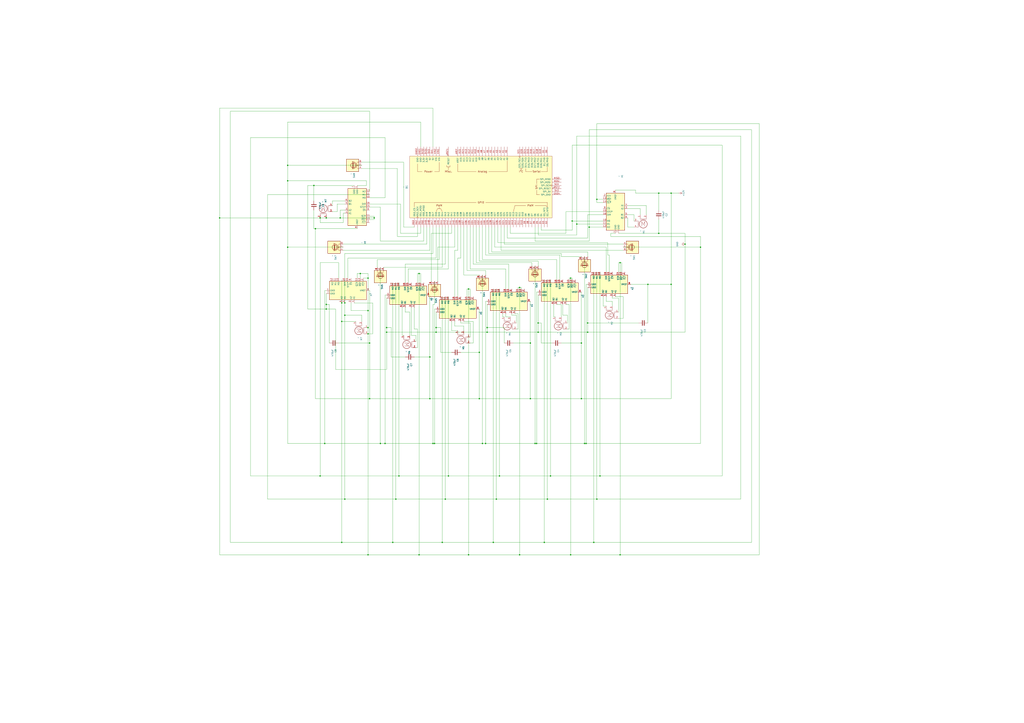
<source format=kicad_sch>
(kicad_sch
	(version 20250114)
	(generator "eeschema")
	(generator_version "9.0")
	(uuid "bc0d1c02-f53f-4d36-8f45-5c3f30021476")
	(paper "A1")
	(title_block
		(title "Cable Driven Parallel Maniuplator")
		(date "2025-06-26")
	)
	(lib_symbols
		(symbol "Device:C"
			(pin_numbers
				(hide yes)
			)
			(pin_names
				(offset 0.254)
			)
			(exclude_from_sim no)
			(in_bom yes)
			(on_board yes)
			(property "Reference" "C"
				(at 0.635 2.54 0)
				(effects
					(font
						(size 1.27 1.27)
					)
					(justify left)
				)
			)
			(property "Value" "C"
				(at 0.635 -2.54 0)
				(effects
					(font
						(size 1.27 1.27)
					)
					(justify left)
				)
			)
			(property "Footprint" ""
				(at 0.9652 -3.81 0)
				(effects
					(font
						(size 1.27 1.27)
					)
					(hide yes)
				)
			)
			(property "Datasheet" "~"
				(at 0 0 0)
				(effects
					(font
						(size 1.27 1.27)
					)
					(hide yes)
				)
			)
			(property "Description" "Unpolarized capacitor"
				(at 0 0 0)
				(effects
					(font
						(size 1.27 1.27)
					)
					(hide yes)
				)
			)
			(property "ki_keywords" "cap capacitor"
				(at 0 0 0)
				(effects
					(font
						(size 1.27 1.27)
					)
					(hide yes)
				)
			)
			(property "ki_fp_filters" "C_*"
				(at 0 0 0)
				(effects
					(font
						(size 1.27 1.27)
					)
					(hide yes)
				)
			)
			(symbol "C_0_1"
				(polyline
					(pts
						(xy -2.032 0.762) (xy 2.032 0.762)
					)
					(stroke
						(width 0.508)
						(type default)
					)
					(fill
						(type none)
					)
				)
				(polyline
					(pts
						(xy -2.032 -0.762) (xy 2.032 -0.762)
					)
					(stroke
						(width 0.508)
						(type default)
					)
					(fill
						(type none)
					)
				)
			)
			(symbol "C_1_1"
				(pin passive line
					(at 0 3.81 270)
					(length 2.794)
					(name "~"
						(effects
							(font
								(size 1.27 1.27)
							)
						)
					)
					(number "1"
						(effects
							(font
								(size 1.27 1.27)
							)
						)
					)
				)
				(pin passive line
					(at 0 -3.81 90)
					(length 2.794)
					(name "~"
						(effects
							(font
								(size 1.27 1.27)
							)
						)
					)
					(number "2"
						(effects
							(font
								(size 1.27 1.27)
							)
						)
					)
				)
			)
			(embedded_fonts no)
		)
		(symbol "Device:RotaryEncoder"
			(pin_names
				(offset 0.254)
				(hide yes)
			)
			(exclude_from_sim no)
			(in_bom yes)
			(on_board yes)
			(property "Reference" "SW"
				(at 0 6.604 0)
				(effects
					(font
						(size 1.27 1.27)
					)
				)
			)
			(property "Value" "RotaryEncoder"
				(at 0 -6.604 0)
				(effects
					(font
						(size 1.27 1.27)
					)
				)
			)
			(property "Footprint" ""
				(at -3.81 4.064 0)
				(effects
					(font
						(size 1.27 1.27)
					)
					(hide yes)
				)
			)
			(property "Datasheet" "~"
				(at 0 6.604 0)
				(effects
					(font
						(size 1.27 1.27)
					)
					(hide yes)
				)
			)
			(property "Description" "Rotary encoder, dual channel, incremental quadrate outputs"
				(at 0 0 0)
				(effects
					(font
						(size 1.27 1.27)
					)
					(hide yes)
				)
			)
			(property "ki_keywords" "rotary switch encoder"
				(at 0 0 0)
				(effects
					(font
						(size 1.27 1.27)
					)
					(hide yes)
				)
			)
			(property "ki_fp_filters" "RotaryEncoder*"
				(at 0 0 0)
				(effects
					(font
						(size 1.27 1.27)
					)
					(hide yes)
				)
			)
			(symbol "RotaryEncoder_0_1"
				(rectangle
					(start -5.08 5.08)
					(end 5.08 -5.08)
					(stroke
						(width 0.254)
						(type default)
					)
					(fill
						(type background)
					)
				)
				(polyline
					(pts
						(xy -5.08 2.54) (xy -3.81 2.54) (xy -3.81 2.032)
					)
					(stroke
						(width 0)
						(type default)
					)
					(fill
						(type none)
					)
				)
				(polyline
					(pts
						(xy -5.08 0) (xy -3.81 0) (xy -3.81 -1.016) (xy -3.302 -2.032)
					)
					(stroke
						(width 0)
						(type default)
					)
					(fill
						(type none)
					)
				)
				(polyline
					(pts
						(xy -5.08 -2.54) (xy -3.81 -2.54) (xy -3.81 -2.032)
					)
					(stroke
						(width 0)
						(type default)
					)
					(fill
						(type none)
					)
				)
				(polyline
					(pts
						(xy -4.318 0) (xy -3.81 0) (xy -3.81 1.016) (xy -3.302 2.032)
					)
					(stroke
						(width 0)
						(type default)
					)
					(fill
						(type none)
					)
				)
				(circle
					(center -3.81 0)
					(radius 0.254)
					(stroke
						(width 0)
						(type default)
					)
					(fill
						(type outline)
					)
				)
				(polyline
					(pts
						(xy -0.635 -1.778) (xy -0.635 1.778)
					)
					(stroke
						(width 0.254)
						(type default)
					)
					(fill
						(type none)
					)
				)
				(circle
					(center -0.381 0)
					(radius 1.905)
					(stroke
						(width 0.254)
						(type default)
					)
					(fill
						(type none)
					)
				)
				(polyline
					(pts
						(xy -0.381 -1.778) (xy -0.381 1.778)
					)
					(stroke
						(width 0.254)
						(type default)
					)
					(fill
						(type none)
					)
				)
				(arc
					(start -0.381 -2.794)
					(mid -3.0988 -0.0635)
					(end -0.381 2.667)
					(stroke
						(width 0.254)
						(type default)
					)
					(fill
						(type none)
					)
				)
				(polyline
					(pts
						(xy -0.127 1.778) (xy -0.127 -1.778)
					)
					(stroke
						(width 0.254)
						(type default)
					)
					(fill
						(type none)
					)
				)
				(polyline
					(pts
						(xy 0.254 2.921) (xy -0.508 2.667) (xy 0.127 2.286)
					)
					(stroke
						(width 0.254)
						(type default)
					)
					(fill
						(type none)
					)
				)
				(polyline
					(pts
						(xy 0.254 -3.048) (xy -0.508 -2.794) (xy 0.127 -2.413)
					)
					(stroke
						(width 0.254)
						(type default)
					)
					(fill
						(type none)
					)
				)
			)
			(symbol "RotaryEncoder_1_1"
				(pin passive line
					(at -7.62 2.54 0)
					(length 2.54)
					(name "A"
						(effects
							(font
								(size 1.27 1.27)
							)
						)
					)
					(number "A"
						(effects
							(font
								(size 1.27 1.27)
							)
						)
					)
				)
				(pin passive line
					(at -7.62 0 0)
					(length 2.54)
					(name "C"
						(effects
							(font
								(size 1.27 1.27)
							)
						)
					)
					(number "C"
						(effects
							(font
								(size 1.27 1.27)
							)
						)
					)
				)
				(pin passive line
					(at -7.62 -2.54 0)
					(length 2.54)
					(name "B"
						(effects
							(font
								(size 1.27 1.27)
							)
						)
					)
					(number "B"
						(effects
							(font
								(size 1.27 1.27)
							)
						)
					)
				)
			)
			(embedded_fonts no)
		)
		(symbol "Driver_Motor:Pololu_Breakout_DRV8825"
			(exclude_from_sim no)
			(in_bom yes)
			(on_board yes)
			(property "Reference" "A"
				(at -2.54 16.51 0)
				(effects
					(font
						(size 1.27 1.27)
					)
					(justify right)
				)
			)
			(property "Value" "Pololu_Breakout_DRV8825"
				(at -2.54 13.97 0)
				(effects
					(font
						(size 1.27 1.27)
					)
					(justify right)
				)
			)
			(property "Footprint" "Module:Pololu_Breakout-16_15.2x20.3mm"
				(at 5.08 -20.32 0)
				(effects
					(font
						(size 1.27 1.27)
					)
					(justify left)
					(hide yes)
				)
			)
			(property "Datasheet" "https://www.pololu.com/product/2982"
				(at 2.54 -7.62 0)
				(effects
					(font
						(size 1.27 1.27)
					)
					(hide yes)
				)
			)
			(property "Description" "Pololu Breakout Board, Stepper Driver DRV8825"
				(at 0 0 0)
				(effects
					(font
						(size 1.27 1.27)
					)
					(hide yes)
				)
			)
			(property "ki_keywords" "Pololu Breakout Board Stepper Driver DRV8825"
				(at 0 0 0)
				(effects
					(font
						(size 1.27 1.27)
					)
					(hide yes)
				)
			)
			(property "ki_fp_filters" "Pololu*Breakout*15.2x20.3mm*"
				(at 0 0 0)
				(effects
					(font
						(size 1.27 1.27)
					)
					(hide yes)
				)
			)
			(symbol "Pololu_Breakout_DRV8825_0_1"
				(rectangle
					(start 7.62 -17.78)
					(end -7.62 12.7)
					(stroke
						(width 0.254)
						(type default)
					)
					(fill
						(type background)
					)
				)
			)
			(symbol "Pololu_Breakout_DRV8825_1_1"
				(pin output line
					(at -10.16 10.16 0)
					(length 2.54)
					(name "~{FLT}"
						(effects
							(font
								(size 1.27 1.27)
							)
						)
					)
					(number "2"
						(effects
							(font
								(size 1.27 1.27)
							)
						)
					)
				)
				(pin input line
					(at -10.16 7.62 0)
					(length 2.54)
					(name "~{RST}"
						(effects
							(font
								(size 1.27 1.27)
							)
						)
					)
					(number "13"
						(effects
							(font
								(size 1.27 1.27)
							)
						)
					)
				)
				(pin input line
					(at -10.16 5.08 0)
					(length 2.54)
					(name "~{SLP}"
						(effects
							(font
								(size 1.27 1.27)
							)
						)
					)
					(number "14"
						(effects
							(font
								(size 1.27 1.27)
							)
						)
					)
				)
				(pin input line
					(at -10.16 0 0)
					(length 2.54)
					(name "~{EN}"
						(effects
							(font
								(size 1.27 1.27)
							)
						)
					)
					(number "9"
						(effects
							(font
								(size 1.27 1.27)
							)
						)
					)
				)
				(pin input line
					(at -10.16 -2.54 0)
					(length 2.54)
					(name "STEP"
						(effects
							(font
								(size 1.27 1.27)
							)
						)
					)
					(number "15"
						(effects
							(font
								(size 1.27 1.27)
							)
						)
					)
				)
				(pin input line
					(at -10.16 -5.08 0)
					(length 2.54)
					(name "DIR"
						(effects
							(font
								(size 1.27 1.27)
							)
						)
					)
					(number "16"
						(effects
							(font
								(size 1.27 1.27)
							)
						)
					)
				)
				(pin input line
					(at -10.16 -10.16 0)
					(length 2.54)
					(name "M0"
						(effects
							(font
								(size 1.27 1.27)
							)
						)
					)
					(number "10"
						(effects
							(font
								(size 1.27 1.27)
							)
						)
					)
				)
				(pin input line
					(at -10.16 -12.7 0)
					(length 2.54)
					(name "M1"
						(effects
							(font
								(size 1.27 1.27)
							)
						)
					)
					(number "11"
						(effects
							(font
								(size 1.27 1.27)
							)
						)
					)
				)
				(pin input line
					(at -10.16 -15.24 0)
					(length 2.54)
					(name "M2"
						(effects
							(font
								(size 1.27 1.27)
							)
						)
					)
					(number "12"
						(effects
							(font
								(size 1.27 1.27)
							)
						)
					)
				)
				(pin power_in line
					(at 0 15.24 270)
					(length 2.54)
					(name "VMOT"
						(effects
							(font
								(size 1.27 1.27)
							)
						)
					)
					(number "8"
						(effects
							(font
								(size 1.27 1.27)
							)
						)
					)
				)
				(pin power_in line
					(at 0 -20.32 90)
					(length 2.54)
					(name "GND"
						(effects
							(font
								(size 1.27 1.27)
							)
						)
					)
					(number "1"
						(effects
							(font
								(size 1.27 1.27)
							)
						)
					)
				)
				(pin power_in line
					(at 2.54 -20.32 90)
					(length 2.54)
					(name "GND"
						(effects
							(font
								(size 1.27 1.27)
							)
						)
					)
					(number "7"
						(effects
							(font
								(size 1.27 1.27)
							)
						)
					)
				)
				(pin output line
					(at 10.16 2.54 180)
					(length 2.54)
					(name "A1"
						(effects
							(font
								(size 1.27 1.27)
							)
						)
					)
					(number "4"
						(effects
							(font
								(size 1.27 1.27)
							)
						)
					)
				)
				(pin output line
					(at 10.16 0 180)
					(length 2.54)
					(name "A2"
						(effects
							(font
								(size 1.27 1.27)
							)
						)
					)
					(number "3"
						(effects
							(font
								(size 1.27 1.27)
							)
						)
					)
				)
				(pin output line
					(at 10.16 -5.08 180)
					(length 2.54)
					(name "B1"
						(effects
							(font
								(size 1.27 1.27)
							)
						)
					)
					(number "5"
						(effects
							(font
								(size 1.27 1.27)
							)
						)
					)
				)
				(pin output line
					(at 10.16 -7.62 180)
					(length 2.54)
					(name "B2"
						(effects
							(font
								(size 1.27 1.27)
							)
						)
					)
					(number "6"
						(effects
							(font
								(size 1.27 1.27)
							)
						)
					)
				)
			)
			(embedded_fonts no)
		)
		(symbol "Motor:Stepper_Motor_bipolar"
			(pin_names
				(offset 0)
				(hide yes)
			)
			(exclude_from_sim no)
			(in_bom yes)
			(on_board yes)
			(property "Reference" "M"
				(at 3.81 2.54 0)
				(effects
					(font
						(size 1.27 1.27)
					)
					(justify left)
				)
			)
			(property "Value" "Stepper_Motor_bipolar"
				(at 3.81 1.27 0)
				(effects
					(font
						(size 1.27 1.27)
					)
					(justify left top)
				)
			)
			(property "Footprint" ""
				(at 0.254 -0.254 0)
				(effects
					(font
						(size 1.27 1.27)
					)
					(hide yes)
				)
			)
			(property "Datasheet" "http://www.infineon.com/dgdl/Application-Note-TLE8110EE_driving_UniPolarStepperMotor_V1.1.pdf?fileId=db3a30431be39b97011be5d0aa0a00b0"
				(at 0.254 -0.254 0)
				(effects
					(font
						(size 1.27 1.27)
					)
					(hide yes)
				)
			)
			(property "Description" "4-wire bipolar stepper motor"
				(at 0 0 0)
				(effects
					(font
						(size 1.27 1.27)
					)
					(hide yes)
				)
			)
			(property "ki_keywords" "bipolar stepper motor"
				(at 0 0 0)
				(effects
					(font
						(size 1.27 1.27)
					)
					(hide yes)
				)
			)
			(property "ki_fp_filters" "PinHeader*P2.54mm*Vertical* TerminalBlock* Motor*"
				(at 0 0 0)
				(effects
					(font
						(size 1.27 1.27)
					)
					(hide yes)
				)
			)
			(symbol "Stepper_Motor_bipolar_0_0"
				(polyline
					(pts
						(xy -1.27 -1.778) (xy -1.27 2.032) (xy 0 -0.508) (xy 1.27 2.032) (xy 1.27 -1.778)
					)
					(stroke
						(width 0)
						(type default)
					)
					(fill
						(type none)
					)
				)
			)
			(symbol "Stepper_Motor_bipolar_0_1"
				(polyline
					(pts
						(xy -5.08 2.54) (xy -4.445 2.54)
					)
					(stroke
						(width 0)
						(type default)
					)
					(fill
						(type none)
					)
				)
				(polyline
					(pts
						(xy -5.08 -2.54) (xy -4.445 -2.54)
					)
					(stroke
						(width 0)
						(type default)
					)
					(fill
						(type none)
					)
				)
				(arc
					(start -4.445 2.54)
					(mid -3.8127 1.905)
					(end -4.445 1.27)
					(stroke
						(width 0)
						(type default)
					)
					(fill
						(type none)
					)
				)
				(arc
					(start -4.445 1.27)
					(mid -3.8127 0.635)
					(end -4.445 0)
					(stroke
						(width 0)
						(type default)
					)
					(fill
						(type none)
					)
				)
				(arc
					(start -4.445 0)
					(mid -3.8127 -0.635)
					(end -4.445 -1.27)
					(stroke
						(width 0)
						(type default)
					)
					(fill
						(type none)
					)
				)
				(arc
					(start -4.445 -1.27)
					(mid -3.8127 -1.905)
					(end -4.445 -2.54)
					(stroke
						(width 0)
						(type default)
					)
					(fill
						(type none)
					)
				)
				(polyline
					(pts
						(xy -2.54 5.08) (xy -2.54 4.445)
					)
					(stroke
						(width 0)
						(type default)
					)
					(fill
						(type none)
					)
				)
				(arc
					(start -1.27 4.445)
					(mid -1.905 3.8127)
					(end -2.54 4.445)
					(stroke
						(width 0)
						(type default)
					)
					(fill
						(type none)
					)
				)
				(arc
					(start 0 4.445)
					(mid -0.635 3.8127)
					(end -1.27 4.445)
					(stroke
						(width 0)
						(type default)
					)
					(fill
						(type none)
					)
				)
				(circle
					(center 0 0)
					(radius 3.2512)
					(stroke
						(width 0.254)
						(type default)
					)
					(fill
						(type none)
					)
				)
				(arc
					(start 1.27 4.445)
					(mid 0.635 3.8127)
					(end 0 4.445)
					(stroke
						(width 0)
						(type default)
					)
					(fill
						(type none)
					)
				)
				(arc
					(start 2.54 4.445)
					(mid 1.905 3.8127)
					(end 1.27 4.445)
					(stroke
						(width 0)
						(type default)
					)
					(fill
						(type none)
					)
				)
				(polyline
					(pts
						(xy 2.54 5.08) (xy 2.54 4.445)
					)
					(stroke
						(width 0)
						(type default)
					)
					(fill
						(type none)
					)
				)
			)
			(symbol "Stepper_Motor_bipolar_1_1"
				(pin passive line
					(at -7.62 2.54 0)
					(length 2.54)
					(name "~"
						(effects
							(font
								(size 1.27 1.27)
							)
						)
					)
					(number "3"
						(effects
							(font
								(size 1.27 1.27)
							)
						)
					)
				)
				(pin passive line
					(at -7.62 -2.54 0)
					(length 2.54)
					(name "~"
						(effects
							(font
								(size 1.27 1.27)
							)
						)
					)
					(number "4"
						(effects
							(font
								(size 1.27 1.27)
							)
						)
					)
				)
				(pin passive line
					(at -2.54 7.62 270)
					(length 2.54)
					(name "~"
						(effects
							(font
								(size 1.27 1.27)
							)
						)
					)
					(number "1"
						(effects
							(font
								(size 1.27 1.27)
							)
						)
					)
				)
				(pin passive line
					(at 2.54 7.62 270)
					(length 2.54)
					(name "-"
						(effects
							(font
								(size 1.27 1.27)
							)
						)
					)
					(number "2"
						(effects
							(font
								(size 1.27 1.27)
							)
						)
					)
				)
			)
			(embedded_fonts no)
		)
		(symbol "PCM_arduino-library:Clone_Mega2560_Pro_Socket"
			(pin_names
				(offset 1.016)
			)
			(exclude_from_sim no)
			(in_bom yes)
			(on_board yes)
			(property "Reference" "A"
				(at 0 -62.23 0)
				(effects
					(font
						(size 1.524 1.524)
					)
				)
			)
			(property "Value" "Clone_Mega2560_Pro_Socket"
				(at 0 -66.04 0)
				(effects
					(font
						(size 1.524 1.524)
					)
				)
			)
			(property "Footprint" "PCM_arduino-library:Clone_Mega2560_Pro_Socket"
				(at 0 -73.66 0)
				(effects
					(font
						(size 1.524 1.524)
					)
					(hide yes)
				)
			)
			(property "Datasheet" "https://www.pcboard.ca/mega-2560-pro"
				(at 0 -69.85 0)
				(effects
					(font
						(size 1.524 1.524)
					)
					(hide yes)
				)
			)
			(property "Description" "Socket for Common Unofficial Mega2560 Pro Clone"
				(at 0 0 0)
				(effects
					(font
						(size 1.27 1.27)
					)
					(hide yes)
				)
			)
			(property "ki_keywords" "Clone MPU Shield"
				(at 0 0 0)
				(effects
					(font
						(size 1.27 1.27)
					)
					(hide yes)
				)
			)
			(property "ki_fp_filters" "Clone_Mega2560_Pro_Shield"
				(at 0 0 0)
				(effects
					(font
						(size 1.27 1.27)
					)
					(hide yes)
				)
			)
			(symbol "Clone_Mega2560_Pro_Socket_0_0"
				(rectangle
					(start -25.4 -58.42)
					(end 25.4 58.42)
					(stroke
						(width 0)
						(type default)
					)
					(fill
						(type background)
					)
				)
				(polyline
					(pts
						(xy -21.59 21.59) (xy -12.7 21.59)
					)
					(stroke
						(width 0)
						(type default)
					)
					(fill
						(type none)
					)
				)
				(rectangle
					(start -20.32 -34.29)
					(end -12.7 -34.29)
					(stroke
						(width 0)
						(type default)
					)
					(fill
						(type none)
					)
				)
				(rectangle
					(start -19.05 -19.05)
					(end -12.7 -19.05)
					(stroke
						(width 0)
						(type default)
					)
					(fill
						(type none)
					)
				)
				(rectangle
					(start -19.05 -52.07)
					(end -12.7 -52.07)
					(stroke
						(width 0)
						(type default)
					)
					(fill
						(type none)
					)
				)
				(rectangle
					(start -17.78 -25.4)
					(end -16.51 -25.4)
					(stroke
						(width 0)
						(type default)
					)
					(fill
						(type none)
					)
				)
				(rectangle
					(start -17.78 -27.94)
					(end -16.51 -27.94)
					(stroke
						(width 0)
						(type default)
					)
					(fill
						(type none)
					)
				)
				(rectangle
					(start -16.51 54.61)
					(end -12.7 54.61)
					(stroke
						(width 0)
						(type default)
					)
					(fill
						(type none)
					)
				)
				(rectangle
					(start -16.51 -25.4)
					(end -16.51 -27.94)
					(stroke
						(width 0)
						(type default)
					)
					(fill
						(type none)
					)
				)
				(rectangle
					(start -16.51 -26.67)
					(end -13.97 -26.67)
					(stroke
						(width 0)
						(type default)
					)
					(fill
						(type none)
					)
				)
				(rectangle
					(start -15.24 36.83)
					(end -12.7 36.83)
					(stroke
						(width 0)
						(type default)
					)
					(fill
						(type none)
					)
				)
				(rectangle
					(start -15.24 34.29)
					(end -15.24 31.75)
					(stroke
						(width 0)
						(type default)
					)
					(fill
						(type none)
					)
				)
				(rectangle
					(start -15.24 33.02)
					(end -13.97 33.02)
					(stroke
						(width 0)
						(type default)
					)
					(fill
						(type none)
					)
				)
				(rectangle
					(start -12.7 49.53)
					(end -12.7 54.61)
					(stroke
						(width 0)
						(type default)
					)
					(fill
						(type none)
					)
				)
				(rectangle
					(start -12.7 41.91)
					(end -12.7 36.83)
					(stroke
						(width 0)
						(type default)
					)
					(fill
						(type none)
					)
				)
				(polyline
					(pts
						(xy -12.7 6.35) (xy -12.7 21.59)
					)
					(stroke
						(width 0)
						(type default)
					)
					(fill
						(type none)
					)
				)
				(polyline
					(pts
						(xy -12.7 -19.05) (xy -12.7 -3.81)
					)
					(stroke
						(width 0)
						(type default)
					)
					(fill
						(type none)
					)
				)
				(rectangle
					(start -12.7 -34.29)
					(end -12.7 -38.1)
					(stroke
						(width 0)
						(type default)
					)
					(fill
						(type none)
					)
				)
				(rectangle
					(start -12.7 -48.26)
					(end -12.7 -52.07)
					(stroke
						(width 0)
						(type default)
					)
					(fill
						(type none)
					)
				)
				(rectangle
					(start -6.35 48.26)
					(end -6.35 45.72)
					(stroke
						(width 0)
						(type default)
					)
					(fill
						(type none)
					)
				)
				(rectangle
					(start -2.54 45.72)
					(end -6.35 45.72)
					(stroke
						(width 0)
						(type default)
					)
					(fill
						(type none)
					)
				)
				(rectangle
					(start 6.35 48.26)
					(end 6.35 45.72)
					(stroke
						(width 0)
						(type default)
					)
					(fill
						(type none)
					)
				)
				(rectangle
					(start 6.35 45.72)
					(end 2.54 45.72)
					(stroke
						(width 0)
						(type default)
					)
					(fill
						(type none)
					)
				)
				(polyline
					(pts
						(xy 12.7 54.61) (xy 16.51 54.61)
					)
					(stroke
						(width 0)
						(type default)
					)
					(fill
						(type none)
					)
				)
				(polyline
					(pts
						(xy 12.7 -54.61) (xy 16.51 -54.61)
					)
					(stroke
						(width 0)
						(type default)
					)
					(fill
						(type none)
					)
				)
				(polyline
					(pts
						(xy 15.24 44.45) (xy 15.24 53.34) (xy 16.51 54.61)
					)
					(stroke
						(width 0)
						(type default)
					)
					(fill
						(type none)
					)
				)
				(polyline
					(pts
						(xy 15.24 36.83) (xy 15.24 27.94) (xy 20.32 26.67)
					)
					(stroke
						(width 0)
						(type default)
					)
					(fill
						(type none)
					)
				)
				(polyline
					(pts
						(xy 17.78 -34.29) (xy 16.51 -34.29)
					)
					(stroke
						(width 0)
						(type default)
					)
					(fill
						(type none)
					)
				)
				(polyline
					(pts
						(xy 20.32 -31.75) (xy 17.78 -33.02) (xy 17.78 -35.56) (xy 20.32 -36.83)
					)
					(stroke
						(width 0)
						(type default)
					)
					(fill
						(type none)
					)
				)
				(text "Serial"
					(at -12.7 45.72 900)
					(effects
						(font
							(size 1.524 1.524)
						)
					)
				)
				(text "I²C"
					(at -12.7 33.02 900)
					(effects
						(font
							(size 1.524 1.524)
						)
					)
				)
				(text "Analog"
					(at -12.7 1.27 900)
					(effects
						(font
							(size 1.524 1.524)
						)
					)
				)
				(text "Misc."
					(at -12.7 -26.67 900)
					(effects
						(font
							(size 1.524 1.524)
						)
					)
				)
				(text "Power"
					(at -12.7 -43.18 900)
					(effects
						(font
							(size 1.524 1.524)
						)
					)
				)
				(text "SPI"
					(at 0 45.72 0)
					(effects
						(font
							(size 1.524 1.524)
						)
					)
				)
				(text "PWM"
					(at 15.24 40.64 900)
					(effects
						(font
							(size 1.524 1.524)
						)
					)
				)
				(text "PWM"
					(at 15.24 -34.29 900)
					(effects
						(font
							(size 1.524 1.524)
						)
					)
				)
			)
			(symbol "Clone_Mega2560_Pro_Socket_1_0"
				(rectangle
					(start 12.7 54.61)
					(end 12.7 3.81)
					(stroke
						(width 0)
						(type default)
					)
					(fill
						(type none)
					)
				)
				(rectangle
					(start 12.7 -54.61)
					(end 12.7 -3.81)
					(stroke
						(width 0)
						(type default)
					)
					(fill
						(type none)
					)
				)
				(text "GPIO"
					(at 12.7 0 900)
					(effects
						(font
							(size 1.524 1.524)
						)
					)
				)
			)
			(symbol "Clone_Mega2560_Pro_Socket_1_1"
				(pin bidirectional line
					(at -33.02 54.61 0)
					(length 7.62)
					(name "D0/RX0"
						(effects
							(font
								(size 1.27 1.27)
							)
						)
					)
					(number "D0"
						(effects
							(font
								(size 1.27 1.27)
							)
						)
					)
				)
				(pin bidirectional line
					(at -33.02 52.07 0)
					(length 7.62)
					(name "D1/TX0"
						(effects
							(font
								(size 1.27 1.27)
							)
						)
					)
					(number "D1"
						(effects
							(font
								(size 1.27 1.27)
							)
						)
					)
				)
				(pin bidirectional line
					(at -33.02 49.53 0)
					(length 7.62)
					(name "D19/RX1"
						(effects
							(font
								(size 1.27 1.27)
							)
						)
					)
					(number "D19"
						(effects
							(font
								(size 1.27 1.27)
							)
						)
					)
				)
				(pin bidirectional line
					(at -33.02 46.99 0)
					(length 7.62)
					(name "D18/TX1"
						(effects
							(font
								(size 1.27 1.27)
							)
						)
					)
					(number "D18"
						(effects
							(font
								(size 1.27 1.27)
							)
						)
					)
				)
				(pin bidirectional line
					(at -33.02 44.45 0)
					(length 7.62)
					(name "D17/RX2"
						(effects
							(font
								(size 1.27 1.27)
							)
						)
					)
					(number "D17"
						(effects
							(font
								(size 1.27 1.27)
							)
						)
					)
				)
				(pin bidirectional line
					(at -33.02 41.91 0)
					(length 7.62)
					(name "D16/TX2"
						(effects
							(font
								(size 1.27 1.27)
							)
						)
					)
					(number "D16"
						(effects
							(font
								(size 1.27 1.27)
							)
						)
					)
				)
				(pin bidirectional line
					(at -33.02 39.37 0)
					(length 7.62)
					(name "D15/RX3"
						(effects
							(font
								(size 1.27 1.27)
							)
						)
					)
					(number "D15"
						(effects
							(font
								(size 1.27 1.27)
							)
						)
					)
				)
				(pin bidirectional line
					(at -33.02 36.83 0)
					(length 7.62)
					(name "D14/TX3"
						(effects
							(font
								(size 1.27 1.27)
							)
						)
					)
					(number "D14"
						(effects
							(font
								(size 1.27 1.27)
							)
						)
					)
				)
				(pin bidirectional line
					(at -33.02 34.29 0)
					(length 7.62)
					(name "D20/SDA"
						(effects
							(font
								(size 1.27 1.27)
							)
						)
					)
					(number "D20"
						(effects
							(font
								(size 1.27 1.27)
							)
						)
					)
				)
				(pin bidirectional clock
					(at -33.02 31.75 0)
					(length 7.62)
					(name "D21/SCL"
						(effects
							(font
								(size 1.27 1.27)
							)
						)
					)
					(number "D21"
						(effects
							(font
								(size 1.27 1.27)
							)
						)
					)
				)
				(pin bidirectional line
					(at -33.02 21.59 0)
					(length 7.62)
					(name "A0"
						(effects
							(font
								(size 1.27 1.27)
							)
						)
					)
					(number "A0"
						(effects
							(font
								(size 1.27 1.27)
							)
						)
					)
				)
				(pin bidirectional line
					(at -33.02 19.05 0)
					(length 7.62)
					(name "A1"
						(effects
							(font
								(size 1.27 1.27)
							)
						)
					)
					(number "A1"
						(effects
							(font
								(size 1.27 1.27)
							)
						)
					)
				)
				(pin bidirectional line
					(at -33.02 16.51 0)
					(length 7.62)
					(name "A2"
						(effects
							(font
								(size 1.27 1.27)
							)
						)
					)
					(number "A2"
						(effects
							(font
								(size 1.27 1.27)
							)
						)
					)
				)
				(pin bidirectional line
					(at -33.02 13.97 0)
					(length 7.62)
					(name "A3"
						(effects
							(font
								(size 1.27 1.27)
							)
						)
					)
					(number "A3"
						(effects
							(font
								(size 1.27 1.27)
							)
						)
					)
				)
				(pin bidirectional line
					(at -33.02 11.43 0)
					(length 7.62)
					(name "A4"
						(effects
							(font
								(size 1.27 1.27)
							)
						)
					)
					(number "A4"
						(effects
							(font
								(size 1.27 1.27)
							)
						)
					)
				)
				(pin bidirectional line
					(at -33.02 8.89 0)
					(length 7.62)
					(name "A5"
						(effects
							(font
								(size 1.27 1.27)
							)
						)
					)
					(number "A5"
						(effects
							(font
								(size 1.27 1.27)
							)
						)
					)
				)
				(pin bidirectional line
					(at -33.02 6.35 0)
					(length 7.62)
					(name "A6"
						(effects
							(font
								(size 1.27 1.27)
							)
						)
					)
					(number "A6"
						(effects
							(font
								(size 1.27 1.27)
							)
						)
					)
				)
				(pin bidirectional line
					(at -33.02 3.81 0)
					(length 7.62)
					(name "A7"
						(effects
							(font
								(size 1.27 1.27)
							)
						)
					)
					(number "A7"
						(effects
							(font
								(size 1.27 1.27)
							)
						)
					)
				)
				(pin bidirectional line
					(at -33.02 1.27 0)
					(length 7.62)
					(name "A8"
						(effects
							(font
								(size 1.27 1.27)
							)
						)
					)
					(number "A8"
						(effects
							(font
								(size 1.27 1.27)
							)
						)
					)
				)
				(pin bidirectional line
					(at -33.02 -1.27 0)
					(length 7.62)
					(name "A9"
						(effects
							(font
								(size 1.27 1.27)
							)
						)
					)
					(number "A9"
						(effects
							(font
								(size 1.27 1.27)
							)
						)
					)
				)
				(pin bidirectional line
					(at -33.02 -3.81 0)
					(length 7.62)
					(name "A10"
						(effects
							(font
								(size 1.27 1.27)
							)
						)
					)
					(number "A10"
						(effects
							(font
								(size 1.27 1.27)
							)
						)
					)
				)
				(pin bidirectional line
					(at -33.02 -6.35 0)
					(length 7.62)
					(name "A11"
						(effects
							(font
								(size 1.27 1.27)
							)
						)
					)
					(number "A11"
						(effects
							(font
								(size 1.27 1.27)
							)
						)
					)
				)
				(pin bidirectional line
					(at -33.02 -8.89 0)
					(length 7.62)
					(name "A12"
						(effects
							(font
								(size 1.27 1.27)
							)
						)
					)
					(number "A12"
						(effects
							(font
								(size 1.27 1.27)
							)
						)
					)
				)
				(pin bidirectional line
					(at -33.02 -11.43 0)
					(length 7.62)
					(name "A13"
						(effects
							(font
								(size 1.27 1.27)
							)
						)
					)
					(number "A13"
						(effects
							(font
								(size 1.27 1.27)
							)
						)
					)
				)
				(pin bidirectional line
					(at -33.02 -13.97 0)
					(length 7.62)
					(name "A14"
						(effects
							(font
								(size 1.27 1.27)
							)
						)
					)
					(number "A14"
						(effects
							(font
								(size 1.27 1.27)
							)
						)
					)
				)
				(pin bidirectional line
					(at -33.02 -16.51 0)
					(length 7.62)
					(name "A15"
						(effects
							(font
								(size 1.27 1.27)
							)
						)
					)
					(number "A15"
						(effects
							(font
								(size 1.27 1.27)
							)
						)
					)
				)
				(pin input line
					(at -33.02 -19.05 0)
					(length 7.62)
					(name "AREF"
						(effects
							(font
								(size 1.27 1.27)
							)
						)
					)
					(number "AREF"
						(effects
							(font
								(size 1.27 1.27)
							)
						)
					)
				)
				(pin open_collector input_low
					(at -33.02 -26.67 0)
					(length 7.62)
					(name "RESET"
						(effects
							(font
								(size 1.27 1.27)
							)
						)
					)
					(number "RST1"
						(effects
							(font
								(size 1.27 1.27)
							)
						)
					)
				)
				(pin power_in line
					(at -33.02 -34.29 0)
					(length 7.62)
					(name "VIN"
						(effects
							(font
								(size 1.27 1.27)
							)
						)
					)
					(number "VIN1"
						(effects
							(font
								(size 1.27 1.27)
							)
						)
					)
				)
				(pin power_in line
					(at -33.02 -36.83 0)
					(length 7.62)
					(name "VIN"
						(effects
							(font
								(size 1.27 1.27)
							)
						)
					)
					(number "VIN2"
						(effects
							(font
								(size 1.27 1.27)
							)
						)
					)
				)
				(pin power_in line
					(at -33.02 -39.37 0)
					(length 7.62)
					(name "5V"
						(effects
							(font
								(size 1.27 1.27)
							)
						)
					)
					(number "5V1"
						(effects
							(font
								(size 1.27 1.27)
							)
						)
					)
				)
				(pin power_in line
					(at -33.02 -41.91 0)
					(length 7.62)
					(name "5V"
						(effects
							(font
								(size 1.27 1.27)
							)
						)
					)
					(number "5V3"
						(effects
							(font
								(size 1.27 1.27)
							)
						)
					)
				)
				(pin power_out line
					(at -33.02 -44.45 0)
					(length 7.62)
					(name "3.3V"
						(effects
							(font
								(size 1.27 1.27)
							)
						)
					)
					(number "3V31"
						(effects
							(font
								(size 1.27 1.27)
							)
						)
					)
				)
				(pin power_out line
					(at -33.02 -46.99 0)
					(length 7.62)
					(name "3.3V"
						(effects
							(font
								(size 1.27 1.27)
							)
						)
					)
					(number "3V32"
						(effects
							(font
								(size 1.27 1.27)
							)
						)
					)
				)
				(pin power_in line
					(at -33.02 -49.53 0)
					(length 7.62)
					(name "GND"
						(effects
							(font
								(size 1.27 1.27)
							)
						)
					)
					(number "GND1"
						(effects
							(font
								(size 1.27 1.27)
							)
						)
					)
				)
				(pin power_in line
					(at -33.02 -52.07 0)
					(length 7.62)
					(name "GND"
						(effects
							(font
								(size 1.27 1.27)
							)
						)
					)
					(number "GND2"
						(effects
							(font
								(size 1.27 1.27)
							)
						)
					)
				)
				(pin input line
					(at -6.35 66.04 270)
					(length 7.62)
					(name "SPI_MISO"
						(effects
							(font
								(size 1.27 1.27)
							)
						)
					)
					(number "MISO"
						(effects
							(font
								(size 1.27 1.27)
							)
						)
					)
				)
				(pin output line
					(at -3.81 66.04 270)
					(length 7.62)
					(name "SPI_MOSI"
						(effects
							(font
								(size 1.27 1.27)
							)
						)
					)
					(number "MOSI"
						(effects
							(font
								(size 1.27 1.27)
							)
						)
					)
				)
				(pin output clock
					(at -1.27 66.04 270)
					(length 7.62)
					(name "SPI_SCK"
						(effects
							(font
								(size 1.27 1.27)
							)
						)
					)
					(number "SCK"
						(effects
							(font
								(size 1.27 1.27)
							)
						)
					)
				)
				(pin open_collector input_low
					(at 1.27 66.04 270)
					(length 7.62)
					(name "SPI_RESET"
						(effects
							(font
								(size 1.27 1.27)
							)
						)
					)
					(number "RST2"
						(effects
							(font
								(size 1.27 1.27)
							)
						)
					)
				)
				(pin power_in line
					(at 3.81 66.04 270)
					(length 7.62)
					(name "SPI_5V"
						(effects
							(font
								(size 1.27 1.27)
							)
						)
					)
					(number "5V2"
						(effects
							(font
								(size 1.27 1.27)
							)
						)
					)
				)
				(pin power_in line
					(at 6.35 66.04 270)
					(length 7.62)
					(name "SPI_GND"
						(effects
							(font
								(size 1.27 1.27)
							)
						)
					)
					(number "GND4"
						(effects
							(font
								(size 1.27 1.27)
							)
						)
					)
				)
				(pin bidirectional line
					(at 33.02 54.61 180)
					(length 7.62)
					(name "D2_INT0"
						(effects
							(font
								(size 1.27 1.27)
							)
						)
					)
					(number "D2"
						(effects
							(font
								(size 1.27 1.27)
							)
						)
					)
				)
				(pin bidirectional line
					(at 33.02 52.07 180)
					(length 7.62)
					(name "D3_INT1"
						(effects
							(font
								(size 1.27 1.27)
							)
						)
					)
					(number "D3"
						(effects
							(font
								(size 1.27 1.27)
							)
						)
					)
				)
				(pin bidirectional line
					(at 33.02 49.53 180)
					(length 7.62)
					(name "D4"
						(effects
							(font
								(size 1.27 1.27)
							)
						)
					)
					(number "D4"
						(effects
							(font
								(size 1.27 1.27)
							)
						)
					)
				)
				(pin bidirectional line
					(at 33.02 46.99 180)
					(length 7.62)
					(name "D5"
						(effects
							(font
								(size 1.27 1.27)
							)
						)
					)
					(number "D5"
						(effects
							(font
								(size 1.27 1.27)
							)
						)
					)
				)
				(pin bidirectional line
					(at 33.02 44.45 180)
					(length 7.62)
					(name "D6"
						(effects
							(font
								(size 1.27 1.27)
							)
						)
					)
					(number "D6"
						(effects
							(font
								(size 1.27 1.27)
							)
						)
					)
				)
				(pin bidirectional line
					(at 33.02 41.91 180)
					(length 7.62)
					(name "D7"
						(effects
							(font
								(size 1.27 1.27)
							)
						)
					)
					(number "D7"
						(effects
							(font
								(size 1.27 1.27)
							)
						)
					)
				)
				(pin bidirectional line
					(at 33.02 39.37 180)
					(length 7.62)
					(name "D8"
						(effects
							(font
								(size 1.27 1.27)
							)
						)
					)
					(number "D8"
						(effects
							(font
								(size 1.27 1.27)
							)
						)
					)
				)
				(pin bidirectional line
					(at 33.02 36.83 180)
					(length 7.62)
					(name "D9"
						(effects
							(font
								(size 1.27 1.27)
							)
						)
					)
					(number "D9"
						(effects
							(font
								(size 1.27 1.27)
							)
						)
					)
				)
				(pin bidirectional line
					(at 33.02 34.29 180)
					(length 7.62)
					(name "D10"
						(effects
							(font
								(size 1.27 1.27)
							)
						)
					)
					(number "D10"
						(effects
							(font
								(size 1.27 1.27)
							)
						)
					)
				)
				(pin bidirectional line
					(at 33.02 31.75 180)
					(length 7.62)
					(name "D11"
						(effects
							(font
								(size 1.27 1.27)
							)
						)
					)
					(number "D11"
						(effects
							(font
								(size 1.27 1.27)
							)
						)
					)
				)
				(pin bidirectional line
					(at 33.02 29.21 180)
					(length 7.62)
					(name "D12"
						(effects
							(font
								(size 1.27 1.27)
							)
						)
					)
					(number "D12"
						(effects
							(font
								(size 1.27 1.27)
							)
						)
					)
				)
				(pin bidirectional line
					(at 33.02 26.67 180)
					(length 7.62)
					(name "D13"
						(effects
							(font
								(size 1.27 1.27)
							)
						)
					)
					(number "D13"
						(effects
							(font
								(size 1.27 1.27)
							)
						)
					)
				)
				(pin bidirectional line
					(at 33.02 24.13 180)
					(length 7.62)
					(name "D22"
						(effects
							(font
								(size 1.27 1.27)
							)
						)
					)
					(number "D22"
						(effects
							(font
								(size 1.27 1.27)
							)
						)
					)
				)
				(pin bidirectional line
					(at 33.02 21.59 180)
					(length 7.62)
					(name "D23"
						(effects
							(font
								(size 1.27 1.27)
							)
						)
					)
					(number "D23"
						(effects
							(font
								(size 1.27 1.27)
							)
						)
					)
				)
				(pin bidirectional line
					(at 33.02 19.05 180)
					(length 7.62)
					(name "D24"
						(effects
							(font
								(size 1.27 1.27)
							)
						)
					)
					(number "D24"
						(effects
							(font
								(size 1.27 1.27)
							)
						)
					)
				)
				(pin bidirectional line
					(at 33.02 16.51 180)
					(length 7.62)
					(name "D25"
						(effects
							(font
								(size 1.27 1.27)
							)
						)
					)
					(number "D25"
						(effects
							(font
								(size 1.27 1.27)
							)
						)
					)
				)
				(pin bidirectional line
					(at 33.02 13.97 180)
					(length 7.62)
					(name "D26"
						(effects
							(font
								(size 1.27 1.27)
							)
						)
					)
					(number "D26"
						(effects
							(font
								(size 1.27 1.27)
							)
						)
					)
				)
				(pin bidirectional line
					(at 33.02 11.43 180)
					(length 7.62)
					(name "D27"
						(effects
							(font
								(size 1.27 1.27)
							)
						)
					)
					(number "D27"
						(effects
							(font
								(size 1.27 1.27)
							)
						)
					)
				)
				(pin bidirectional line
					(at 33.02 8.89 180)
					(length 7.62)
					(name "D28"
						(effects
							(font
								(size 1.27 1.27)
							)
						)
					)
					(number "D28"
						(effects
							(font
								(size 1.27 1.27)
							)
						)
					)
				)
				(pin bidirectional line
					(at 33.02 6.35 180)
					(length 7.62)
					(name "D29"
						(effects
							(font
								(size 1.27 1.27)
							)
						)
					)
					(number "D29"
						(effects
							(font
								(size 1.27 1.27)
							)
						)
					)
				)
				(pin bidirectional line
					(at 33.02 3.81 180)
					(length 7.62)
					(name "D30"
						(effects
							(font
								(size 1.27 1.27)
							)
						)
					)
					(number "D30"
						(effects
							(font
								(size 1.27 1.27)
							)
						)
					)
				)
				(pin bidirectional line
					(at 33.02 1.27 180)
					(length 7.62)
					(name "D31"
						(effects
							(font
								(size 1.27 1.27)
							)
						)
					)
					(number "D31"
						(effects
							(font
								(size 1.27 1.27)
							)
						)
					)
				)
				(pin bidirectional line
					(at 33.02 -1.27 180)
					(length 7.62)
					(name "D32"
						(effects
							(font
								(size 1.27 1.27)
							)
						)
					)
					(number "D32"
						(effects
							(font
								(size 1.27 1.27)
							)
						)
					)
				)
				(pin bidirectional line
					(at 33.02 -3.81 180)
					(length 7.62)
					(name "D33"
						(effects
							(font
								(size 1.27 1.27)
							)
						)
					)
					(number "D33"
						(effects
							(font
								(size 1.27 1.27)
							)
						)
					)
				)
				(pin bidirectional line
					(at 33.02 -6.35 180)
					(length 7.62)
					(name "D34"
						(effects
							(font
								(size 1.27 1.27)
							)
						)
					)
					(number "D34"
						(effects
							(font
								(size 1.27 1.27)
							)
						)
					)
				)
				(pin bidirectional line
					(at 33.02 -8.89 180)
					(length 7.62)
					(name "D35"
						(effects
							(font
								(size 1.27 1.27)
							)
						)
					)
					(number "D35"
						(effects
							(font
								(size 1.27 1.27)
							)
						)
					)
				)
				(pin bidirectional line
					(at 33.02 -11.43 180)
					(length 7.62)
					(name "D36"
						(effects
							(font
								(size 1.27 1.27)
							)
						)
					)
					(number "D36"
						(effects
							(font
								(size 1.27 1.27)
							)
						)
					)
				)
				(pin bidirectional line
					(at 33.02 -13.97 180)
					(length 7.62)
					(name "D37"
						(effects
							(font
								(size 1.27 1.27)
							)
						)
					)
					(number "D37"
						(effects
							(font
								(size 1.27 1.27)
							)
						)
					)
				)
				(pin bidirectional line
					(at 33.02 -16.51 180)
					(length 7.62)
					(name "D38"
						(effects
							(font
								(size 1.27 1.27)
							)
						)
					)
					(number "D38"
						(effects
							(font
								(size 1.27 1.27)
							)
						)
					)
				)
				(pin bidirectional line
					(at 33.02 -19.05 180)
					(length 7.62)
					(name "D39"
						(effects
							(font
								(size 1.27 1.27)
							)
						)
					)
					(number "D39"
						(effects
							(font
								(size 1.27 1.27)
							)
						)
					)
				)
				(pin bidirectional line
					(at 33.02 -21.59 180)
					(length 7.62)
					(name "D40"
						(effects
							(font
								(size 1.27 1.27)
							)
						)
					)
					(number "D40"
						(effects
							(font
								(size 1.27 1.27)
							)
						)
					)
				)
				(pin bidirectional line
					(at 33.02 -24.13 180)
					(length 7.62)
					(name "D41"
						(effects
							(font
								(size 1.27 1.27)
							)
						)
					)
					(number "D41"
						(effects
							(font
								(size 1.27 1.27)
							)
						)
					)
				)
				(pin bidirectional line
					(at 33.02 -26.67 180)
					(length 7.62)
					(name "D42"
						(effects
							(font
								(size 1.27 1.27)
							)
						)
					)
					(number "D42"
						(effects
							(font
								(size 1.27 1.27)
							)
						)
					)
				)
				(pin bidirectional line
					(at 33.02 -29.21 180)
					(length 7.62)
					(name "D43"
						(effects
							(font
								(size 1.27 1.27)
							)
						)
					)
					(number "D43"
						(effects
							(font
								(size 1.27 1.27)
							)
						)
					)
				)
				(pin bidirectional line
					(at 33.02 -31.75 180)
					(length 7.62)
					(name "D44"
						(effects
							(font
								(size 1.27 1.27)
							)
						)
					)
					(number "D44"
						(effects
							(font
								(size 1.27 1.27)
							)
						)
					)
				)
				(pin bidirectional line
					(at 33.02 -34.29 180)
					(length 7.62)
					(name "D45"
						(effects
							(font
								(size 1.27 1.27)
							)
						)
					)
					(number "D45"
						(effects
							(font
								(size 1.27 1.27)
							)
						)
					)
				)
				(pin bidirectional line
					(at 33.02 -36.83 180)
					(length 7.62)
					(name "D46"
						(effects
							(font
								(size 1.27 1.27)
							)
						)
					)
					(number "D46"
						(effects
							(font
								(size 1.27 1.27)
							)
						)
					)
				)
				(pin bidirectional line
					(at 33.02 -39.37 180)
					(length 7.62)
					(name "D47"
						(effects
							(font
								(size 1.27 1.27)
							)
						)
					)
					(number "D47"
						(effects
							(font
								(size 1.27 1.27)
							)
						)
					)
				)
				(pin bidirectional line
					(at 33.02 -41.91 180)
					(length 7.62)
					(name "D48"
						(effects
							(font
								(size 1.27 1.27)
							)
						)
					)
					(number "D48"
						(effects
							(font
								(size 1.27 1.27)
							)
						)
					)
				)
				(pin bidirectional line
					(at 33.02 -44.45 180)
					(length 7.62)
					(name "D49"
						(effects
							(font
								(size 1.27 1.27)
							)
						)
					)
					(number "D49"
						(effects
							(font
								(size 1.27 1.27)
							)
						)
					)
				)
				(pin bidirectional line
					(at 33.02 -46.99 180)
					(length 7.62)
					(name "D50_MISO"
						(effects
							(font
								(size 1.27 1.27)
							)
						)
					)
					(number "D50"
						(effects
							(font
								(size 1.27 1.27)
							)
						)
					)
				)
				(pin bidirectional line
					(at 33.02 -49.53 180)
					(length 7.62)
					(name "D51_MOSI"
						(effects
							(font
								(size 1.27 1.27)
							)
						)
					)
					(number "D51"
						(effects
							(font
								(size 1.27 1.27)
							)
						)
					)
				)
				(pin bidirectional clock
					(at 33.02 -52.07 180)
					(length 7.62)
					(name "D52_SCK"
						(effects
							(font
								(size 1.27 1.27)
							)
						)
					)
					(number "D52"
						(effects
							(font
								(size 1.27 1.27)
							)
						)
					)
				)
				(pin bidirectional line
					(at 33.02 -54.61 180)
					(length 7.62)
					(name "D53_CS"
						(effects
							(font
								(size 1.27 1.27)
							)
						)
					)
					(number "D53"
						(effects
							(font
								(size 1.27 1.27)
							)
						)
					)
				)
			)
			(embedded_fonts no)
		)
		(symbol "power:+12V"
			(power)
			(pin_numbers
				(hide yes)
			)
			(pin_names
				(offset 0)
				(hide yes)
			)
			(exclude_from_sim no)
			(in_bom yes)
			(on_board yes)
			(property "Reference" "#PWR"
				(at 0 -3.81 0)
				(effects
					(font
						(size 1.27 1.27)
					)
					(hide yes)
				)
			)
			(property "Value" "+12V"
				(at 0 3.556 0)
				(effects
					(font
						(size 1.27 1.27)
					)
				)
			)
			(property "Footprint" ""
				(at 0 0 0)
				(effects
					(font
						(size 1.27 1.27)
					)
					(hide yes)
				)
			)
			(property "Datasheet" ""
				(at 0 0 0)
				(effects
					(font
						(size 1.27 1.27)
					)
					(hide yes)
				)
			)
			(property "Description" "Power symbol creates a global label with name \"+12V\""
				(at 0 0 0)
				(effects
					(font
						(size 1.27 1.27)
					)
					(hide yes)
				)
			)
			(property "ki_keywords" "global power"
				(at 0 0 0)
				(effects
					(font
						(size 1.27 1.27)
					)
					(hide yes)
				)
			)
			(symbol "+12V_0_1"
				(polyline
					(pts
						(xy -0.762 1.27) (xy 0 2.54)
					)
					(stroke
						(width 0)
						(type default)
					)
					(fill
						(type none)
					)
				)
				(polyline
					(pts
						(xy 0 2.54) (xy 0.762 1.27)
					)
					(stroke
						(width 0)
						(type default)
					)
					(fill
						(type none)
					)
				)
				(polyline
					(pts
						(xy 0 0) (xy 0 2.54)
					)
					(stroke
						(width 0)
						(type default)
					)
					(fill
						(type none)
					)
				)
			)
			(symbol "+12V_1_1"
				(pin power_in line
					(at 0 0 90)
					(length 0)
					(name "~"
						(effects
							(font
								(size 1.27 1.27)
							)
						)
					)
					(number "1"
						(effects
							(font
								(size 1.27 1.27)
							)
						)
					)
				)
			)
			(embedded_fonts no)
		)
		(symbol "power:GND"
			(power)
			(pin_numbers
				(hide yes)
			)
			(pin_names
				(offset 0)
				(hide yes)
			)
			(exclude_from_sim no)
			(in_bom yes)
			(on_board yes)
			(property "Reference" "#PWR"
				(at 0 -6.35 0)
				(effects
					(font
						(size 1.27 1.27)
					)
					(hide yes)
				)
			)
			(property "Value" "GND"
				(at 0 -3.81 0)
				(effects
					(font
						(size 1.27 1.27)
					)
				)
			)
			(property "Footprint" ""
				(at 0 0 0)
				(effects
					(font
						(size 1.27 1.27)
					)
					(hide yes)
				)
			)
			(property "Datasheet" ""
				(at 0 0 0)
				(effects
					(font
						(size 1.27 1.27)
					)
					(hide yes)
				)
			)
			(property "Description" "Power symbol creates a global label with name \"GND\" , ground"
				(at 0 0 0)
				(effects
					(font
						(size 1.27 1.27)
					)
					(hide yes)
				)
			)
			(property "ki_keywords" "global power"
				(at 0 0 0)
				(effects
					(font
						(size 1.27 1.27)
					)
					(hide yes)
				)
			)
			(symbol "GND_0_1"
				(polyline
					(pts
						(xy 0 0) (xy 0 -1.27) (xy 1.27 -1.27) (xy 0 -2.54) (xy -1.27 -1.27) (xy 0 -1.27)
					)
					(stroke
						(width 0)
						(type default)
					)
					(fill
						(type none)
					)
				)
			)
			(symbol "GND_1_1"
				(pin power_in line
					(at 0 0 270)
					(length 0)
					(name "~"
						(effects
							(font
								(size 1.27 1.27)
							)
						)
					)
					(number "1"
						(effects
							(font
								(size 1.27 1.27)
							)
						)
					)
				)
			)
			(embedded_fonts no)
		)
	)
	(junction
		(at 302.26 269.24)
		(diameter 0)
		(color 0 0 0 0)
		(uuid "0092fee9-b00e-4b56-ab13-985db5ded55f")
	)
	(junction
		(at 487.68 445.77)
		(diameter 0)
		(color 0 0 0 0)
		(uuid "024bb4af-7928-4244-a061-22336dbc5ee2")
	)
	(junction
		(at 368.3 391.16)
		(diameter 0)
		(color 0 0 0 0)
		(uuid "0588b1db-9220-472b-b156-e7e958aa7a32")
	)
	(junction
		(at 441.96 265.43)
		(diameter 0)
		(color 0 0 0 0)
		(uuid "0ab86d96-bea9-444d-9eb5-90fb556aea50")
	)
	(junction
		(at 541.02 191.77)
		(diameter 0)
		(color 0 0 0 0)
		(uuid "0b856bff-7b37-4e98-b392-df1ec0e56c6b")
	)
	(junction
		(at 280.67 248.92)
		(diameter 0)
		(color 0 0 0 0)
		(uuid "0f0ff492-7256-424f-ad6a-b9036d5b136d")
	)
	(junction
		(at 307.34 179.07)
		(diameter 0)
		(color 0 0 0 0)
		(uuid "1114ca44-99b2-486b-82b2-270f3fb6dead")
	)
	(junction
		(at 317.5 273.05)
		(diameter 0)
		(color 0 0 0 0)
		(uuid "14ff9731-e782-4f99-85da-cac2538a449b")
	)
	(junction
		(at 302.26 455.93)
		(diameter 0)
		(color 0 0 0 0)
		(uuid "15c8d4b2-d0ee-48a3-bf2a-34883f40c295")
	)
	(junction
		(at 283.21 410.21)
		(diameter 0)
		(color 0 0 0 0)
		(uuid "163c811b-1874-4b2b-a818-b3698ac7598f")
	)
	(junction
		(at 267.97 179.07)
		(diameter 0)
		(color 0 0 0 0)
		(uuid "18ac538f-0baf-4052-95bd-a8bd62a87798")
	)
	(junction
		(at 303.53 327.66)
		(diameter 0)
		(color 0 0 0 0)
		(uuid "1e7a50ee-ebb9-4bcf-9eb9-f8ce11bff49a")
	)
	(junction
		(at 302.26 274.32)
		(diameter 0)
		(color 0 0 0 0)
		(uuid "201742e5-881e-411d-99d6-5d0df0258d10")
	)
	(junction
		(at 440.69 364.49)
		(diameter 0)
		(color 0 0 0 0)
		(uuid "2788e028-425b-46bd-a69a-091974bc15e7")
	)
	(junction
		(at 482.6 273.05)
		(diameter 0)
		(color 0 0 0 0)
		(uuid "28b78708-2de1-4ff0-96d8-2c9cec99dca4")
	)
	(junction
		(at 180.34 179.07)
		(diameter 0)
		(color 0 0 0 0)
		(uuid "29ca169f-6c33-45eb-87bb-fa5eb82df603")
	)
	(junction
		(at 400.05 269.24)
		(diameter 0)
		(color 0 0 0 0)
		(uuid "2a112674-46c2-4f85-aae3-9c5a50b22eb3")
	)
	(junction
		(at 407.67 410.21)
		(diameter 0)
		(color 0 0 0 0)
		(uuid "2cc05ecd-c64f-4759-8ff0-0cc5c7b81768")
	)
	(junction
		(at 312.42 364.49)
		(diameter 0)
		(color 0 0 0 0)
		(uuid "2df52700-1201-4720-886f-15e8ec690299")
	)
	(junction
		(at 509.27 455.93)
		(diameter 0)
		(color 0 0 0 0)
		(uuid "320a7e15-cda5-4a2e-87f2-d7b0c562b8c3")
	)
	(junction
		(at 477.52 327.66)
		(diameter 0)
		(color 0 0 0 0)
		(uuid "350204b5-3578-4eb1-8c60-c748d6e45592")
	)
	(junction
		(at 358.14 269.24)
		(diameter 0)
		(color 0 0 0 0)
		(uuid "39e3f2f0-26f3-4884-b7c6-fb14d8f758e5")
	)
	(junction
		(at 551.18 233.68)
		(diameter 0)
		(color 0 0 0 0)
		(uuid "4520396f-4fc3-4883-a5a1-6f9ae821f2fa")
	)
	(junction
		(at 435.61 281.94)
		(diameter 0)
		(color 0 0 0 0)
		(uuid "46a578dc-3750-4ec4-bdb8-c0c65b0d9893")
	)
	(junction
		(at 266.7 364.49)
		(diameter 0)
		(color 0 0 0 0)
		(uuid "46c09b7c-a9f3-4f09-85fa-011da7a5c048")
	)
	(junction
		(at 562.61 200.66)
		(diameter 0)
		(color 0 0 0 0)
		(uuid "4a5932eb-31a7-44e4-aa7e-41cb49e32bc0")
	)
	(junction
		(at 355.6 364.49)
		(diameter 0)
		(color 0 0 0 0)
		(uuid "51005ef2-2aff-4dea-a27c-a90a4bec85ae")
	)
	(junction
		(at 480.06 364.49)
		(diameter 0)
		(color 0 0 0 0)
		(uuid "5201615a-0586-41e0-b031-a726bbd30972")
	)
	(junction
		(at 449.58 410.21)
		(diameter 0)
		(color 0 0 0 0)
		(uuid "54b7ef6e-0f9b-4754-b3f2-8c530acb7826")
	)
	(junction
		(at 541.02 158.75)
		(diameter 0)
		(color 0 0 0 0)
		(uuid "62627bfe-6637-425e-8417-3671245e7f07")
	)
	(junction
		(at 356.87 364.49)
		(diameter 0)
		(color 0 0 0 0)
		(uuid "63d5c1c5-c90c-4da1-ad03-85415cfde6f6")
	)
	(junction
		(at 363.22 445.77)
		(diameter 0)
		(color 0 0 0 0)
		(uuid "6928e61f-ec6c-42e6-8fb7-e1c38d8b5751")
	)
	(junction
		(at 262.89 179.07)
		(diameter 0)
		(color 0 0 0 0)
		(uuid "707850cf-e55c-4269-9083-e63212d810b3")
	)
	(junction
		(at 483.87 186.69)
		(diameter 0)
		(color 0 0 0 0)
		(uuid "72ea2059-8320-4d93-b611-b99333a6ee63")
	)
	(junction
		(at 396.24 364.49)
		(diameter 0)
		(color 0 0 0 0)
		(uuid "74885040-669a-4453-ac7b-deb18f41f77e")
	)
	(junction
		(at 262.89 391.16)
		(diameter 0)
		(color 0 0 0 0)
		(uuid "761c6b57-865b-407d-af29-805ca1cf6405")
	)
	(junction
		(at 468.63 455.93)
		(diameter 0)
		(color 0 0 0 0)
		(uuid "77b06f9c-ed2e-4347-97cf-3b1ad81586a5")
	)
	(junction
		(at 280.67 445.77)
		(diameter 0)
		(color 0 0 0 0)
		(uuid "782abcbe-24c4-41e2-a8b2-c15d98ca1bbd")
	)
	(junction
		(at 405.13 445.77)
		(diameter 0)
		(color 0 0 0 0)
		(uuid "7ad187e9-8cee-48bf-b5eb-c466ff78d108")
	)
	(junction
		(at 426.72 236.22)
		(diameter 0)
		(color 0 0 0 0)
		(uuid "7b3278b3-a9da-4882-b0aa-0d5b05303cce")
	)
	(junction
		(at 384.81 237.49)
		(diameter 0)
		(color 0 0 0 0)
		(uuid "7c252956-5fb8-439d-accb-3679b1d70b6e")
	)
	(junction
		(at 532.13 233.68)
		(diameter 0)
		(color 0 0 0 0)
		(uuid "7e6e2313-d9c7-44ea-a820-8540563841e0")
	)
	(junction
		(at 317.5 269.24)
		(diameter 0)
		(color 0 0 0 0)
		(uuid "8b49bccc-3d94-4076-bf43-6acbf67170be")
	)
	(junction
		(at 279.4 179.07)
		(diameter 0)
		(color 0 0 0 0)
		(uuid "8b724542-96ce-4da4-aa67-96c1ba68d1a5")
	)
	(junction
		(at 344.17 455.93)
		(diameter 0)
		(color 0 0 0 0)
		(uuid "8d338046-e709-4866-88da-09aa4be5ea0f")
	)
	(junction
		(at 492.76 391.16)
		(diameter 0)
		(color 0 0 0 0)
		(uuid "90f591e6-84cb-4d6c-b27a-bf5de99705d0")
	)
	(junction
		(at 477.52 281.94)
		(diameter 0)
		(color 0 0 0 0)
		(uuid "930fbbb8-66c9-48ba-a373-33353fa9d0f8")
	)
	(junction
		(at 353.06 293.37)
		(diameter 0)
		(color 0 0 0 0)
		(uuid "952e8af5-6b0c-48bc-9dae-41b6bd3adf8b")
	)
	(junction
		(at 468.63 228.6)
		(diameter 0)
		(color 0 0 0 0)
		(uuid "972a6b29-1d61-4257-b15c-87783913fba2")
	)
	(junction
		(at 435.61 327.66)
		(diameter 0)
		(color 0 0 0 0)
		(uuid "97e02fe0-9ba6-46f6-b3dd-efd8c72a24f7")
	)
	(junction
		(at 410.21 391.16)
		(diameter 0)
		(color 0 0 0 0)
		(uuid "9aa42909-714a-4125-9f27-4f8e6c2256c0")
	)
	(junction
		(at 482.6 265.43)
		(diameter 0)
		(color 0 0 0 0)
		(uuid "9c631f10-c46c-4ec2-8a8b-57e163e497e7")
	)
	(junction
		(at 283.21 248.92)
		(diameter 0)
		(color 0 0 0 0)
		(uuid "9fe2e6fe-1db2-4280-9511-837cb1b5f12c")
	)
	(junction
		(at 441.96 273.05)
		(diameter 0)
		(color 0 0 0 0)
		(uuid "a1f571f9-d915-414e-ae65-f6350f7610b5")
	)
	(junction
		(at 426.72 455.93)
		(diameter 0)
		(color 0 0 0 0)
		(uuid "a43c58d6-7160-424e-8b76-590fd54fd7a3")
	)
	(junction
		(at 283.21 259.08)
		(diameter 0)
		(color 0 0 0 0)
		(uuid "af2141e1-5a6f-450a-a382-1fe1d90feaa9")
	)
	(junction
		(at 452.12 391.16)
		(diameter 0)
		(color 0 0 0 0)
		(uuid "b081ae64-fe3e-4c0e-8d96-64c2dfe8893b")
	)
	(junction
		(at 393.7 327.66)
		(diameter 0)
		(color 0 0 0 0)
		(uuid "b26e609b-8b72-4727-ac95-50372fcebb92")
	)
	(junction
		(at 302.26 255.27)
		(diameter 0)
		(color 0 0 0 0)
		(uuid "b785617f-a9de-4701-96fb-dbf9b24d790b")
	)
	(junction
		(at 400.05 273.05)
		(diameter 0)
		(color 0 0 0 0)
		(uuid "b921b762-55a8-437c-aaa6-c27f084e4031")
	)
	(junction
		(at 236.22 148.59)
		(diameter 0)
		(color 0 0 0 0)
		(uuid "bbaaf029-1913-44a0-9fb9-09e180df79fd")
	)
	(junction
		(at 358.14 273.05)
		(diameter 0)
		(color 0 0 0 0)
		(uuid "bbfa0751-3586-4f23-a7f7-512499090052")
	)
	(junction
		(at 353.06 327.66)
		(diameter 0)
		(color 0 0 0 0)
		(uuid "c016d399-6432-46a6-bc42-ed2185abf31d")
	)
	(junction
		(at 490.22 410.21)
		(diameter 0)
		(color 0 0 0 0)
		(uuid "c01905d7-c794-4f3a-8506-45406a2b9154")
	)
	(junction
		(at 267.97 250.19)
		(diameter 0)
		(color 0 0 0 0)
		(uuid "c3726f35-84a4-4853-90c5-06be7375aade")
	)
	(junction
		(at 303.53 281.94)
		(diameter 0)
		(color 0 0 0 0)
		(uuid "c7866180-fe8d-4262-8803-c823c7429017")
	)
	(junction
		(at 322.58 445.77)
		(diameter 0)
		(color 0 0 0 0)
		(uuid "ce84f32d-9aed-445e-873d-4a95c25519aa")
	)
	(junction
		(at 365.76 410.21)
		(diameter 0)
		(color 0 0 0 0)
		(uuid "d0f10de3-273f-4825-866e-f9613d2471d0")
	)
	(junction
		(at 447.04 445.77)
		(diameter 0)
		(color 0 0 0 0)
		(uuid "d2b2e86f-b67c-41d6-aa38-205ad8ce1049")
	)
	(junction
		(at 344.17 224.79)
		(diameter 0)
		(color 0 0 0 0)
		(uuid "d90cca72-e54f-4b8f-af57-1db5bfef0064")
	)
	(junction
		(at 490.22 163.83)
		(diameter 0)
		(color 0 0 0 0)
		(uuid "da77fc80-31e8-40e0-8048-20fa0b4a1a56")
	)
	(junction
		(at 295.91 224.79)
		(diameter 0)
		(color 0 0 0 0)
		(uuid "dbdc7d2d-d585-40a3-a041-5730b5ecf058")
	)
	(junction
		(at 575.31 203.2)
		(diameter 0)
		(color 0 0 0 0)
		(uuid "de36ec55-b53f-41fe-851a-a3a7e70e28fb")
	)
	(junction
		(at 469.9 181.61)
		(diameter 0)
		(color 0 0 0 0)
		(uuid "e0cdf09d-3b19-48a2-b800-da700878d8dd")
	)
	(junction
		(at 259.08 187.96)
		(diameter 0)
		(color 0 0 0 0)
		(uuid "e609b676-c78e-44bb-99de-41031a6a9d67")
	)
	(junction
		(at 481.33 364.49)
		(diameter 0)
		(color 0 0 0 0)
		(uuid "e671bb68-33dd-4b1f-b95f-42e9c0d4342d")
	)
	(junction
		(at 316.23 364.49)
		(diameter 0)
		(color 0 0 0 0)
		(uuid "e688d8fc-498c-4962-822f-7b74809aa757")
	)
	(junction
		(at 302.26 228.6)
		(diameter 0)
		(color 0 0 0 0)
		(uuid "e8332dfb-c632-4f08-a1a4-d1caa69082b0")
	)
	(junction
		(at 473.71 184.15)
		(diameter 0)
		(color 0 0 0 0)
		(uuid "ec94bd4a-8f64-4760-b9d6-277273391258")
	)
	(junction
		(at 236.22 135.89)
		(diameter 0)
		(color 0 0 0 0)
		(uuid "ee277a3d-5859-4fd5-a0e5-e221780f8e4d")
	)
	(junction
		(at 236.22 203.2)
		(diameter 0)
		(color 0 0 0 0)
		(uuid "f13607b6-f3ce-4c3c-bfe0-6d8c729d020e")
	)
	(junction
		(at 280.67 264.16)
		(diameter 0)
		(color 0 0 0 0)
		(uuid "f1c9cf8d-44ab-46f4-a6f6-fdd1a7ae0c81")
	)
	(junction
		(at 325.12 410.21)
		(diameter 0)
		(color 0 0 0 0)
		(uuid "f23044c7-473a-43dd-8015-677daf55ac73")
	)
	(junction
		(at 439.42 364.49)
		(diameter 0)
		(color 0 0 0 0)
		(uuid "f5a15aeb-7637-49fa-aadf-31ba9cae1512")
	)
	(junction
		(at 267.97 254)
		(diameter 0)
		(color 0 0 0 0)
		(uuid "f6f5f64c-c0ad-4301-a1ac-0d6e28e38ed6")
	)
	(junction
		(at 384.81 455.93)
		(diameter 0)
		(color 0 0 0 0)
		(uuid "f827d14d-19c6-4b7b-9bf9-ae55524b0e9c")
	)
	(junction
		(at 257.81 152.4)
		(diameter 0)
		(color 0 0 0 0)
		(uuid "f8c0049a-de7f-4dac-a7a9-d3af05323949")
	)
	(junction
		(at 551.18 158.75)
		(diameter 0)
		(color 0 0 0 0)
		(uuid "fa50fc4d-89cd-403a-8311-d76844bda557")
	)
	(junction
		(at 398.78 364.49)
		(diameter 0)
		(color 0 0 0 0)
		(uuid "fb0fc837-45b5-4334-abc2-17e4184264e7")
	)
	(junction
		(at 393.7 289.56)
		(diameter 0)
		(color 0 0 0 0)
		(uuid "fb1c8da9-5c3f-4c4a-b3ad-2687c0d6cb49")
	)
	(junction
		(at 327.66 391.16)
		(diameter 0)
		(color 0 0 0 0)
		(uuid "fdfabd18-a8b8-4c17-9577-be690816832c")
	)
	(junction
		(at 509.27 215.9)
		(diameter 0)
		(color 0 0 0 0)
		(uuid "ff37f141-2548-4c7b-ab67-8bf128c643f0")
	)
	(wire
		(pts
			(xy 449.58 410.21) (xy 407.67 410.21)
		)
		(stroke
			(width 0)
			(type default)
		)
		(uuid "0061ce18-9ffd-4f94-852b-c8b20b00c708")
	)
	(wire
		(pts
			(xy 300.99 152.4) (xy 300.99 148.59)
		)
		(stroke
			(width 0)
			(type default)
		)
		(uuid "009d4e42-9747-4e98-a934-46a6ae07bc42")
	)
	(wire
		(pts
			(xy 270.51 250.19) (xy 267.97 250.19)
		)
		(stroke
			(width 0)
			(type default)
		)
		(uuid "0463c1b5-f2ba-437b-a8d2-7a84bc4bb797")
	)
	(wire
		(pts
			(xy 267.97 254) (xy 252.73 254)
		)
		(stroke
			(width 0)
			(type default)
		)
		(uuid "04d7d16d-1215-4003-9001-ea334838adcb")
	)
	(wire
		(pts
			(xy 365.76 217.17) (xy 365.76 186.69)
		)
		(stroke
			(width 0)
			(type default)
		)
		(uuid "04dd0779-0206-4208-b332-6767223d83cf")
	)
	(wire
		(pts
			(xy 410.21 391.16) (xy 368.3 391.16)
		)
		(stroke
			(width 0)
			(type default)
		)
		(uuid "056d70fb-605b-4f1d-935e-6626896fbb04")
	)
	(wire
		(pts
			(xy 359.41 231.14) (xy 359.41 203.2)
		)
		(stroke
			(width 0)
			(type default)
		)
		(uuid "058c8fcd-bcac-4618-9150-f3d0ce26649f")
	)
	(wire
		(pts
			(xy 551.18 158.75) (xy 551.18 233.68)
		)
		(stroke
			(width 0)
			(type default)
		)
		(uuid "0765e8c9-0ec8-4c78-9480-7371b8c832ce")
	)
	(wire
		(pts
			(xy 306.07 274.32) (xy 306.07 248.92)
		)
		(stroke
			(width 0)
			(type default)
		)
		(uuid "07c4cffe-d743-4901-af3e-efeb71dbbb56")
	)
	(wire
		(pts
			(xy 398.78 226.06) (xy 398.78 222.25)
		)
		(stroke
			(width 0)
			(type default)
		)
		(uuid "0876f73a-e060-4001-8d8b-d9d7a290e733")
	)
	(wire
		(pts
			(xy 373.38 203.2) (xy 373.38 186.69)
		)
		(stroke
			(width 0)
			(type default)
		)
		(uuid "08df567e-d51f-4059-ab9c-3da7bcbffe76")
	)
	(wire
		(pts
			(xy 330.2 275.59) (xy 330.2 252.73)
		)
		(stroke
			(width 0)
			(type default)
		)
		(uuid "097bb02a-6aa6-494a-a47e-02fe858a7e11")
	)
	(wire
		(pts
			(xy 444.5 265.43) (xy 441.96 265.43)
		)
		(stroke
			(width 0)
			(type default)
		)
		(uuid "098899ad-cf0f-4c7a-93f2-b09941b3e1a0")
	)
	(wire
		(pts
			(xy 417.83 237.49) (xy 417.83 217.17)
		)
		(stroke
			(width 0)
			(type default)
		)
		(uuid "0b113cdd-55a4-4916-8cbc-fc036d456e2b")
	)
	(wire
		(pts
			(xy 541.02 172.72) (xy 541.02 158.75)
		)
		(stroke
			(width 0)
			(type default)
		)
		(uuid "0b80e560-b474-4871-8f19-59d02aeb0681")
	)
	(wire
		(pts
			(xy 469.9 189.23) (xy 469.9 181.61)
		)
		(stroke
			(width 0)
			(type default)
		)
		(uuid "0b9a98e4-1dac-401f-a563-586a8839a29d")
	)
	(wire
		(pts
			(xy 477.52 281.94) (xy 477.52 327.66)
		)
		(stroke
			(width 0)
			(type default)
		)
		(uuid "0bdd8640-e2fd-44c0-8734-76ad7b0d2dd0")
	)
	(wire
		(pts
			(xy 370.84 186.69) (xy 370.84 191.77)
		)
		(stroke
			(width 0)
			(type default)
		)
		(uuid "0c590d92-695a-434a-9119-f1fa9720fc6d")
	)
	(wire
		(pts
			(xy 541.02 191.77) (xy 508 191.77)
		)
		(stroke
			(width 0)
			(type default)
		)
		(uuid "0c612935-5cb6-43d1-98d3-aacff14e5db8")
	)
	(wire
		(pts
			(xy 383.54 237.49) (xy 383.54 243.84)
		)
		(stroke
			(width 0)
			(type default)
		)
		(uuid "0cb706f3-1b6f-4e30-b901-a8db7fc1ea06")
	)
	(wire
		(pts
			(xy 302.26 274.32) (xy 302.26 455.93)
		)
		(stroke
			(width 0)
			(type default)
		)
		(uuid "0d22b86f-b000-4948-8cc0-5bfe305f780f")
	)
	(wire
		(pts
			(xy 501.65 194.31) (xy 501.65 191.77)
		)
		(stroke
			(width 0)
			(type default)
		)
		(uuid "0d5a7489-127f-438b-b353-d0e8df3bd357")
	)
	(wire
		(pts
			(xy 303.53 281.94) (xy 303.53 327.66)
		)
		(stroke
			(width 0)
			(type default)
		)
		(uuid "0dab0e99-38af-4e09-a4dc-4d384aea41c9")
	)
	(wire
		(pts
			(xy 370.84 289.56) (xy 361.95 289.56)
		)
		(stroke
			(width 0)
			(type default)
		)
		(uuid "0e482de6-d91d-480e-a780-5b095ed1928a")
	)
	(wire
		(pts
			(xy 332.74 293.37) (xy 321.31 293.37)
		)
		(stroke
			(width 0)
			(type default)
		)
		(uuid "0f639a6a-2fa6-43f2-9058-c62e5c1561b8")
	)
	(wire
		(pts
			(xy 481.33 233.68) (xy 481.33 364.49)
		)
		(stroke
			(width 0)
			(type default)
		)
		(uuid "10b9207d-aad4-4727-adee-57dd9dc2f5c3")
	)
	(wire
		(pts
			(xy 302.26 228.6) (xy 302.26 255.27)
		)
		(stroke
			(width 0)
			(type default)
		)
		(uuid "1116eb46-0073-4e35-809b-360bcb3133f8")
	)
	(wire
		(pts
			(xy 344.17 224.79) (xy 342.9 224.79)
		)
		(stroke
			(width 0)
			(type default)
		)
		(uuid "113a6ca2-34e6-44b3-a55e-7e9614904b90")
	)
	(wire
		(pts
			(xy 332.74 232.41) (xy 332.74 217.17)
		)
		(stroke
			(width 0)
			(type default)
		)
		(uuid "12e0ab52-f3e5-4ee9-8715-902b9e68e5fd")
	)
	(wire
		(pts
			(xy 509.27 215.9) (xy 509.27 455.93)
		)
		(stroke
			(width 0)
			(type default)
		)
		(uuid "130a8420-4cbd-4ce1-be8a-12a52b399a10")
	)
	(wire
		(pts
			(xy 495.3 173.99) (xy 464.82 173.99)
		)
		(stroke
			(width 0)
			(type default)
		)
		(uuid "13e59c7b-63d8-4bab-ad83-7ef1013e8c76")
	)
	(wire
		(pts
			(xy 276.86 173.99) (xy 276.86 167.64)
		)
		(stroke
			(width 0)
			(type default)
		)
		(uuid "1482d4c3-29f1-45bd-b7b4-ffd98a910561")
	)
	(wire
		(pts
			(xy 467.36 250.19) (xy 464.82 250.19)
		)
		(stroke
			(width 0)
			(type default)
		)
		(uuid "14eb2eb6-8997-4b51-a127-80203001c591")
	)
	(wire
		(pts
			(xy 427.99 237.49) (xy 427.99 236.22)
		)
		(stroke
			(width 0)
			(type default)
		)
		(uuid "153fab3b-a503-4893-a64f-5cab5a04adc1")
	)
	(wire
		(pts
			(xy 359.41 203.2) (xy 373.38 203.2)
		)
		(stroke
			(width 0)
			(type default)
		)
		(uuid "16507354-d9d5-4583-8c8e-1667ebffef01")
	)
	(wire
		(pts
			(xy 424.18 259.08) (xy 420.37 259.08)
		)
		(stroke
			(width 0)
			(type default)
		)
		(uuid "17035326-fdd0-4ae5-983c-000c4c6f2d09")
	)
	(wire
		(pts
			(xy 345.44 232.41) (xy 345.44 224.79)
		)
		(stroke
			(width 0)
			(type default)
		)
		(uuid "19113fc6-600e-4bac-a237-465477946e84")
	)
	(wire
		(pts
			(xy 419.1 260.35) (xy 415.29 260.35)
		)
		(stroke
			(width 0)
			(type default)
		)
		(uuid "194a5c79-049e-4e31-a899-424be74c0ac9")
	)
	(wire
		(pts
			(xy 406.4 203.2) (xy 406.4 186.69)
		)
		(stroke
			(width 0)
			(type default)
		)
		(uuid "1af6d16b-ec06-44db-9ed9-04446c239b6b")
	)
	(wire
		(pts
			(xy 464.82 191.77) (xy 419.1 191.77)
		)
		(stroke
			(width 0)
			(type default)
		)
		(uuid "1afe810a-8462-4cdf-86b0-a0eba4db5f92")
	)
	(wire
		(pts
			(xy 316.23 113.03) (xy 316.23 162.56)
		)
		(stroke
			(width 0)
			(type default)
		)
		(uuid "1b207d01-f500-4120-a13a-eca5554e74b8")
	)
	(wire
		(pts
			(xy 285.75 228.6) (xy 285.75 212.09)
		)
		(stroke
			(width 0)
			(type default)
		)
		(uuid "1bdf1161-b923-4c0c-96bf-babf0676a375")
	)
	(wire
		(pts
			(xy 469.9 229.87) (xy 469.9 228.6)
		)
		(stroke
			(width 0)
			(type default)
		)
		(uuid "1bec4feb-cb9c-4292-90c3-959936c4c9f4")
	)
	(wire
		(pts
			(xy 436.88 215.9) (xy 391.16 215.9)
		)
		(stroke
			(width 0)
			(type default)
		)
		(uuid "1ce4f4a8-0e85-42e2-bbf8-74d6c808d649")
	)
	(wire
		(pts
			(xy 317.5 269.24) (xy 317.5 245.11)
		)
		(stroke
			(width 0)
			(type default)
		)
		(uuid "1d622da9-e06e-4328-bd47-258cf7b8a78d")
	)
	(wire
		(pts
			(xy 623.57 455.93) (xy 623.57 101.6)
		)
		(stroke
			(width 0)
			(type default)
		)
		(uuid "1f60f2b8-f9eb-4861-ae10-c1c4c85d1793")
	)
	(wire
		(pts
			(xy 551.18 158.75) (xy 541.02 158.75)
		)
		(stroke
			(width 0)
			(type default)
		)
		(uuid "201321b1-9921-4b51-8e3d-fbd068532945")
	)
	(wire
		(pts
			(xy 267.97 238.76) (xy 266.7 238.76)
		)
		(stroke
			(width 0)
			(type default)
		)
		(uuid "201871d5-189a-49e1-a0d0-3d88653cb7a5")
	)
	(wire
		(pts
			(xy 562.61 273.05) (xy 482.6 273.05)
		)
		(stroke
			(width 0)
			(type default)
		)
		(uuid "2018980b-d93c-4478-b630-26772aecca59")
	)
	(wire
		(pts
			(xy 416.56 186.69) (xy 416.56 195.58)
		)
		(stroke
			(width 0)
			(type default)
		)
		(uuid "2087dab7-375a-44bd-b048-53a32dff81a3")
	)
	(wire
		(pts
			(xy 396.24 213.36) (xy 396.24 186.69)
		)
		(stroke
			(width 0)
			(type default)
		)
		(uuid "20d0ad45-b583-4805-920c-84b0af7fec7d")
	)
	(wire
		(pts
			(xy 266.7 238.76) (xy 266.7 364.49)
		)
		(stroke
			(width 0)
			(type default)
		)
		(uuid "21559a11-cba7-439a-93ea-c8db38d708c5")
	)
	(wire
		(pts
			(xy 189.23 445.77) (xy 189.23 91.44)
		)
		(stroke
			(width 0)
			(type default)
		)
		(uuid "21900420-487b-4f48-b13a-1b6343507aaa")
	)
	(wire
		(pts
			(xy 356.87 364.49) (xy 355.6 364.49)
		)
		(stroke
			(width 0)
			(type default)
		)
		(uuid "22106211-ad6c-4cad-80a4-73c2ca322abb")
	)
	(wire
		(pts
			(xy 386.08 281.94) (xy 388.62 281.94)
		)
		(stroke
			(width 0)
			(type default)
		)
		(uuid "22c5b27b-8231-4f3f-be2e-7c5d367c88f7")
	)
	(wire
		(pts
			(xy 499.11 209.55) (xy 500.38 209.55)
		)
		(stroke
			(width 0)
			(type default)
		)
		(uuid "22c5c196-c50e-441f-a40e-b69b0a41b0a7")
	)
	(wire
		(pts
			(xy 441.96 265.43) (xy 441.96 242.57)
		)
		(stroke
			(width 0)
			(type default)
		)
		(uuid "22dbbb4c-1c20-4fc0-8554-bf8a79821ee3")
	)
	(wire
		(pts
			(xy 309.88 219.71) (xy 309.88 213.36)
		)
		(stroke
			(width 0)
			(type default)
		)
		(uuid "22f5029a-3380-4179-b53f-188b0431c7c6")
	)
	(wire
		(pts
			(xy 510.54 215.9) (xy 509.27 215.9)
		)
		(stroke
			(width 0)
			(type default)
		)
		(uuid "231269e5-6837-44e4-8ecc-852976079f61")
	)
	(wire
		(pts
			(xy 303.53 91.44) (xy 303.53 157.48)
		)
		(stroke
			(width 0)
			(type default)
		)
		(uuid "23919465-02b9-454b-9c0e-77de321cd79a")
	)
	(wire
		(pts
			(xy 383.54 222.25) (xy 383.54 186.69)
		)
		(stroke
			(width 0)
			(type default)
		)
		(uuid "23c1b788-733c-460b-bd17-4dc3b60f0ee3")
	)
	(wire
		(pts
			(xy 303.53 180.34) (xy 307.34 180.34)
		)
		(stroke
			(width 0)
			(type default)
		)
		(uuid "25e1b2fe-62ce-48e2-b2bf-61c9f266a3e6")
	)
	(wire
		(pts
			(xy 262.89 179.07) (xy 262.89 182.88)
		)
		(stroke
			(width 0)
			(type default)
		)
		(uuid "26dcc1bc-1920-47c3-9e5e-d8e16e08bc8d")
	)
	(wire
		(pts
			(xy 435.61 281.94) (xy 421.64 281.94)
		)
		(stroke
			(width 0)
			(type default)
		)
		(uuid "26e4086f-14e5-4cc1-a9ea-4651cdb5cf84")
	)
	(wire
		(pts
			(xy 398.78 247.65) (xy 398.78 364.49)
		)
		(stroke
			(width 0)
			(type default)
		)
		(uuid "27a5bf70-600a-4609-a611-a9189658913b")
	)
	(wire
		(pts
			(xy 331.47 275.59) (xy 330.2 275.59)
		)
		(stroke
			(width 0)
			(type default)
		)
		(uuid "27ed4518-331b-4959-a8b5-0482be4e1886")
	)
	(wire
		(pts
			(xy 398.78 186.69) (xy 398.78 209.55)
		)
		(stroke
			(width 0)
			(type default)
		)
		(uuid "29463190-b954-4df7-aef6-453a88120884")
	)
	(wire
		(pts
			(xy 551.18 233.68) (xy 551.18 327.66)
		)
		(stroke
			(width 0)
			(type default)
		)
		(uuid "29787c9a-8a90-4358-9e28-2229e67ad9e1")
	)
	(wire
		(pts
			(xy 521.97 156.21) (xy 505.46 156.21)
		)
		(stroke
			(width 0)
			(type default)
		)
		(uuid "29b4b5a4-8485-462f-9395-2dcf82146113")
	)
	(wire
		(pts
			(xy 414.02 281.94) (xy 414.02 269.24)
		)
		(stroke
			(width 0)
			(type default)
		)
		(uuid "29dcfd77-b243-4a05-868b-f7e861d1979b")
	)
	(wire
		(pts
			(xy 520.7 176.53) (xy 515.62 176.53)
		)
		(stroke
			(width 0)
			(type default)
		)
		(uuid "29ea05cd-9c71-4bdd-82b2-6d75ecc00785")
	)
	(wire
		(pts
			(xy 361.95 289.56) (xy 361.95 269.24)
		)
		(stroke
			(width 0)
			(type default)
		)
		(uuid "2ab14b96-04fb-41e0-8300-f19459404f15")
	)
	(wire
		(pts
			(xy 480.06 364.49) (xy 440.69 364.49)
		)
		(stroke
			(width 0)
			(type default)
		)
		(uuid "2bc3c373-6ce0-4cbb-8415-f25c782f32c7")
	)
	(wire
		(pts
			(xy 525.78 171.45) (xy 515.62 171.45)
		)
		(stroke
			(width 0)
			(type default)
		)
		(uuid "2bf36345-95c2-4300-9973-3fbdbfa8cebb")
	)
	(wire
		(pts
			(xy 483.87 186.69) (xy 483.87 198.12)
		)
		(stroke
			(width 0)
			(type default)
		)
		(uuid "2c273a53-d301-4440-9616-0cd1077e469a")
	)
	(wire
		(pts
			(xy 293.37 224.79) (xy 293.37 228.6)
		)
		(stroke
			(width 0)
			(type default)
		)
		(uuid "2d5bdab1-5fc2-4723-a743-1491f963fd2b")
	)
	(wire
		(pts
			(xy 368.3 391.16) (xy 327.66 391.16)
		)
		(stroke
			(width 0)
			(type default)
		)
		(uuid "2dbe02bd-78c8-440c-84c6-0b3ea626418e")
	)
	(wire
		(pts
			(xy 281.94 182.88) (xy 281.94 175.26)
		)
		(stroke
			(width 0)
			(type default)
		)
		(uuid "2dc8f435-c685-49f9-adca-4e676ba60681")
	)
	(wire
		(pts
			(xy 307.34 179.07) (xy 307.34 177.8)
		)
		(stroke
			(width 0)
			(type default)
		)
		(uuid "2fbc835c-4eba-4b4b-9072-bf9dd8ec87ee")
	)
	(wire
		(pts
			(xy 353.06 293.37) (xy 353.06 327.66)
		)
		(stroke
			(width 0)
			(type default)
		)
		(uuid "2ff6f82c-74ac-4a78-8e1a-f51fee87f127")
	)
	(wire
		(pts
			(xy 236.22 148.59) (xy 236.22 203.2)
		)
		(stroke
			(width 0)
			(type default)
		)
		(uuid "30e31fee-423f-4c4c-afd5-0b7464fe6ac5")
	)
	(wire
		(pts
			(xy 297.18 138.43) (xy 326.39 138.43)
		)
		(stroke
			(width 0)
			(type default)
		)
		(uuid "31aa2467-94ec-4184-8e81-98a4eef28383")
	)
	(wire
		(pts
			(xy 373.38 243.84) (xy 373.38 205.74)
		)
		(stroke
			(width 0)
			(type default)
		)
		(uuid "330d628b-58cd-4e02-b2bd-adb17163d013")
	)
	(wire
		(pts
			(xy 388.62 264.16) (xy 381 264.16)
		)
		(stroke
			(width 0)
			(type default)
		)
		(uuid "337d5783-446a-4828-bc62-3b82d17760ec")
	)
	(wire
		(pts
			(xy 468.63 455.93) (xy 426.72 455.93)
		)
		(stroke
			(width 0)
			(type default)
		)
		(uuid "33b1b63a-27d1-4d92-a702-2a7f9cb25486")
	)
	(wire
		(pts
			(xy 557.53 158.75) (xy 551.18 158.75)
		)
		(stroke
			(width 0)
			(type default)
		)
		(uuid "33ddca7d-6be8-4b18-899f-c901596e0d53")
	)
	(wire
		(pts
			(xy 363.22 445.77) (xy 322.58 445.77)
		)
		(stroke
			(width 0)
			(type default)
		)
		(uuid "3594db60-08f3-437a-b0a9-fbab117cfa2e")
	)
	(wire
		(pts
			(xy 355.6 88.9) (xy 180.34 88.9)
		)
		(stroke
			(width 0)
			(type default)
		)
		(uuid "35cd2c05-755e-4ac1-9543-12d870aa2ee3")
	)
	(wire
		(pts
			(xy 398.78 364.49) (xy 396.24 364.49)
		)
		(stroke
			(width 0)
			(type default)
		)
		(uuid "35ecfdb1-9326-4dbc-8ac4-9dac8d02bf26")
	)
	(wire
		(pts
			(xy 358.14 273.05) (xy 317.5 273.05)
		)
		(stroke
			(width 0)
			(type default)
		)
		(uuid "36062a60-3095-4d69-989b-effe9b0edb94")
	)
	(wire
		(pts
			(xy 449.58 229.87) (xy 449.58 410.21)
		)
		(stroke
			(width 0)
			(type default)
		)
		(uuid "363c7051-4cd1-4e97-80b9-7d7fb6463515")
	)
	(wire
		(pts
			(xy 386.08 220.98) (xy 386.08 186.69)
		)
		(stroke
			(width 0)
			(type default)
		)
		(uuid "37b37cac-9872-485d-84c9-0bb473870d46")
	)
	(wire
		(pts
			(xy 473.71 184.15) (xy 473.71 193.04)
		)
		(stroke
			(width 0)
			(type default)
		)
		(uuid "38cd34bf-add7-48cb-9b4f-adf394046812")
	)
	(wire
		(pts
			(xy 388.62 281.94) (xy 388.62 264.16)
		)
		(stroke
			(width 0)
			(type default)
		)
		(uuid "39ae0dc3-be02-404b-8e85-9e25db986121")
	)
	(wire
		(pts
			(xy 482.6 176.53) (xy 482.6 195.58)
		)
		(stroke
			(width 0)
			(type default)
		)
		(uuid "3af221d9-dfa4-4d2c-8c1b-fe2a5a3c8759")
	)
	(wire
		(pts
			(xy 508 215.9) (xy 508 223.52)
		)
		(stroke
			(width 0)
			(type default)
		)
		(uuid "3b8c0727-3094-4f59-a107-3e1cc006af09")
	)
	(wire
		(pts
			(xy 482.6 195.58) (xy 416.56 195.58)
		)
		(stroke
			(width 0)
			(type default)
		)
		(uuid "3d4c97a6-cb2e-4686-8aa7-a552bff2984e")
	)
	(wire
		(pts
			(xy 337.82 252.73) (xy 337.82 275.59)
		)
		(stroke
			(width 0)
			(type default)
		)
		(uuid "3d72d60c-d8df-47e0-aefd-350ff8aeb1b4")
	)
	(wire
		(pts
			(xy 508 256.54) (xy 508 245.11)
		)
		(stroke
			(width 0)
			(type default)
		)
		(uuid "3e13c3ff-64d5-4117-9d58-76800e7213eb")
	)
	(wire
		(pts
			(xy 279.4 172.72) (xy 283.21 172.72)
		)
		(stroke
			(width 0)
			(type default)
		)
		(uuid "3e385b2d-3982-4d2f-b6e8-e55d4b28b3ef")
	)
	(wire
		(pts
			(xy 439.42 364.49) (xy 398.78 364.49)
		)
		(stroke
			(width 0)
			(type default)
		)
		(uuid "3e6b53dd-2fe2-441a-b95e-3b2168079024")
	)
	(wire
		(pts
			(xy 293.37 152.4) (xy 300.99 152.4)
		)
		(stroke
			(width 0)
			(type default)
		)
		(uuid "3ee0b3c1-e666-44a1-8800-8ae04e1db370")
	)
	(wire
		(pts
			(xy 509.27 455.93) (xy 468.63 455.93)
		)
		(stroke
			(width 0)
			(type default)
		)
		(uuid "3f1d8a2e-5be8-42e3-89bc-a11a31186337")
	)
	(wire
		(pts
			(xy 525.78 176.53) (xy 525.78 171.45)
		)
		(stroke
			(width 0)
			(type default)
		)
		(uuid "3f207d18-d483-435d-94dc-d2b85489ee06")
	)
	(wire
		(pts
			(xy 303.53 167.64) (xy 328.93 167.64)
		)
		(stroke
			(width 0)
			(type default)
		)
		(uuid "4006067e-e92f-41d2-a16a-dfbf5cef7aba")
	)
	(wire
		(pts
			(xy 326.39 138.43) (xy 326.39 194.31)
		)
		(stroke
			(width 0)
			(type default)
		)
		(uuid "407ebdcb-f1da-4e7e-a55a-7dddfdd99af7")
	)
	(wire
		(pts
			(xy 468.63 228.6) (xy 467.36 228.6)
		)
		(stroke
			(width 0)
			(type default)
		)
		(uuid "4160d098-067c-4ea9-8adb-ad6116ec5acd")
	)
	(wire
		(pts
			(xy 424.18 265.43) (xy 424.18 259.08)
		)
		(stroke
			(width 0)
			(type default)
		)
		(uuid "4262edd3-3196-4fd1-ab04-ffd5e732f826")
	)
	(wire
		(pts
			(xy 452.12 391.16) (xy 410.21 391.16)
		)
		(stroke
			(width 0)
			(type default)
		)
		(uuid "42706e48-2a0c-4c44-acae-a7dcef1fee01")
	)
	(wire
		(pts
			(xy 345.44 100.33) (xy 236.22 100.33)
		)
		(stroke
			(width 0)
			(type default)
		)
		(uuid "42a0993c-6644-4a28-b12a-2e87545ae168")
	)
	(wire
		(pts
			(xy 412.75 260.35) (xy 412.75 257.81)
		)
		(stroke
			(width 0)
			(type default)
		)
		(uuid "42a119c2-5636-403d-9676-44d12ab48fe8")
	)
	(wire
		(pts
			(xy 180.34 88.9) (xy 180.34 179.07)
		)
		(stroke
			(width 0)
			(type default)
		)
		(uuid "42a86218-33d4-4b1c-84f7-5fbc8bc1cbd8")
	)
	(wire
		(pts
			(xy 312.42 198.12) (xy 347.98 198.12)
		)
		(stroke
			(width 0)
			(type default)
		)
		(uuid "42c79628-5da1-44b4-8517-9fbebfda2612")
	)
	(wire
		(pts
			(xy 381 267.97) (xy 373.38 267.97)
		)
		(stroke
			(width 0)
			(type default)
		)
		(uuid "43b9ff24-969b-4c81-a237-e73051ba832c")
	)
	(wire
		(pts
			(xy 435.61 247.65) (xy 435.61 281.94)
		)
		(stroke
			(width 0)
			(type default)
		)
		(uuid "44d27a91-37b4-46ca-ac44-5853f1206fa5")
	)
	(wire
		(pts
			(xy 415.29 220.98) (xy 386.08 220.98)
		)
		(stroke
			(width 0)
			(type default)
		)
		(uuid "44e9f421-aacb-4ce6-a781-faefe43fce09")
	)
	(wire
		(pts
			(xy 317.5 242.57) (xy 316.23 242.57)
		)
		(stroke
			(width 0)
			(type default)
		)
		(uuid "475611d8-4e07-47c8-8e3b-ff07f259b7c7")
	)
	(wire
		(pts
			(xy 477.52 210.82) (xy 461.01 210.82)
		)
		(stroke
			(width 0)
			(type default)
		)
		(uuid "478aded2-988b-4966-a515-81fe4fa2c358")
	)
	(wire
		(pts
			(xy 490.22 163.83) (xy 490.22 166.37)
		)
		(stroke
			(width 0)
			(type default)
		)
		(uuid "47ae94bb-1d81-4ff3-a1e1-4c04b552e003")
	)
	(wire
		(pts
			(xy 298.45 228.6) (xy 302.26 228.6)
		)
		(stroke
			(width 0)
			(type default)
		)
		(uuid "481d91a4-ec2d-4d4d-987b-b6c22596a50b")
	)
	(wire
		(pts
			(xy 337.82 275.59) (xy 341.63 275.59)
		)
		(stroke
			(width 0)
			(type default)
		)
		(uuid "481e1ba6-1837-4474-a807-ab5f9503c6f5")
	)
	(wire
		(pts
			(xy 300.99 148.59) (xy 236.22 148.59)
		)
		(stroke
			(width 0)
			(type default)
		)
		(uuid "4889e731-1671-4f45-8de8-8e387fa8be84")
	)
	(wire
		(pts
			(xy 617.22 445.77) (xy 487.68 445.77)
		)
		(stroke
			(width 0)
			(type default)
		)
		(uuid "48a9cdfb-15d1-49be-a9c4-3a630230e743")
	)
	(wire
		(pts
			(xy 500.38 209.55) (xy 500.38 223.52)
		)
		(stroke
			(width 0)
			(type default)
		)
		(uuid "49cd000a-c10f-4efd-bfd1-0cfe79a83bac")
	)
	(wire
		(pts
			(xy 317.5 303.53) (xy 275.59 303.53)
		)
		(stroke
			(width 0)
			(type default)
		)
		(uuid "4a27a3dc-17a1-4b77-92f6-bce58a1280bb")
	)
	(wire
		(pts
			(xy 365.76 243.84) (xy 365.76 410.21)
		)
		(stroke
			(width 0)
			(type default)
		)
		(uuid "4a6dc9f7-232f-4c7c-acc3-1ccfebb4d181")
	)
	(wire
		(pts
			(xy 551.18 233.68) (xy 532.13 233.68)
		)
		(stroke
			(width 0)
			(type default)
		)
		(uuid "4af2785d-254a-4649-9862-40807b5529f6")
	)
	(wire
		(pts
			(xy 326.39 194.31) (xy 342.9 194.31)
		)
		(stroke
			(width 0)
			(type default)
		)
		(uuid "4b523762-e5c9-46ce-b492-12173feb44f6")
	)
	(wire
		(pts
			(xy 332.74 256.54) (xy 332.74 252.73)
		)
		(stroke
			(width 0)
			(type default)
		)
		(uuid "4b677a8d-bdcd-454d-8ed9-dc7266647aca")
	)
	(wire
		(pts
			(xy 328.93 167.64) (xy 328.93 191.77)
		)
		(stroke
			(width 0)
			(type default)
		)
		(uuid "4bec4585-c6fe-4aa2-a098-58f3938b9795")
	)
	(wire
		(pts
			(xy 415.29 237.49) (xy 415.29 220.98)
		)
		(stroke
			(width 0)
			(type default)
		)
		(uuid "4c5fed98-3799-4d5d-8c5a-5e70f90134ba")
	)
	(wire
		(pts
			(xy 469.9 119.38) (xy 593.09 119.38)
		)
		(stroke
			(width 0)
			(type default)
		)
		(uuid "4c9feef9-9be7-4d35-b026-3bc6cd8a8871")
	)
	(wire
		(pts
			(xy 340.36 270.51) (xy 342.9 270.51)
		)
		(stroke
			(width 0)
			(type default)
		)
		(uuid "4d27fc91-f2f5-4da0-933e-fa11f0bc9cf8")
	)
	(wire
		(pts
			(xy 361.95 269.24) (xy 358.14 269.24)
		)
		(stroke
			(width 0)
			(type default)
		)
		(uuid "4d700395-2467-41b9-841e-de2921aa2c80")
	)
	(wire
		(pts
			(xy 281.94 175.26) (xy 283.21 175.26)
		)
		(stroke
			(width 0)
			(type default)
		)
		(uuid "4da8f4ed-4c60-43f2-a86b-9b0ff5ee5603")
	)
	(wire
		(pts
			(xy 532.13 233.68) (xy 518.16 233.68)
		)
		(stroke
			(width 0)
			(type default)
		)
		(uuid "4dbc738f-6e8b-41de-a530-95127b87d99b")
	)
	(wire
		(pts
			(xy 353.06 205.74) (xy 353.06 186.69)
		)
		(stroke
			(width 0)
			(type default)
		)
		(uuid "4e1611b9-fa47-4b0d-8c85-1ae18740fd8a")
	)
	(wire
		(pts
			(xy 495.3 176.53) (xy 482.6 176.53)
		)
		(stroke
			(width 0)
			(type default)
		)
		(uuid "4ebb6b05-1c99-4929-ba16-ce788c682fb9")
	)
	(wire
		(pts
			(xy 495.3 181.61) (xy 469.9 181.61)
		)
		(stroke
			(width 0)
			(type default)
		)
		(uuid "4f4ee548-70bb-42a9-99d4-bfdceaea26f2")
	)
	(wire
		(pts
			(xy 332.74 217.17) (xy 365.76 217.17)
		)
		(stroke
			(width 0)
			(type default)
		)
		(uuid "4f9482ab-6bed-49a6-8630-0cc31c7699c5")
	)
	(wire
		(pts
			(xy 473.71 193.04) (xy 441.96 193.04)
		)
		(stroke
			(width 0)
			(type default)
		)
		(uuid "504310a4-04f5-47c0-9c45-49f3cea9d0a9")
	)
	(wire
		(pts
			(xy 219.71 410.21) (xy 219.71 160.02)
		)
		(stroke
			(width 0)
			(type default)
		)
		(uuid "50979369-a478-4394-90e1-1e9278e3437e")
	)
	(wire
		(pts
			(xy 453.39 281.94) (xy 444.5 281.94)
		)
		(stroke
			(width 0)
			(type default)
		)
		(uuid "514d37ba-bed7-46d6-b4cd-cb1f6de98bb1")
	)
	(wire
		(pts
			(xy 575.31 194.31) (xy 501.65 194.31)
		)
		(stroke
			(width 0)
			(type default)
		)
		(uuid "519c519e-79be-4fd6-9ca7-27d1657d380f")
	)
	(wire
		(pts
			(xy 375.92 243.84) (xy 375.92 212.09)
		)
		(stroke
			(width 0)
			(type default)
		)
		(uuid "522af654-07ea-4431-9edb-d9c3e22f6a4f")
	)
	(wire
		(pts
			(xy 497.84 223.52) (xy 497.84 203.2)
		)
		(stroke
			(width 0)
			(type default)
		)
		(uuid "52344b6c-76d0-4822-a623-80c9cb828005")
	)
	(wire
		(pts
			(xy 344.17 455.93) (xy 302.26 455.93)
		)
		(stroke
			(width 0)
			(type default)
		)
		(uuid "526e6056-bd40-478f-a8b0-810b95871ffe")
	)
	(wire
		(pts
			(xy 441.96 240.03) (xy 440.69 240.03)
		)
		(stroke
			(width 0)
			(type default)
		)
		(uuid "530e7d1f-960f-4106-92cb-5db63b2cd5b9")
	)
	(wire
		(pts
			(xy 295.91 228.6) (xy 295.91 224.79)
		)
		(stroke
			(width 0)
			(type default)
		)
		(uuid "545ffd65-d80a-4a51-8ea4-9aa3e8d08d14")
	)
	(wire
		(pts
			(xy 257.81 165.1) (xy 257.81 152.4)
		)
		(stroke
			(width 0)
			(type default)
		)
		(uuid "547f16d7-0ac3-48ca-bf12-6ad662790598")
	)
	(wire
		(pts
			(xy 521.97 158.75) (xy 521.97 156.21)
		)
		(stroke
			(width 0)
			(type default)
		)
		(uuid "54826c56-75de-4bb5-86e7-e0f834e8734d")
	)
	(wire
		(pts
			(xy 495.3 166.37) (xy 490.22 166.37)
		)
		(stroke
			(width 0)
			(type default)
		)
		(uuid "55eab15a-5bd0-4e09-9b1f-dd7f9dbe17e3")
	)
	(wire
		(pts
			(xy 325.12 410.21) (xy 283.21 410.21)
		)
		(stroke
			(width 0)
			(type default)
		)
		(uuid "5669f0eb-ad81-455f-b0f6-6909ee9724a6")
	)
	(wire
		(pts
			(xy 466.09 259.08) (xy 462.28 259.08)
		)
		(stroke
			(width 0)
			(type default)
		)
		(uuid "5692cb7d-af9b-41fc-ae2e-0fd7dd5d1399")
	)
	(wire
		(pts
			(xy 393.7 226.06) (xy 381 226.06)
		)
		(stroke
			(width 0)
			(type default)
		)
		(uuid "56de8c3c-fe2d-430f-9c74-1b83361a352a")
	)
	(wire
		(pts
			(xy 358.14 269.24) (xy 358.14 256.54)
		)
		(stroke
			(width 0)
			(type default)
		)
		(uuid "577898d4-9e96-425f-9b98-ea55f0b7340a")
	)
	(wire
		(pts
			(xy 469.9 181.61) (xy 469.9 119.38)
		)
		(stroke
			(width 0)
			(type default)
		)
		(uuid "584bbdb5-1ab5-4f8c-9a00-41d53a0d9277")
	)
	(wire
		(pts
			(xy 511.81 261.62) (xy 508 261.62)
		)
		(stroke
			(width 0)
			(type default)
		)
		(uuid "593fad26-adbd-4223-89cb-fb6e3032523a")
	)
	(wire
		(pts
			(xy 278.13 215.9) (xy 262.89 215.9)
		)
		(stroke
			(width 0)
			(type default)
		)
		(uuid "5b07fa98-7b5e-4bee-91f1-36f3912b58e1")
	)
	(wire
		(pts
			(xy 386.08 265.43) (xy 378.46 265.43)
		)
		(stroke
			(width 0)
			(type default)
		)
		(uuid "5b13c6df-8e20-46b7-ab54-614bbcf0c8b3")
	)
	(wire
		(pts
			(xy 355.6 250.19) (xy 355.6 364.49)
		)
		(stroke
			(width 0)
			(type default)
		)
		(uuid "5b7d5dee-dbc2-474f-8af4-4165900629c4")
	)
	(wire
		(pts
			(xy 283.21 259.08) (xy 283.21 410.21)
		)
		(stroke
			(width 0)
			(type default)
		)
		(uuid "5bcf19aa-1606-46d2-895a-ba1bfbe8eeb7")
	)
	(wire
		(pts
			(xy 477.52 240.03) (xy 477.52 281.94)
		)
		(stroke
			(width 0)
			(type default)
		)
		(uuid "5be3f73e-2994-4214-9240-010e2ae51675")
	)
	(wire
		(pts
			(xy 295.91 224.79) (xy 293.37 224.79)
		)
		(stroke
			(width 0)
			(type default)
		)
		(uuid "5c4f87fa-1414-420e-891f-cee6a376db68")
	)
	(wire
		(pts
			(xy 280.67 445.77) (xy 189.23 445.77)
		)
		(stroke
			(width 0)
			(type default)
		)
		(uuid "5c72b769-53c9-4695-ae51-5862ef286ea7")
	)
	(wire
		(pts
			(xy 467.36 250.19) (xy 467.36 270.51)
		)
		(stroke
			(width 0)
			(type default)
		)
		(uuid "5c8e5f80-561c-4b70-bd9c-0bb0fa0aefce")
	)
	(wire
		(pts
			(xy 279.4 179.07) (xy 279.4 172.72)
		)
		(stroke
			(width 0)
			(type default)
		)
		(uuid "5cbeb63f-c392-4411-bd89-c0109daef9c9")
	)
	(wire
		(pts
			(xy 273.05 168.91) (xy 273.05 165.1)
		)
		(stroke
			(width 0)
			(type default)
		)
		(uuid "5d18078a-6db6-4ddd-bf5d-f44301fd8bef")
	)
	(wire
		(pts
			(xy 355.6 364.49) (xy 316.23 364.49)
		)
		(stroke
			(width 0)
			(type default)
		)
		(uuid "5d4318a6-415d-45ca-8728-5a3273f500fd")
	)
	(wire
		(pts
			(xy 411.48 186.69) (xy 411.48 205.74)
		)
		(stroke
			(width 0)
			(type default)
		)
		(uuid "5d5e614e-f533-4665-b559-9144d0b9638b")
	)
	(wire
		(pts
			(xy 436.88 218.44) (xy 436.88 215.9)
		)
		(stroke
			(width 0)
			(type default)
		)
		(uuid "5dd25eeb-0514-44fb-9720-35c5aa83351a")
	)
	(wire
		(pts
			(xy 267.97 179.07) (xy 262.89 179.07)
		)
		(stroke
			(width 0)
			(type default)
		)
		(uuid "5def4ccb-ce77-419c-9f43-549e37238f8d")
	)
	(wire
		(pts
			(xy 532.13 265.43) (xy 532.13 233.68)
		)
		(stroke
			(width 0)
			(type default)
		)
		(uuid "5e0ca5f8-8821-4c98-a4ff-7d3f3e119eac")
	)
	(wire
		(pts
			(xy 270.51 281.94) (xy 270.51 250.19)
		)
		(stroke
			(width 0)
			(type default)
		)
		(uuid "5f538121-e684-45e4-bd35-7c0f31c7117d")
	)
	(wire
		(pts
			(xy 511.81 243.84) (xy 511.81 261.62)
		)
		(stroke
			(width 0)
			(type default)
		)
		(uuid "5ff5b75b-65e6-4453-b6c8-98b081388129")
	)
	(wire
		(pts
			(xy 623.57 455.93) (xy 509.27 455.93)
		)
		(stroke
			(width 0)
			(type default)
		)
		(uuid "611c752f-6428-4542-b615-fa6c88c52db2")
	)
	(wire
		(pts
			(xy 325.12 232.41) (xy 325.12 410.21)
		)
		(stroke
			(width 0)
			(type default)
		)
		(uuid "61456af9-fddf-4e14-82ba-ee980937a248")
	)
	(wire
		(pts
			(xy 562.61 191.77) (xy 541.02 191.77)
		)
		(stroke
			(width 0)
			(type default)
		)
		(uuid "61756ecd-ba25-441a-acd5-8c987d92d39d")
	)
	(wire
		(pts
			(xy 520.7 181.61) (xy 520.7 176.53)
		)
		(stroke
			(width 0)
			(type default)
		)
		(uuid "61d0e667-cfb3-43b8-8a0a-afaef28cadb9")
	)
	(wire
		(pts
			(xy 492.76 223.52) (xy 492.76 391.16)
		)
		(stroke
			(width 0)
			(type default)
		)
		(uuid "626ac16e-6ecf-4de9-9344-6d344a0a9754")
	)
	(wire
		(pts
			(xy 273.05 165.1) (xy 283.21 165.1)
		)
		(stroke
			(width 0)
			(type default)
		)
		(uuid "626ad2ee-17be-4337-81fc-de5a5f3c0484")
	)
	(wire
		(pts
			(xy 354.33 231.14) (xy 354.33 191.77)
		)
		(stroke
			(width 0)
			(type default)
		)
		(uuid "62ed688d-dc61-4ea0-8a94-6b826ae56248")
	)
	(wire
		(pts
			(xy 562.61 200.66) (xy 562.61 273.05)
		)
		(stroke
			(width 0)
			(type default)
		)
		(uuid "63847530-9341-40e1-9eee-38f4b98b2520")
	)
	(wire
		(pts
			(xy 469.9 228.6) (xy 468.63 228.6)
		)
		(stroke
			(width 0)
			(type default)
		)
		(uuid "63da0eac-6214-47e9-8256-20fa9c1b3560")
	)
	(wire
		(pts
			(xy 505.46 243.84) (xy 511.81 243.84)
		)
		(stroke
			(width 0)
			(type default)
		)
		(uuid "642b6772-2ca7-4aa7-a42f-7d073dbf0492")
	)
	(wire
		(pts
			(xy 593.09 119.38) (xy 593.09 391.16)
		)
		(stroke
			(width 0)
			(type default)
		)
		(uuid "650c050e-021f-41cb-97ee-82b149f2886d")
	)
	(wire
		(pts
			(xy 257.81 152.4) (xy 252.73 152.4)
		)
		(stroke
			(width 0)
			(type default)
		)
		(uuid "656d7a64-4ab5-46b6-9007-d8166da3bbaf")
	)
	(wire
		(pts
			(xy 328.93 191.77) (xy 345.44 191.77)
		)
		(stroke
			(width 0)
			(type default)
		)
		(uuid "65765534-5abd-4a64-b5b0-9890042f87e8")
	)
	(wire
		(pts
			(xy 447.04 229.87) (xy 447.04 445.77)
		)
		(stroke
			(width 0)
			(type default)
		)
		(uuid "65da121b-8586-439f-b8e5-24d7c6b544c3")
	)
	(wire
		(pts
			(xy 457.2 229.87) (xy 457.2 213.36)
		)
		(stroke
			(width 0)
			(type default)
		)
		(uuid "66808e3c-a809-4715-9f2d-07bf3a2775ad")
	)
	(wire
		(pts
			(xy 386.08 276.86) (xy 386.08 265.43)
		)
		(stroke
			(width 0)
			(type default)
		)
		(uuid "66b77500-41de-45b5-bc55-e2da0a472adc")
	)
	(wire
		(pts
			(xy 482.6 273.05) (xy 441.96 273.05)
		)
		(stroke
			(width 0)
			(type default)
		)
		(uuid "677571b2-756e-4531-ab4c-3566ea5d3717")
	)
	(wire
		(pts
			(xy 495.3 186.69) (xy 483.87 186.69)
		)
		(stroke
			(width 0)
			(type default)
		)
		(uuid "67eef706-2c48-42cb-a340-0d8463144b0e")
	)
	(wire
		(pts
			(xy 358.14 254) (xy 356.87 254)
		)
		(stroke
			(width 0)
			(type default)
		)
		(uuid "684f493c-dd0f-4de0-a143-15a7824f493f")
	)
	(wire
		(pts
			(xy 454.66 260.35) (xy 454.66 250.19)
		)
		(stroke
			(width 0)
			(type default)
		)
		(uuid "6882b6de-66d8-491a-9473-14d2bbd8d5fb")
	)
	(wire
		(pts
			(xy 593.09 391.16) (xy 492.76 391.16)
		)
		(stroke
			(width 0)
			(type default)
		)
		(uuid "68a4cad9-27e3-44b9-b695-a0dd49fe22db")
	)
	(wire
		(pts
			(xy 363.22 219.71) (xy 363.22 186.69)
		)
		(stroke
			(width 0)
			(type default)
		)
		(uuid "69628fd8-a65a-4059-ac8d-3bf5193f86b0")
	)
	(wire
		(pts
			(xy 407.67 237.49) (xy 407.67 410.21)
		)
		(stroke
			(width 0)
			(type default)
		)
		(uuid "69873485-3d10-4dcb-93ae-7776e55b638a")
	)
	(wire
		(pts
			(xy 495.3 163.83) (xy 490.22 163.83)
		)
		(stroke
			(width 0)
			(type default)
		)
		(uuid "6a92b21c-c64d-4d1b-bc74-d4af9f952671")
	)
	(wire
		(pts
			(xy 530.86 176.53) (xy 530.86 168.91)
		)
		(stroke
			(width 0)
			(type default)
		)
		(uuid "6ad02f5c-7a6b-471b-8417-90a0b98506c9")
	)
	(wire
		(pts
			(xy 331.47 186.69) (xy 340.36 186.69)
		)
		(stroke
			(width 0)
			(type default)
		)
		(uuid "6af9a3fb-0976-47d9-ac64-2b157684795c")
	)
	(wire
		(pts
			(xy 424.18 270.51) (xy 425.45 270.51)
		)
		(stroke
			(width 0)
			(type default)
		)
		(uuid "6b24f473-c970-4dca-b440-5c96bdf9899f")
	)
	(wire
		(pts
			(xy 411.48 205.74) (xy 511.81 205.74)
		)
		(stroke
			(width 0)
			(type default)
		)
		(uuid "6c0e893a-a226-46c9-8d87-9fb1b216b044")
	)
	(wire
		(pts
			(xy 393.7 289.56) (xy 393.7 327.66)
		)
		(stroke
			(width 0)
			(type default)
		)
		(uuid "6c700264-b33d-4f3a-9f5a-5a1a01e8a551")
	)
	(wire
		(pts
			(xy 180.34 179.07) (xy 180.34 455.93)
		)
		(stroke
			(width 0)
			(type default)
		)
		(uuid "6ca58584-7d50-4719-ab62-da1e5fddb78b")
	)
	(wire
		(pts
			(xy 257.81 172.72) (xy 257.81 187.96)
		)
		(stroke
			(width 0)
			(type default)
		)
		(uuid "6ddbd9e7-c6c7-462a-b3e5-bb94d6d5622e")
	)
	(wire
		(pts
			(xy 368.3 186.69) (xy 368.3 220.98)
		)
		(stroke
			(width 0)
			(type default)
		)
		(uuid "6f4a871a-fd3a-4629-9b9f-d171c6aafb5f")
	)
	(wire
		(pts
			(xy 342.9 194.31) (xy 342.9 186.69)
		)
		(stroke
			(width 0)
			(type default)
		)
		(uuid "701be191-bf04-4416-8308-05cb0153911d")
	)
	(wire
		(pts
			(xy 303.53 238.76) (xy 303.53 281.94)
		)
		(stroke
			(width 0)
			(type default)
		)
		(uuid "709649d5-cab2-48ab-ab72-bc45370c87e7")
	)
	(wire
		(pts
			(xy 497.84 247.65) (xy 497.84 243.84)
		)
		(stroke
			(width 0)
			(type default)
		)
		(uuid "716eb3f1-5452-49aa-bd8b-b6bf3aeee76e")
	)
	(wire
		(pts
			(xy 283.21 259.08) (xy 283.21 248.92)
		)
		(stroke
			(width 0)
			(type default)
		)
		(uuid "71a30747-3f4d-4e8c-a886-ef97795d9839")
	)
	(wire
		(pts
			(xy 381 226.06) (xy 381 186.69)
		)
		(stroke
			(width 0)
			(type default)
		)
		(uuid "721e44df-e6be-4950-a52a-5ea32608367a")
	)
	(wire
		(pts
			(xy 378.46 264.16) (xy 378.46 265.43)
		)
		(stroke
			(width 0)
			(type default)
		)
		(uuid "72d91e58-eb8a-40c8-ac22-6af57c1fc7d4")
	)
	(wire
		(pts
			(xy 280.67 264.16) (xy 280.67 445.77)
		)
		(stroke
			(width 0)
			(type default)
		)
		(uuid "747a8c56-60e2-41e5-9342-12d4d8ac8ac2")
	)
	(wire
		(pts
			(xy 386.08 243.84) (xy 386.08 237.49)
		)
		(stroke
			(width 0)
			(type default)
		)
		(uuid "749cd88f-ed79-439a-ac7f-1a97eb5ed6af")
	)
	(wire
		(pts
			(xy 459.74 209.55) (xy 398.78 209.55)
		)
		(stroke
			(width 0)
			(type default)
		)
		(uuid "757f4241-2bd1-4d08-9e93-dda6fcdb056f")
	)
	(wire
		(pts
			(xy 345.44 186.69) (xy 345.44 191.77)
		)
		(stroke
			(width 0)
			(type default)
		)
		(uuid "75faf8a0-4759-4459-9b33-829e6faed44e")
	)
	(wire
		(pts
			(xy 307.34 179.07) (xy 279.4 179.07)
		)
		(stroke
			(width 0)
			(type default)
		)
		(uuid "76020cc1-142c-4d74-abe0-66f4002916b7")
	)
	(wire
		(pts
			(xy 447.04 445.77) (xy 405.13 445.77)
		)
		(stroke
			(width 0)
			(type default)
		)
		(uuid "76369ea4-9291-4409-8a64-26c159b304e3")
	)
	(wire
		(pts
			(xy 482.6 207.01) (xy 403.86 207.01)
		)
		(stroke
			(width 0)
			(type default)
		)
		(uuid "767e2005-421c-4ab5-9106-808709e4615d")
	)
	(wire
		(pts
			(xy 502.92 245.11) (xy 502.92 243.84)
		)
		(stroke
			(width 0)
			(type default)
		)
		(uuid "77785c30-faa5-4065-91dc-d8176e985706")
	)
	(wire
		(pts
			(xy 205.74 113.03) (xy 316.23 113.03)
		)
		(stroke
			(width 0)
			(type default)
		)
		(uuid "77cd0e81-8b69-422e-84d3-18c51427b6f1")
	)
	(wire
		(pts
			(xy 365.76 410.21) (xy 325.12 410.21)
		)
		(stroke
			(width 0)
			(type default)
		)
		(uuid "78345093-3423-4521-86cc-60f2011c742b")
	)
	(wire
		(pts
			(xy 335.28 220.98) (xy 368.3 220.98)
		)
		(stroke
			(width 0)
			(type default)
		)
		(uuid "791e2f27-a3b2-4307-9b1e-32860f29a92d")
	)
	(wire
		(pts
			(xy 487.68 445.77) (xy 447.04 445.77)
		)
		(stroke
			(width 0)
			(type default)
		)
		(uuid "798da829-62a3-445c-b83a-6fbd3c29f5e7")
	)
	(wire
		(pts
			(xy 336.55 256.54) (xy 332.74 256.54)
		)
		(stroke
			(width 0)
			(type default)
		)
		(uuid "7a9f023f-05e9-431c-b250-4f3e8bcb09b4")
	)
	(wire
		(pts
			(xy 281.94 200.66) (xy 350.52 200.66)
		)
		(stroke
			(width 0)
			(type default)
		)
		(uuid "7abb154e-dc59-4b51-9f60-4f458a0950bf")
	)
	(wire
		(pts
			(xy 490.22 101.6) (xy 490.22 163.83)
		)
		(stroke
			(width 0)
			(type default)
		)
		(uuid "7adc4db3-dd82-4e87-be64-eb5de0b431c3")
	)
	(wire
		(pts
			(xy 267.97 254) (xy 267.97 250.19)
		)
		(stroke
			(width 0)
			(type default)
		)
		(uuid "7bd4354c-c490-4033-8cad-986130636c40")
	)
	(wire
		(pts
			(xy 499.11 199.39) (xy 408.94 199.39)
		)
		(stroke
			(width 0)
			(type default)
		)
		(uuid "7c1e5e38-ce52-4567-872a-c2dca8da3796")
	)
	(wire
		(pts
			(xy 317.5 273.05) (xy 317.5 269.24)
		)
		(stroke
			(width 0)
			(type default)
		)
		(uuid "7c8675b0-8e4f-46b6-9bcd-91bf59a37c9d")
	)
	(wire
		(pts
			(xy 477.52 327.66) (xy 435.61 327.66)
		)
		(stroke
			(width 0)
			(type default)
		)
		(uuid "7da9a3af-173e-4d34-a9db-7a634f10cd3c")
	)
	(wire
		(pts
			(xy 275.59 254) (xy 267.97 254)
		)
		(stroke
			(width 0)
			(type default)
		)
		(uuid "7f31a46a-6f96-4fe5-8f3c-e25f7f73ffd3")
	)
	(wire
		(pts
			(xy 400.05 273.05) (xy 358.14 273.05)
		)
		(stroke
			(width 0)
			(type default)
		)
		(uuid "7f6058d9-4bfe-4178-a7d8-eec2a15e442d")
	)
	(wire
		(pts
			(xy 327.66 391.16) (xy 262.89 391.16)
		)
		(stroke
			(width 0)
			(type default)
		)
		(uuid "8071dd0a-d47b-47bb-81f9-43d794e41d05")
	)
	(wire
		(pts
			(xy 354.33 191.77) (xy 370.84 191.77)
		)
		(stroke
			(width 0)
			(type default)
		)
		(uuid "80c4701b-8d7b-43cf-8a02-295bc6b5e0c3")
	)
	(wire
		(pts
			(xy 403.86 207.01) (xy 403.86 186.69)
		)
		(stroke
			(width 0)
			(type default)
		)
		(uuid "80f89101-c0a1-49c6-bade-4b963bad3dbb")
	)
	(wire
		(pts
			(xy 347.98 198.12) (xy 347.98 186.69)
		)
		(stroke
			(width 0)
			(type default)
		)
		(uuid "8232405c-39f8-4f20-867a-f4bd40740aa2")
	)
	(wire
		(pts
			(xy 302.26 255.27) (xy 302.26 269.24)
		)
		(stroke
			(width 0)
			(type default)
		)
		(uuid "82d41e63-2b8a-41b1-850b-a90b9f3d06bf")
	)
	(wire
		(pts
			(xy 341.63 275.59) (xy 341.63 280.67)
		)
		(stroke
			(width 0)
			(type default)
		)
		(uuid "832a15f3-3d33-48f9-b2ae-8edde80c13e9")
	)
	(wire
		(pts
			(xy 461.01 210.82) (xy 461.01 208.28)
		)
		(stroke
			(width 0)
			(type default)
		)
		(uuid "8389f44f-2aa6-434b-88af-788c04e6f13d")
	)
	(wire
		(pts
			(xy 482.6 233.68) (xy 481.33 233.68)
		)
		(stroke
			(width 0)
			(type default)
		)
		(uuid "848d9dd9-eb29-4eba-84a2-0f7746081099")
	)
	(wire
		(pts
			(xy 502.92 247.65) (xy 497.84 247.65)
		)
		(stroke
			(width 0)
			(type default)
		)
		(uuid "85f144b5-94b2-4558-bb41-8afeb0fa93b9")
	)
	(wire
		(pts
			(xy 444.5 281.94) (xy 444.5 265.43)
		)
		(stroke
			(width 0)
			(type default)
		)
		(uuid "866463f5-589e-405e-afd9-0ce136d44f29")
	)
	(wire
		(pts
			(xy 342.9 285.75) (xy 341.63 285.75)
		)
		(stroke
			(width 0)
			(type default)
		)
		(uuid "86886463-8ceb-48d7-8829-8b3eb42135c7")
	)
	(wire
		(pts
			(xy 356.87 250.19) (xy 355.6 250.19)
		)
		(stroke
			(width 0)
			(type default)
		)
		(uuid "89267dcb-e77b-4be8-9cdc-4262417a3ca0")
	)
	(wire
		(pts
			(xy 336.55 275.59) (xy 336.55 256.54)
		)
		(stroke
			(width 0)
			(type default)
		)
		(uuid "8ad2b635-fb7c-4045-9420-f6462be88554")
	)
	(wire
		(pts
			(xy 342.9 224.79) (xy 342.9 232.41)
		)
		(stroke
			(width 0)
			(type default)
		)
		(uuid "8c5d8d13-50c0-4457-95ec-c692d945d905")
	)
	(wire
		(pts
			(xy 417.83 217.17) (xy 388.62 217.17)
		)
		(stroke
			(width 0)
			(type default)
		)
		(uuid "8dff2f51-ec7c-4900-83ea-0e8e115a95d8")
	)
	(wire
		(pts
			(xy 483.87 198.12) (xy 439.42 198.12)
		)
		(stroke
			(width 0)
			(type default)
		)
		(uuid "8ef4715a-f53c-4a08-92d3-8c8b959a900e")
	)
	(wire
		(pts
			(xy 393.7 254) (xy 393.7 289.56)
		)
		(stroke
			(width 0)
			(type default)
		)
		(uuid "8f2d2938-33d4-48f1-80d6-67295ef17749")
	)
	(wire
		(pts
			(xy 481.33 364.49) (xy 480.06 364.49)
		)
		(stroke
			(width 0)
			(type default)
		)
		(uuid "8fe7efb7-a647-4965-92d6-c6e6bd7a8c7f")
	)
	(wire
		(pts
			(xy 303.53 170.18) (xy 312.42 170.18)
		)
		(stroke
			(width 0)
			(type default)
		)
		(uuid "90108fda-c34a-474e-a7a1-11e2fd493ea5")
	)
	(wire
		(pts
			(xy 297.18 264.16) (xy 297.18 259.08)
		)
		(stroke
			(width 0)
			(type default)
		)
		(uuid "91bf2bb6-e886-4f26-8d39-a9323c1f8554")
	)
	(wire
		(pts
			(xy 322.58 445.77) (xy 280.67 445.77)
		)
		(stroke
			(width 0)
			(type default)
		)
		(uuid "91e754d5-0dc2-40a3-9089-9d91609dbf21")
	)
	(wire
		(pts
			(xy 358.14 273.05) (xy 358.14 269.24)
		)
		(stroke
			(width 0)
			(type default)
		)
		(uuid "923961df-1578-4c86-a18e-fb5adab6d632")
	)
	(wire
		(pts
			(xy 302.26 224.79) (xy 302.26 228.6)
		)
		(stroke
			(width 0)
			(type default)
		)
		(uuid "9273e682-5b49-4b2d-a314-80662f7a38bf")
	)
	(wire
		(pts
			(xy 297.18 133.35) (xy 331.47 133.35)
		)
		(stroke
			(width 0)
			(type default)
		)
		(uuid "92b778c6-fea0-4f0a-b2cc-dd046c5c40e1")
	)
	(wire
		(pts
			(xy 353.06 242.57) (xy 353.06 293.37)
		)
		(stroke
			(width 0)
			(type default)
		)
		(uuid "932e4f70-d4d0-4471-8724-295053b3c7f9")
	)
	(wire
		(pts
			(xy 340.36 252.73) (xy 340.36 270.51)
		)
		(stroke
			(width 0)
			(type default)
		)
		(uuid "9350bfe4-3dae-4974-a806-6fdcb5eebefa")
	)
	(wire
		(pts
			(xy 303.53 160.02) (xy 219.71 160.02)
		)
		(stroke
			(width 0)
			(type default)
		)
		(uuid "936e3b81-b8ce-4cab-ac90-3327d6e716aa")
	)
	(wire
		(pts
			(xy 398.78 222.25) (xy 383.54 222.25)
		)
		(stroke
			(width 0)
			(type default)
		)
		(uuid "93b3ea1d-b8d9-486f-aaf4-ef6d328d989d")
	)
	(wire
		(pts
			(xy 510.54 223.52) (xy 510.54 215.9)
		)
		(stroke
			(width 0)
			(type default)
		)
		(uuid "93d87a79-5990-4224-be42-ed0fa60a9acc")
	)
	(wire
		(pts
			(xy 492.76 391.16) (xy 452.12 391.16)
		)
		(stroke
			(width 0)
			(type default)
		)
		(uuid "93e198b3-34b2-4958-b18b-80a6f8f06b73")
	)
	(wire
		(pts
			(xy 464.82 173.99) (xy 464.82 191.77)
		)
		(stroke
			(width 0)
			(type default)
		)
		(uuid "94efe451-f755-4032-89b7-250970dcdc63")
	)
	(wire
		(pts
			(xy 303.53 281.94) (xy 278.13 281.94)
		)
		(stroke
			(width 0)
			(type default)
		)
		(uuid "96865046-b1ed-4c7c-bb7d-235b61904775")
	)
	(wire
		(pts
			(xy 312.42 219.71) (xy 312.42 364.49)
		)
		(stroke
			(width 0)
			(type default)
		)
		(uuid "977c2849-b2b6-407b-8f28-61aa8c05ad41")
	)
	(wire
		(pts
			(xy 400.05 247.65) (xy 398.78 247.65)
		)
		(stroke
			(width 0)
			(type default)
		)
		(uuid "97a5d861-4a6f-4754-860b-e6ab59bf3033")
	)
	(wire
		(pts
			(xy 331.47 133.35) (xy 331.47 186.69)
		)
		(stroke
			(width 0)
			(type default)
		)
		(uuid "97c4a700-f70c-42bb-8e70-b7db3d3e174c")
	)
	(wire
		(pts
			(xy 316.23 162.56) (xy 303.53 162.56)
		)
		(stroke
			(width 0)
			(type default)
		)
		(uuid "989adcc7-37eb-4dfb-9b7d-c7f909d68f1a")
	)
	(wire
		(pts
			(xy 461.01 260.35) (xy 461.01 250.19)
		)
		(stroke
			(width 0)
			(type default)
		)
		(uuid "989fbc6b-9859-462a-b172-9e206aa2d9fd")
	)
	(wire
		(pts
			(xy 520.7 186.69) (xy 515.62 186.69)
		)
		(stroke
			(width 0)
			(type default)
		)
		(uuid "99372ba9-199d-4f13-9d9a-dbefd797c473")
	)
	(wire
		(pts
			(xy 267.97 250.19) (xy 267.97 241.3)
		)
		(stroke
			(width 0)
			(type default)
		)
		(uuid "9a2bd79e-dcea-4155-b413-c210412e25a8")
	)
	(wire
		(pts
			(xy 280.67 264.16) (xy 280.67 248.92)
		)
		(stroke
			(width 0)
			(type default)
		)
		(uuid "9aba0ef2-f345-48fe-9d39-30247ecbbc0c")
	)
	(wire
		(pts
			(xy 321.31 269.24) (xy 317.5 269.24)
		)
		(stroke
			(width 0)
			(type default)
		)
		(uuid "9d06bdef-f927-4c5d-aa4c-a0c7535fafb1")
	)
	(wire
		(pts
			(xy 477.52 281.94) (xy 461.01 281.94)
		)
		(stroke
			(width 0)
			(type default)
		)
		(uuid "9e1a536d-2105-425d-b4d8-b86cee1e0db3")
	)
	(wire
		(pts
			(xy 441.96 193.04) (xy 441.96 186.69)
		)
		(stroke
			(width 0)
			(type default)
		)
		(uuid "9ec8eea7-f262-4bf7-8530-65e6c836181a")
	)
	(wire
		(pts
			(xy 414.02 269.24) (xy 400.05 269.24)
		)
		(stroke
			(width 0)
			(type default)
		)
		(uuid "9ef9bfe8-d392-456a-adb8-cd51e51be88e")
	)
	(wire
		(pts
			(xy 541.02 158.75) (xy 521.97 158.75)
		)
		(stroke
			(width 0)
			(type default)
		)
		(uuid "9efbba2c-5e98-4514-ae2a-e63b804972c5")
	)
	(wire
		(pts
			(xy 288.29 255.27) (xy 288.29 248.92)
		)
		(stroke
			(width 0)
			(type default)
		)
		(uuid "a02a669b-224b-4930-84b4-d00f4d5b0d14")
	)
	(wire
		(pts
			(xy 236.22 203.2) (xy 236.22 364.49)
		)
		(stroke
			(width 0)
			(type default)
		)
		(uuid "a0746543-0b40-4932-b526-ddd8afe946bd")
	)
	(wire
		(pts
			(xy 275.59 303.53) (xy 275.59 254)
		)
		(stroke
			(width 0)
			(type default)
		)
		(uuid "a0e2bdb6-59a8-45ca-8abe-35e0db98b898")
	)
	(wire
		(pts
			(xy 473.71 111.76) (xy 608.33 111.76)
		)
		(stroke
			(width 0)
			(type default)
		)
		(uuid "a12131ce-23bc-4aa5-bdc0-343136c87096")
	)
	(wire
		(pts
			(xy 383.54 237.49) (xy 384.81 237.49)
		)
		(stroke
			(width 0)
			(type default)
		)
		(uuid "a20b449f-8b16-4e5b-a04a-fffc00391da3")
	)
	(wire
		(pts
			(xy 302.26 255.27) (xy 288.29 255.27)
		)
		(stroke
			(width 0)
			(type default)
		)
		(uuid "a2526671-d95a-4c76-9732-77e3536ffb64")
	)
	(wire
		(pts
			(xy 358.14 212.09) (xy 358.14 186.69)
		)
		(stroke
			(width 0)
			(type default)
		)
		(uuid "a2f5937c-50cd-4600-bcea-7368088cb5f5")
	)
	(wire
		(pts
			(xy 375.92 205.74) (xy 375.92 186.69)
		)
		(stroke
			(width 0)
			(type default)
		)
		(uuid "a392d24b-696c-43bf-9896-d6d7433a4afd")
	)
	(wire
		(pts
			(xy 391.16 215.9) (xy 391.16 186.69)
		)
		(stroke
			(width 0)
			(type default)
		)
		(uuid "a3b45ff2-c922-49f9-8229-99bd7867b97e")
	)
	(wire
		(pts
			(xy 344.17 224.79) (xy 344.17 455.93)
		)
		(stroke
			(width 0)
			(type default)
		)
		(uuid "a3f9e8c2-b0c2-4fa3-be25-657dc4b4cec1")
	)
	(wire
		(pts
			(xy 414.02 186.69) (xy 414.02 200.66)
		)
		(stroke
			(width 0)
			(type default)
		)
		(uuid "a4b5efe3-0efb-4ee4-b0fd-473d1074d010")
	)
	(wire
		(pts
			(xy 345.44 120.65) (xy 345.44 100.33)
		)
		(stroke
			(width 0)
			(type default)
		)
		(uuid "a511be9a-a925-4f4f-8c43-93bf46b71fa6")
	)
	(wire
		(pts
			(xy 444.5 189.23) (xy 469.9 189.23)
		)
		(stroke
			(width 0)
			(type default)
		)
		(uuid "a52542ef-7394-45b8-9b61-d9cfa271addf")
	)
	(wire
		(pts
			(xy 297.18 135.89) (xy 236.22 135.89)
		)
		(stroke
			(width 0)
			(type default)
		)
		(uuid "a60a5a10-ccfd-4be1-8150-97b70df7b1e0")
	)
	(wire
		(pts
			(xy 262.89 215.9) (xy 262.89 391.16)
		)
		(stroke
			(width 0)
			(type default)
		)
		(uuid "a705b05e-19ee-48ed-9acc-6ec35d8f718f")
	)
	(wire
		(pts
			(xy 363.22 243.84) (xy 363.22 445.77)
		)
		(stroke
			(width 0)
			(type default)
		)
		(uuid "a776b67e-a910-4b87-b0b7-55d3cbb3d2c1")
	)
	(wire
		(pts
			(xy 426.72 236.22) (xy 425.45 236.22)
		)
		(stroke
			(width 0)
			(type default)
		)
		(uuid "a7890804-3e8a-47fd-ab52-46e1663ffae8")
	)
	(wire
		(pts
			(xy 297.18 259.08) (xy 283.21 259.08)
		)
		(stroke
			(width 0)
			(type default)
		)
		(uuid "a82d41d1-7682-44b4-937c-101b82d40ba2")
	)
	(wire
		(pts
			(xy 414.02 200.66) (xy 511.81 200.66)
		)
		(stroke
			(width 0)
			(type default)
		)
		(uuid "a86e6b5a-e517-497b-831f-2490327bc070")
	)
	(wire
		(pts
			(xy 312.42 364.49) (xy 266.7 364.49)
		)
		(stroke
			(width 0)
			(type default)
		)
		(uuid "a8d346f6-6f1a-4d99-b998-1f19c957d86a")
	)
	(wire
		(pts
			(xy 302.26 274.32) (xy 306.07 274.32)
		)
		(stroke
			(width 0)
			(type default)
		)
		(uuid "a94b5a8f-9494-443b-b873-0df80ecc37f9")
	)
	(wire
		(pts
			(xy 490.22 410.21) (xy 449.58 410.21)
		)
		(stroke
			(width 0)
			(type default)
		)
		(uuid "a9e4441d-1982-4edd-a1c4-bb3a99400249")
	)
	(wire
		(pts
			(xy 236.22 135.89) (xy 236.22 148.59)
		)
		(stroke
			(width 0)
			(type default)
		)
		(uuid "aa2bbe66-7511-4dd4-88c0-20e463513135")
	)
	(wire
		(pts
			(xy 400.05 273.05) (xy 400.05 269.24)
		)
		(stroke
			(width 0)
			(type default)
		)
		(uuid "aa7df697-eb31-4b45-a27e-785a194660dc")
	)
	(wire
		(pts
			(xy 278.13 215.9) (xy 278.13 228.6)
		)
		(stroke
			(width 0)
			(type default)
		)
		(uuid "ab616dee-5062-479b-bfd5-1f73c6c55bb8")
	)
	(wire
		(pts
			(xy 457.2 213.36) (xy 396.24 213.36)
		)
		(stroke
			(width 0)
			(type default)
		)
		(uuid "abe4ab30-95b4-4f73-939d-b9e55706b8f0")
	)
	(wire
		(pts
			(xy 467.36 228.6) (xy 467.36 229.87)
		)
		(stroke
			(width 0)
			(type default)
		)
		(uuid "acaa4d35-87b9-4fab-81c6-6550d094df41")
	)
	(wire
		(pts
			(xy 306.07 248.92) (xy 290.83 248.92)
		)
		(stroke
			(width 0)
			(type default)
		)
		(uuid "ad621507-1ff5-4a18-8db2-6efd1984cd60")
	)
	(wire
		(pts
			(xy 452.12 229.87) (xy 452.12 391.16)
		)
		(stroke
			(width 0)
			(type default)
		)
		(uuid "ad99c0d5-3e21-4116-9a0e-51fee2110044")
	)
	(wire
		(pts
			(xy 410.21 237.49) (xy 410.21 391.16)
		)
		(stroke
			(width 0)
			(type default)
		)
		(uuid "ae790a77-cd89-4fdf-9e4b-a6f7b1d1c8a9")
	)
	(wire
		(pts
			(xy 420.37 257.81) (xy 420.37 259.08)
		)
		(stroke
			(width 0)
			(type default)
		)
		(uuid "ae97a748-01aa-4bdf-8c22-636c02e01db5")
	)
	(wire
		(pts
			(xy 405.13 237.49) (xy 405.13 445.77)
		)
		(stroke
			(width 0)
			(type default)
		)
		(uuid "af37bc0d-7081-4d43-b2f9-2feb05b3ee3a")
	)
	(wire
		(pts
			(xy 441.96 214.63) (xy 393.7 214.63)
		)
		(stroke
			(width 0)
			(type default)
		)
		(uuid "af4bd861-4f78-4962-a4b5-cc8b458641d0")
	)
	(wire
		(pts
			(xy 302.26 455.93) (xy 180.34 455.93)
		)
		(stroke
			(width 0)
			(type default)
		)
		(uuid "b0a9fb30-1a91-4bb8-a04f-6b4d8c688b94")
	)
	(wire
		(pts
			(xy 373.38 267.97) (xy 373.38 264.16)
		)
		(stroke
			(width 0)
			(type default)
		)
		(uuid "b2633ced-75f6-4e0b-8a1e-0f0032238b11")
	)
	(wire
		(pts
			(xy 575.31 364.49) (xy 481.33 364.49)
		)
		(stroke
			(width 0)
			(type default)
		)
		(uuid "b2863171-67fb-4aa4-b68b-46492b67d4bb")
	)
	(wire
		(pts
			(xy 302.26 269.24) (xy 302.26 274.32)
		)
		(stroke
			(width 0)
			(type default)
		)
		(uuid "b4373dc8-3ea0-4264-8855-d3aa4e3eced8")
	)
	(wire
		(pts
			(xy 497.84 203.2) (xy 406.4 203.2)
		)
		(stroke
			(width 0)
			(type default)
		)
		(uuid "b4734de1-2f24-4e80-aa75-cb22aaae3367")
	)
	(wire
		(pts
			(xy 283.21 410.21) (xy 219.71 410.21)
		)
		(stroke
			(width 0)
			(type default)
		)
		(uuid "b4f97b5d-2b16-444c-aea8-58c7a0ffe3c4")
	)
	(wire
		(pts
			(xy 350.52 186.69) (xy 350.52 200.66)
		)
		(stroke
			(width 0)
			(type default)
		)
		(uuid "b66981a4-efd5-42eb-8e62-62b996b50624")
	)
	(wire
		(pts
			(xy 355.6 120.65) (xy 355.6 88.9)
		)
		(stroke
			(width 0)
			(type default)
		)
		(uuid "b6706088-edeb-4c59-be93-612d7dd8d26f")
	)
	(wire
		(pts
			(xy 393.7 327.66) (xy 353.06 327.66)
		)
		(stroke
			(width 0)
			(type default)
		)
		(uuid "b748aacc-0ad2-4e15-8977-97802c7e8c57")
	)
	(wire
		(pts
			(xy 414.02 260.35) (xy 412.75 260.35)
		)
		(stroke
			(width 0)
			(type default)
		)
		(uuid "b7726b88-c708-4b46-8e80-e46d0e2ec325")
	)
	(wire
		(pts
			(xy 384.81 455.93) (xy 344.17 455.93)
		)
		(stroke
			(width 0)
			(type default)
		)
		(uuid "b787711e-54e4-4fa3-a4cb-8e39288c0f71")
	)
	(wire
		(pts
			(xy 345.44 224.79) (xy 344.17 224.79)
		)
		(stroke
			(width 0)
			(type default)
		)
		(uuid "b801c931-2f8a-4a80-80b5-e7130a61d4a6")
	)
	(wire
		(pts
			(xy 302.26 224.79) (xy 295.91 224.79)
		)
		(stroke
			(width 0)
			(type default)
		)
		(uuid "b81b072c-ddfd-4dd5-b8ac-0c01b05861eb")
	)
	(wire
		(pts
			(xy 262.89 391.16) (xy 205.74 391.16)
		)
		(stroke
			(width 0)
			(type default)
		)
		(uuid "b8a77be5-59e6-4b4b-b3d7-3c5b1c9420e9")
	)
	(wire
		(pts
			(xy 444.5 186.69) (xy 444.5 189.23)
		)
		(stroke
			(width 0)
			(type default)
		)
		(uuid "ba5fae2f-7c3e-46c7-af4c-14121ee548e9")
	)
	(wire
		(pts
			(xy 283.21 208.28) (xy 355.6 208.28)
		)
		(stroke
			(width 0)
			(type default)
		)
		(uuid "baddccc0-f5c9-4929-841b-113cbe519a90")
	)
	(wire
		(pts
			(xy 355.6 208.28) (xy 355.6 186.69)
		)
		(stroke
			(width 0)
			(type default)
		)
		(uuid "bb5e2e5a-2cf3-4f65-839f-e06555648242")
	)
	(wire
		(pts
			(xy 617.22 106.68) (xy 617.22 445.77)
		)
		(stroke
			(width 0)
			(type default)
		)
		(uuid "bb893ccc-8273-4e3f-bd51-512b195c3616")
	)
	(wire
		(pts
			(xy 425.45 236.22) (xy 425.45 237.49)
		)
		(stroke
			(width 0)
			(type default)
		)
		(uuid "bc19daec-e053-454d-bd34-3fe353974fbf")
	)
	(wire
		(pts
			(xy 386.08 237.49) (xy 384.81 237.49)
		)
		(stroke
			(width 0)
			(type default)
		)
		(uuid "bc29c72d-0c2f-4ab2-a1bd-4d403d876404")
	)
	(wire
		(pts
			(xy 483.87 106.68) (xy 617.22 106.68)
		)
		(stroke
			(width 0)
			(type default)
		)
		(uuid "bc948374-00ef-4ade-b3ac-84c03b9e5e45")
	)
	(wire
		(pts
			(xy 461.01 250.19) (xy 457.2 250.19)
		)
		(stroke
			(width 0)
			(type default)
		)
		(uuid "bc98f81f-49a4-4baf-a992-bc5175a304c9")
	)
	(wire
		(pts
			(xy 281.94 203.2) (xy 236.22 203.2)
		)
		(stroke
			(width 0)
			(type default)
		)
		(uuid "bdafa1be-f47b-4d42-9ab1-1bc9d20eec9c")
	)
	(wire
		(pts
			(xy 562.61 200.66) (xy 562.61 191.77)
		)
		(stroke
			(width 0)
			(type default)
		)
		(uuid "bdbba917-487a-4c67-b8cf-a4a9d84681be")
	)
	(wire
		(pts
			(xy 401.32 208.28) (xy 401.32 186.69)
		)
		(stroke
			(width 0)
			(type default)
		)
		(uuid "be2ef6c6-a654-403a-8af8-165b9de3fb0b")
	)
	(wire
		(pts
			(xy 356.87 254) (xy 356.87 364.49)
		)
		(stroke
			(width 0)
			(type default)
		)
		(uuid "be9ab107-21bd-4027-8b18-a698281a5399")
	)
	(wire
		(pts
			(xy 335.28 232.41) (xy 335.28 220.98)
		)
		(stroke
			(width 0)
			(type default)
		)
		(uuid "bec49da4-3ac3-47c4-9f13-e87f32ebc3ac")
	)
	(wire
		(pts
			(xy 388.62 217.17) (xy 388.62 186.69)
		)
		(stroke
			(width 0)
			(type default)
		)
		(uuid "bf29d281-2bf2-4502-a31f-5c572649ecd2")
	)
	(wire
		(pts
			(xy 393.7 289.56) (xy 378.46 289.56)
		)
		(stroke
			(width 0)
			(type default)
		)
		(uuid "bfb57bb4-0119-430e-938c-0381987b9835")
	)
	(wire
		(pts
			(xy 501.65 191.77) (xy 505.46 191.77)
		)
		(stroke
			(width 0)
			(type default)
		)
		(uuid "c035b81d-46ad-42ad-ba10-c110b77360d8")
	)
	(wire
		(pts
			(xy 440.69 240.03) (xy 440.69 364.49)
		)
		(stroke
			(width 0)
			(type default)
		)
		(uuid "c0c33da8-6ee6-4720-ba04-fca197fa54d1")
	)
	(wire
		(pts
			(xy 384.81 237.49) (xy 384.81 455.93)
		)
		(stroke
			(width 0)
			(type default)
		)
		(uuid "c0d0dcf0-e424-4f79-a023-da588c4cc80c")
	)
	(wire
		(pts
			(xy 502.92 251.46) (xy 502.92 247.65)
		)
		(stroke
			(width 0)
			(type default)
		)
		(uuid "c0d2f651-942f-4f63-9f1b-e29d6a2610b5")
	)
	(wire
		(pts
			(xy 408.94 199.39) (xy 408.94 186.69)
		)
		(stroke
			(width 0)
			(type default)
		)
		(uuid "c16eb14b-cc0a-414a-94af-61bf37f55cf4")
	)
	(wire
		(pts
			(xy 468.63 228.6) (xy 468.63 455.93)
		)
		(stroke
			(width 0)
			(type default)
		)
		(uuid "c2247a1b-b21c-48e7-b1d4-583fd280f254")
	)
	(wire
		(pts
			(xy 487.68 223.52) (xy 487.68 445.77)
		)
		(stroke
			(width 0)
			(type default)
		)
		(uuid "c2eff4a1-1987-4042-85a9-695bd60bbef4")
	)
	(wire
		(pts
			(xy 327.66 232.41) (xy 327.66 391.16)
		)
		(stroke
			(width 0)
			(type default)
		)
		(uuid "c3372392-7c7b-4994-8e4d-3e8b67c5877d")
	)
	(wire
		(pts
			(xy 396.24 364.49) (xy 356.87 364.49)
		)
		(stroke
			(width 0)
			(type default)
		)
		(uuid "c37cdda7-141e-4bb3-8638-0c2ea3e97ac3")
	)
	(wire
		(pts
			(xy 375.92 271.78) (xy 370.84 271.78)
		)
		(stroke
			(width 0)
			(type default)
		)
		(uuid "c3a6f161-3274-4571-8554-0de39ba70854")
	)
	(wire
		(pts
			(xy 425.45 257.81) (xy 425.45 270.51)
		)
		(stroke
			(width 0)
			(type default)
		)
		(uuid "c3a6f5e7-e13b-4c2d-af1c-fbca149228ed")
	)
	(wire
		(pts
			(xy 322.58 232.41) (xy 322.58 445.77)
		)
		(stroke
			(width 0)
			(type default)
		)
		(uuid "c43189a4-3585-4ccd-a02d-b304fcab7bca")
	)
	(wire
		(pts
			(xy 480.06 210.82) (xy 480.06 364.49)
		)
		(stroke
			(width 0)
			(type default)
		)
		(uuid "c45393fe-994f-4834-a8ee-06fb01cec6bb")
	)
	(wire
		(pts
			(xy 316.23 242.57) (xy 316.23 364.49)
		)
		(stroke
			(width 0)
			(type default)
		)
		(uuid "c4ce7df4-1f48-43c2-8c34-cfb448582894")
	)
	(wire
		(pts
			(xy 360.68 186.69) (xy 360.68 213.36)
		)
		(stroke
			(width 0)
			(type default)
		)
		(uuid "c5a60e2a-2e2c-4778-920c-7aceacef7399")
	)
	(wire
		(pts
			(xy 483.87 186.69) (xy 483.87 106.68)
		)
		(stroke
			(width 0)
			(type default)
		)
		(uuid "c60e96e0-41a9-4320-b727-5f155c44a496")
	)
	(wire
		(pts
			(xy 381 271.78) (xy 381 267.97)
		)
		(stroke
			(width 0)
			(type default)
		)
		(uuid "c6db83f9-2cf0-4b1e-aff8-637f6dc94039")
	)
	(wire
		(pts
			(xy 280.67 229.87) (xy 280.67 248.92)
		)
		(stroke
			(width 0)
			(type default)
		)
		(uuid "c758cf5b-3353-454d-bef7-28342bfdc355")
	)
	(wire
		(pts
			(xy 405.13 445.77) (xy 363.22 445.77)
		)
		(stroke
			(width 0)
			(type default)
		)
		(uuid "c83e157c-d280-4ecf-a4d5-461f328262cb")
	)
	(wire
		(pts
			(xy 459.74 229.87) (xy 459.74 209.55)
		)
		(stroke
			(width 0)
			(type default)
		)
		(uuid "c84eb87d-ddaa-4549-bd79-1c88ef1612fd")
	)
	(wire
		(pts
			(xy 435.61 327.66) (xy 393.7 327.66)
		)
		(stroke
			(width 0)
			(type default)
		)
		(uuid "c8cc7540-9474-4d24-b4ef-e580bfd1273c")
	)
	(wire
		(pts
			(xy 482.6 273.05) (xy 482.6 265.43)
		)
		(stroke
			(width 0)
			(type default)
		)
		(uuid "c8e8e5cd-c51e-4048-8af0-6396e99a7a16")
	)
	(wire
		(pts
			(xy 467.36 270.51) (xy 466.09 270.51)
		)
		(stroke
			(width 0)
			(type default)
		)
		(uuid "c9418191-6f6a-4745-9813-c6d98434d13e")
	)
	(wire
		(pts
			(xy 259.08 187.96) (xy 257.81 187.96)
		)
		(stroke
			(width 0)
			(type default)
		)
		(uuid "cb773e1c-d5e7-48be-937f-eb10297a6717")
	)
	(wire
		(pts
			(xy 441.96 218.44) (xy 441.96 214.63)
		)
		(stroke
			(width 0)
			(type default)
		)
		(uuid "cc5f13c4-dccd-4483-8c1f-7992cf055c3d")
	)
	(wire
		(pts
			(xy 530.86 168.91) (xy 515.62 168.91)
		)
		(stroke
			(width 0)
			(type default)
		)
		(uuid "cce58beb-7d66-406e-a826-4eb0fdd9453f")
	)
	(wire
		(pts
			(xy 495.3 184.15) (xy 473.71 184.15)
		)
		(stroke
			(width 0)
			(type default)
		)
		(uuid "cec2e560-6622-4b45-9438-b1cd825366a5")
	)
	(wire
		(pts
			(xy 356.87 231.14) (xy 356.87 250.19)
		)
		(stroke
			(width 0)
			(type default)
		)
		(uuid "cfd1ae39-e600-4485-b28f-d845fd873f13")
	)
	(wire
		(pts
			(xy 279.4 179.07) (xy 267.97 179.07)
		)
		(stroke
			(width 0)
			(type default)
		)
		(uuid "cff307fe-dae6-41ef-952c-4c63a51a6292")
	)
	(wire
		(pts
			(xy 317.5 273.05) (xy 317.5 303.53)
		)
		(stroke
			(width 0)
			(type default)
		)
		(uuid "d223379d-ddea-4e9f-b267-07c89a8e7eb0")
	)
	(wire
		(pts
			(xy 236.22 100.33) (xy 236.22 135.89)
		)
		(stroke
			(width 0)
			(type default)
		)
		(uuid "d295757a-9bdd-40d0-9ebc-697f45a0659e")
	)
	(wire
		(pts
			(xy 259.08 327.66) (xy 259.08 187.96)
		)
		(stroke
			(width 0)
			(type default)
		)
		(uuid "d44ce8e0-f06c-446f-ad29-940be5dbe069")
	)
	(wire
		(pts
			(xy 426.72 236.22) (xy 426.72 455.93)
		)
		(stroke
			(width 0)
			(type default)
		)
		(uuid "d482a72e-a15d-4921-83ce-6bb2ce5bbb98")
	)
	(wire
		(pts
			(xy 455.93 260.35) (xy 454.66 260.35)
		)
		(stroke
			(width 0)
			(type default)
		)
		(uuid "d48bca1e-e3bf-4057-942c-2b1854039ba4")
	)
	(wire
		(pts
			(xy 342.9 270.51) (xy 342.9 285.75)
		)
		(stroke
			(width 0)
			(type default)
		)
		(uuid "d4b22d43-8f54-447b-9ce3-fff671e472a5")
	)
	(wire
		(pts
			(xy 290.83 152.4) (xy 257.81 152.4)
		)
		(stroke
			(width 0)
			(type default)
		)
		(uuid "d4c53ae6-6523-437b-a6d9-b9f1291edcc8")
	)
	(wire
		(pts
			(xy 482.6 210.82) (xy 482.6 207.01)
		)
		(stroke
			(width 0)
			(type default)
		)
		(uuid "d547fe5f-2a26-4cd6-92ad-ed6e5c7f22b7")
	)
	(wire
		(pts
			(xy 353.06 327.66) (xy 303.53 327.66)
		)
		(stroke
			(width 0)
			(type default)
		)
		(uuid "d6931608-1d7b-45a6-a3b9-0235843163be")
	)
	(wire
		(pts
			(xy 482.6 265.43) (xy 482.6 236.22)
		)
		(stroke
			(width 0)
			(type default)
		)
		(uuid "d6d89c77-7393-46de-ae5a-bbd0e6b0b53c")
	)
	(wire
		(pts
			(xy 262.89 179.07) (xy 180.34 179.07)
		)
		(stroke
			(width 0)
			(type default)
		)
		(uuid "d797d78a-082d-46a4-be16-ffe2cec83cac")
	)
	(wire
		(pts
			(xy 441.96 273.05) (xy 441.96 265.43)
		)
		(stroke
			(width 0)
			(type default)
		)
		(uuid "d7cc9c04-96dc-4fe9-a324-43e7e5fb9889")
	)
	(wire
		(pts
			(xy 370.84 271.78) (xy 370.84 264.16)
		)
		(stroke
			(width 0)
			(type default)
		)
		(uuid "d7f756d6-c53b-4b53-a66d-6f8e9c3c69a7")
	)
	(wire
		(pts
			(xy 441.96 273.05) (xy 400.05 273.05)
		)
		(stroke
			(width 0)
			(type default)
		)
		(uuid "d927d646-a7cd-48b6-a7a6-6c521903c0f9")
	)
	(wire
		(pts
			(xy 499.11 209.55) (xy 499.11 199.39)
		)
		(stroke
			(width 0)
			(type default)
		)
		(uuid "d94c2fdf-999b-4b94-97c5-e23e366be498")
	)
	(wire
		(pts
			(xy 189.23 91.44) (xy 303.53 91.44)
		)
		(stroke
			(width 0)
			(type default)
		)
		(uuid "d9607bf7-d656-4e80-8d8d-6c732209b4b5")
	)
	(wire
		(pts
			(xy 400.05 269.24) (xy 400.05 250.19)
		)
		(stroke
			(width 0)
			(type default)
		)
		(uuid "dab43df1-9baf-4115-a274-d4932d155675")
	)
	(wire
		(pts
			(xy 515.62 186.69) (xy 515.62 179.07)
		)
		(stroke
			(width 0)
			(type default)
		)
		(uuid "db7385df-db5e-411e-93ea-892dfdeade16")
	)
	(wire
		(pts
			(xy 473.71 184.15) (xy 473.71 111.76)
		)
		(stroke
			(width 0)
			(type default)
		)
		(uuid "db9506e4-46f4-4dcb-964c-981c21f865ee")
	)
	(wire
		(pts
			(xy 303.53 327.66) (xy 259.08 327.66)
		)
		(stroke
			(width 0)
			(type default)
		)
		(uuid "dc9cd900-e065-4283-a5c4-7475d3c7b440")
	)
	(wire
		(pts
			(xy 497.84 251.46) (xy 495.3 251.46)
		)
		(stroke
			(width 0)
			(type default)
		)
		(uuid "dcf5b403-8005-4967-880d-b592196a94b6")
	)
	(wire
		(pts
			(xy 425.45 257.81) (xy 422.91 257.81)
		)
		(stroke
			(width 0)
			(type default)
		)
		(uuid "dd6243c9-da7d-47d1-b508-5cad8c626a64")
	)
	(wire
		(pts
			(xy 378.46 212.09) (xy 378.46 186.69)
		)
		(stroke
			(width 0)
			(type default)
		)
		(uuid "df206570-0738-4069-a837-cdd66ac887bb")
	)
	(wire
		(pts
			(xy 340.36 293.37) (xy 353.06 293.37)
		)
		(stroke
			(width 0)
			(type default)
		)
		(uuid "e0742661-c5d3-4c14-8e5d-582aafd3fae0")
	)
	(wire
		(pts
			(xy 461.01 208.28) (xy 401.32 208.28)
		)
		(stroke
			(width 0)
			(type default)
		)
		(uuid "e20af3f8-af35-48dd-9018-9c39cce3f156")
	)
	(wire
		(pts
			(xy 509.27 215.9) (xy 508 215.9)
		)
		(stroke
			(width 0)
			(type default)
		)
		(uuid "e2129a34-308b-4ec7-9d44-a9d9ef936788")
	)
	(wire
		(pts
			(xy 623.57 101.6) (xy 490.22 101.6)
		)
		(stroke
			(width 0)
			(type default)
		)
		(uuid "e43ef0a0-510c-4351-9e3c-c1e4e8538d12")
	)
	(wire
		(pts
			(xy 281.94 205.74) (xy 353.06 205.74)
		)
		(stroke
			(width 0)
			(type default)
		)
		(uuid "e505160b-b8de-45b9-ad39-581d0909ebf0")
	)
	(wire
		(pts
			(xy 419.1 191.77) (xy 419.1 186.69)
		)
		(stroke
			(width 0)
			(type default)
		)
		(uuid "e559f2af-082f-4851-96e8-b2948d0204eb")
	)
	(wire
		(pts
			(xy 293.37 187.96) (xy 259.08 187.96)
		)
		(stroke
			(width 0)
			(type default)
		)
		(uuid "e63f5f44-2732-4469-a340-cf6a3188300f")
	)
	(wire
		(pts
			(xy 427.99 236.22) (xy 426.72 236.22)
		)
		(stroke
			(width 0)
			(type default)
		)
		(uuid "e6553c3a-949c-45cd-886c-cbac590a8ffe")
	)
	(wire
		(pts
			(xy 316.23 364.49) (xy 312.42 364.49)
		)
		(stroke
			(width 0)
			(type default)
		)
		(uuid "e67004a0-374e-434a-996e-44c4fafca209")
	)
	(wire
		(pts
			(xy 551.18 327.66) (xy 477.52 327.66)
		)
		(stroke
			(width 0)
			(type default)
		)
		(uuid "e7c22f9b-f255-4652-999d-f2cc08c24730")
	)
	(wire
		(pts
			(xy 435.61 281.94) (xy 435.61 327.66)
		)
		(stroke
			(width 0)
			(type default)
		)
		(uuid "e8a9e360-1276-416c-ab68-917bf42a0a6f")
	)
	(wire
		(pts
			(xy 508 245.11) (xy 502.92 245.11)
		)
		(stroke
			(width 0)
			(type default)
		)
		(uuid "e9feaa30-60ad-4044-b975-7fbe29df5b2c")
	)
	(wire
		(pts
			(xy 312.42 170.18) (xy 312.42 198.12)
		)
		(stroke
			(width 0)
			(type default)
		)
		(uuid "ea331572-51d4-4249-a691-caf29855fe08")
	)
	(wire
		(pts
			(xy 292.1 264.16) (xy 280.67 264.16)
		)
		(stroke
			(width 0)
			(type default)
		)
		(uuid "ea9ee257-1e7a-40e6-9b58-04dc382bb7c0")
	)
	(wire
		(pts
			(xy 575.31 203.2) (xy 575.31 364.49)
		)
		(stroke
			(width 0)
			(type default)
		)
		(uuid "ebbd5070-6976-4a51-b39c-7f348fce2472")
	)
	(wire
		(pts
			(xy 321.31 293.37) (xy 321.31 269.24)
		)
		(stroke
			(width 0)
			(type default)
		)
		(uuid "efb74bc5-561b-46a3-b4ef-d18db09b3f95")
	)
	(wire
		(pts
			(xy 375.92 212.09) (xy 378.46 212.09)
		)
		(stroke
			(width 0)
			(type default)
		)
		(uuid "f03e97cb-bff6-4e7b-b20c-3a3e557394ee")
	)
	(wire
		(pts
			(xy 283.21 228.6) (xy 283.21 208.28)
		)
		(stroke
			(width 0)
			(type default)
		)
		(uuid "f10ba16c-44a9-489f-8869-a9f93d4af77a")
	)
	(wire
		(pts
			(xy 439.42 198.12) (xy 439.42 186.69)
		)
		(stroke
			(width 0)
			(type default)
		)
		(uuid "f10e6651-ddb9-44f7-ab80-d57c67eedf88")
	)
	(wire
		(pts
			(xy 283.21 229.87) (xy 283.21 248.92)
		)
		(stroke
			(width 0)
			(type default)
		)
		(uuid "f18fb9bf-1432-45d7-bfbb-7415ed88f89e")
	)
	(wire
		(pts
			(xy 285.75 212.09) (xy 358.14 212.09)
		)
		(stroke
			(width 0)
			(type default)
		)
		(uuid "f30814d8-0ee8-4687-a946-efbd0f6f1774")
	)
	(wire
		(pts
			(xy 575.31 194.31) (xy 575.31 203.2)
		)
		(stroke
			(width 0)
			(type default)
		)
		(uuid "f40011b6-730d-4c6a-af6a-35742fd7b7e5")
	)
	(wire
		(pts
			(xy 426.72 455.93) (xy 384.81 455.93)
		)
		(stroke
			(width 0)
			(type default)
		)
		(uuid "f422a84f-baa0-40da-90cd-7dca393af8e9")
	)
	(wire
		(pts
			(xy 415.29 260.35) (xy 415.29 257.81)
		)
		(stroke
			(width 0)
			(type default)
		)
		(uuid "f42f42a9-0b03-458d-9ca4-33b21dad9fa4")
	)
	(wire
		(pts
			(xy 608.33 410.21) (xy 490.22 410.21)
		)
		(stroke
			(width 0)
			(type default)
		)
		(uuid "f492ab44-1e06-4a6f-ac44-90d1c4bafb36")
	)
	(wire
		(pts
			(xy 393.7 214.63) (xy 393.7 186.69)
		)
		(stroke
			(width 0)
			(type default)
		)
		(uuid "f5992ecf-63e5-472e-b3c7-0e826f79e281")
	)
	(wire
		(pts
			(xy 440.69 364.49) (xy 439.42 364.49)
		)
		(stroke
			(width 0)
			(type default)
		)
		(uuid "f5a9772a-8190-4d54-8775-9a3e8fa83ccc")
	)
	(wire
		(pts
			(xy 252.73 254) (xy 252.73 152.4)
		)
		(stroke
			(width 0)
			(type default)
		)
		(uuid "f5c4b440-6e63-499b-880b-d931275eba1e")
	)
	(wire
		(pts
			(xy 205.74 391.16) (xy 205.74 113.03)
		)
		(stroke
			(width 0)
			(type default)
		)
		(uuid "f6bd1747-24d0-428e-88e6-ea6808f6c6d4")
	)
	(wire
		(pts
			(xy 368.3 243.84) (xy 368.3 391.16)
		)
		(stroke
			(width 0)
			(type default)
		)
		(uuid "f7627bb6-a04f-4a77-8edf-d946dcd04410")
	)
	(wire
		(pts
			(xy 524.51 265.43) (xy 482.6 265.43)
		)
		(stroke
			(width 0)
			(type default)
		)
		(uuid "f86582aa-6c35-4fa2-a5e8-48d32bd39591")
	)
	(wire
		(pts
			(xy 262.89 182.88) (xy 281.94 182.88)
		)
		(stroke
			(width 0)
			(type default)
		)
		(uuid "f937dc09-eb0b-474f-aac7-cd41966c4e36")
	)
	(wire
		(pts
			(xy 273.05 173.99) (xy 276.86 173.99)
		)
		(stroke
			(width 0)
			(type default)
		)
		(uuid "f979bb24-3183-4088-8583-97cfc71ef4bb")
	)
	(wire
		(pts
			(xy 314.96 219.71) (xy 363.22 219.71)
		)
		(stroke
			(width 0)
			(type default)
		)
		(uuid "f9de76db-495d-4ae7-8363-523ae5a3cfc3")
	)
	(wire
		(pts
			(xy 439.42 218.44) (xy 439.42 364.49)
		)
		(stroke
			(width 0)
			(type default)
		)
		(uuid "fa21b46a-7f6c-440f-9be8-b2b90c3d67eb")
	)
	(wire
		(pts
			(xy 466.09 265.43) (xy 466.09 259.08)
		)
		(stroke
			(width 0)
			(type default)
		)
		(uuid "fa270004-8ebd-4667-974e-4146678cc8b3")
	)
	(wire
		(pts
			(xy 276.86 167.64) (xy 283.21 167.64)
		)
		(stroke
			(width 0)
			(type default)
		)
		(uuid "fa9fd279-771f-4863-8054-11792a3effa4")
	)
	(wire
		(pts
			(xy 396.24 226.06) (xy 396.24 364.49)
		)
		(stroke
			(width 0)
			(type default)
		)
		(uuid "fb1085c4-d784-46d9-ae4c-1955e05c611d")
	)
	(wire
		(pts
			(xy 309.88 213.36) (xy 360.68 213.36)
		)
		(stroke
			(width 0)
			(type default)
		)
		(uuid "fb35373b-7877-44a9-918e-565b1bbc0bfa")
	)
	(wire
		(pts
			(xy 462.28 259.08) (xy 462.28 250.19)
		)
		(stroke
			(width 0)
			(type default)
		)
		(uuid "fbd1ac98-7365-4ae2-8158-55190a8c4b31")
	)
	(wire
		(pts
			(xy 407.67 410.21) (xy 365.76 410.21)
		)
		(stroke
			(width 0)
			(type default)
		)
		(uuid "fc130601-35db-4b8a-b554-400d1d3ab88c")
	)
	(wire
		(pts
			(xy 236.22 364.49) (xy 266.7 364.49)
		)
		(stroke
			(width 0)
			(type default)
		)
		(uuid "fc3b8155-54bc-4011-99e3-4c73c7697dba")
	)
	(wire
		(pts
			(xy 373.38 205.74) (xy 375.92 205.74)
		)
		(stroke
			(width 0)
			(type default)
		)
		(uuid "fd2216f2-a3d7-4281-bdd6-b9a6ec18cae8")
	)
	(wire
		(pts
			(xy 307.34 180.34) (xy 307.34 179.07)
		)
		(stroke
			(width 0)
			(type default)
		)
		(uuid "fd6b930d-7b92-45b6-8923-6e2c88f57ffa")
	)
	(wire
		(pts
			(xy 495.3 251.46) (xy 495.3 243.84)
		)
		(stroke
			(width 0)
			(type default)
		)
		(uuid "fd818334-c4c3-4098-ae17-f7548e58d502")
	)
	(wire
		(pts
			(xy 307.34 177.8) (xy 303.53 177.8)
		)
		(stroke
			(width 0)
			(type default)
		)
		(uuid "fd8fda85-ea22-4850-b569-152899e5903a")
	)
	(wire
		(pts
			(xy 608.33 111.76) (xy 608.33 410.21)
		)
		(stroke
			(width 0)
			(type default)
		)
		(uuid "fdd6cb84-4f09-495b-8b9d-14fafe881548")
	)
	(wire
		(pts
			(xy 490.22 223.52) (xy 490.22 410.21)
		)
		(stroke
			(width 0)
			(type default)
		)
		(uuid "fe7c281f-7f9b-42f8-9c81-b61ee6eaa580")
	)
	(wire
		(pts
			(xy 541.02 180.34) (xy 541.02 191.77)
		)
		(stroke
			(width 0)
			(type default)
		)
		(uuid "fe9552f6-1670-467e-977e-e000c4649115")
	)
	(wire
		(pts
			(xy 511.81 203.2) (xy 575.31 203.2)
		)
		(stroke
			(width 0)
			(type default)
		)
		(uuid "fee90c56-f6e6-4c4f-b4e5-b576c64cb488")
	)
	(symbol
		(lib_id "Motor:Stepper_Motor_bipolar")
		(at 265.43 171.45 180)
		(unit 1)
		(exclude_from_sim no)
		(in_bom yes)
		(on_board yes)
		(dnp no)
		(fields_autoplaced yes)
		(uuid "034dbe66-49a6-4488-8318-36b5cfa70137")
		(property "Reference" "M7"
			(at 267.551 166.37 90)
			(effects
				(font
					(size 1.27 1.27)
				)
				(justify right)
			)
		)
		(property "Value" "~"
			(at 265.011 166.37 90)
			(effects
				(font
					(size 1.27 1.27)
				)
				(justify right)
			)
		)
		(property "Footprint" ""
			(at 265.176 171.196 0)
			(effects
				(font
					(size 1.27 1.27)
				)
				(hide yes)
			)
		)
		(property "Datasheet" "http://www.infineon.com/dgdl/Application-Note-TLE8110EE_driving_UniPolarStepperMotor_V1.1.pdf?fileId=db3a30431be39b97011be5d0aa0a00b0"
			(at 265.176 171.196 0)
			(effects
				(font
					(size 1.27 1.27)
				)
				(hide yes)
			)
		)
		(property "Description" "4-wire bipolar stepper motor"
			(at 265.43 171.45 0)
			(effects
				(font
					(size 1.27 1.27)
				)
				(hide yes)
			)
		)
		(pin "1"
			(uuid "862261cc-dc86-4dbf-9eff-6ed353197e29")
		)
		(pin "2"
			(uuid "9c5df141-0018-4f94-9148-98daeacb18a0")
		)
		(pin "3"
			(uuid "20dc43f7-b9d5-4732-8cb6-5ac9dd5ddb20")
		)
		(pin "4"
			(uuid "6ec4852e-c08c-4003-bb35-b7ba27126ac3")
		)
		(instances
			(project ""
				(path "/bc0d1c02-f53f-4d36-8f45-5c3f30021476"
					(reference "M7")
					(unit 1)
				)
			)
		)
	)
	(symbol
		(lib_id "Device:RotaryEncoder")
		(at 274.32 203.2 180)
		(unit 1)
		(exclude_from_sim no)
		(in_bom yes)
		(on_board yes)
		(dnp no)
		(fields_autoplaced yes)
		(uuid "03ce16d4-c4e2-4d9a-988f-51ec25c9551a")
		(property "Reference" "SW7"
			(at 275.5901 209.55 90)
			(effects
				(font
					(size 1.27 1.27)
				)
				(justify left)
			)
		)
		(property "Value" "~"
			(at 273.0501 209.55 90)
			(effects
				(font
					(size 1.27 1.27)
				)
				(justify left)
			)
		)
		(property "Footprint" ""
			(at 278.13 207.264 0)
			(effects
				(font
					(size 1.27 1.27)
				)
				(hide yes)
			)
		)
		(property "Datasheet" "~"
			(at 274.32 209.804 0)
			(effects
				(font
					(size 1.27 1.27)
				)
				(hide yes)
			)
		)
		(property "Description" "Rotary encoder, dual channel, incremental quadrate outputs"
			(at 274.32 203.2 0)
			(effects
				(font
					(size 1.27 1.27)
				)
				(hide yes)
			)
		)
		(pin "B"
			(uuid "81b74e55-d260-4613-956a-a87c1a939cae")
		)
		(pin "C"
			(uuid "ec7c2a81-4293-4eb5-826e-2afbccd906ba")
		)
		(pin "A"
			(uuid "3b05c240-89fd-487d-a5a9-77bfa384707f")
		)
		(instances
			(project "cdpm"
				(path "/bc0d1c02-f53f-4d36-8f45-5c3f30021476"
					(reference "SW7")
					(unit 1)
				)
			)
		)
	)
	(symbol
		(lib_id "Device:C")
		(at 417.83 281.94 270)
		(unit 1)
		(exclude_from_sim no)
		(in_bom yes)
		(on_board yes)
		(dnp no)
		(fields_autoplaced yes)
		(uuid "04afbad1-6d0b-4aad-87f1-7247937d8bf6")
		(property "Reference" "C5"
			(at 419.1001 287.02 0)
			(effects
				(font
					(size 1.27 1.27)
				)
				(justify left)
			)
		)
		(property "Value" "470uF"
			(at 416.5601 287.02 0)
			(effects
				(font
					(size 1.27 1.27)
				)
				(justify left)
			)
		)
		(property "Footprint" ""
			(at 414.02 282.9052 0)
			(effects
				(font
					(size 1.27 1.27)
				)
				(hide yes)
			)
		)
		(property "Datasheet" "~"
			(at 417.83 281.94 0)
			(effects
				(font
					(size 1.27 1.27)
				)
				(hide yes)
			)
		)
		(property "Description" "Unpolarized capacitor"
			(at 417.83 281.94 0)
			(effects
				(font
					(size 1.27 1.27)
				)
				(hide yes)
			)
		)
		(pin "1"
			(uuid "dd14af6c-ab62-4558-a806-e17d5b4ff6e1")
		)
		(pin "2"
			(uuid "f4c5c051-d433-46c6-bb9b-f13bbc6e1bae")
		)
		(instances
			(project "cdpm"
				(path "/bc0d1c02-f53f-4d36-8f45-5c3f30021476"
					(reference "C5")
					(unit 1)
				)
			)
		)
	)
	(symbol
		(lib_id "Driver_Motor:Pololu_Breakout_DRV8825")
		(at 293.37 172.72 180)
		(unit 1)
		(exclude_from_sim no)
		(in_bom yes)
		(on_board yes)
		(dnp no)
		(fields_autoplaced yes)
		(uuid "0b95a5a2-30a8-4f7c-93d6-7c306c2a5028")
		(property "Reference" "A8"
			(at 299.7902 199.39 90)
			(effects
				(font
					(size 1.27 1.27)
				)
			)
		)
		(property "Value" "~"
			(at 297.2502 199.39 90)
			(effects
				(font
					(size 1.27 1.27)
				)
			)
		)
		(property "Footprint" "Module:Pololu_Breakout-16_15.2x20.3mm"
			(at 288.29 152.4 0)
			(effects
				(font
					(size 1.27 1.27)
				)
				(justify left)
				(hide yes)
			)
		)
		(property "Datasheet" "https://www.pololu.com/product/2982"
			(at 290.83 165.1 0)
			(effects
				(font
					(size 1.27 1.27)
				)
				(hide yes)
			)
		)
		(property "Description" "Pololu Breakout Board, Stepper Driver DRV8825"
			(at 293.37 172.72 0)
			(effects
				(font
					(size 1.27 1.27)
				)
				(hide yes)
			)
		)
		(pin "4"
			(uuid "6831594d-b164-47e2-8f1b-491205bcb7c4")
		)
		(pin "13"
			(uuid "5e8cfd1a-efd3-48b0-bda9-7a8228a65313")
		)
		(pin "10"
			(uuid "1d3eb1a0-7293-4fdc-82ac-4327824a1599")
		)
		(pin "3"
			(uuid "8b2c34ea-f6e5-46a4-991d-1f7a1826b0a8")
		)
		(pin "12"
			(uuid "16061346-e07c-4bc8-86e7-f7d9778f2ee5")
		)
		(pin "16"
			(uuid "bb422e6c-722b-4458-9422-315c570c0bda")
		)
		(pin "15"
			(uuid "4122ae11-0899-4bc8-8f3a-a1c4c5499a64")
		)
		(pin "9"
			(uuid "7b45d5c3-565e-4059-9e5c-fbfbc8a4f4eb")
		)
		(pin "11"
			(uuid "5219d6d7-0f8a-4b70-bfe4-8cd0276df354")
		)
		(pin "5"
			(uuid "35805cd8-7934-41a7-82b5-fa3a4dae6668")
		)
		(pin "1"
			(uuid "5d83a75a-6fb0-45b4-985c-2e335a014a83")
		)
		(pin "14"
			(uuid "aee517e1-4030-4a1b-8068-d79ad9c5af0b")
		)
		(pin "8"
			(uuid "0e054125-e3da-447b-ab6e-e71d780e6ca4")
		)
		(pin "2"
			(uuid "9f88c5e2-9d2e-4974-9cd4-0481ff02728a")
		)
		(pin "7"
			(uuid "694ac5de-5885-422c-9a82-4641b9a9914b")
		)
		(pin "6"
			(uuid "18450ce8-ccfb-41b7-9ad4-134addab8545")
		)
		(instances
			(project "cdpm"
				(path "/bc0d1c02-f53f-4d36-8f45-5c3f30021476"
					(reference "A8")
					(unit 1)
				)
			)
		)
	)
	(symbol
		(lib_id "Device:RotaryEncoder")
		(at 289.56 135.89 180)
		(unit 1)
		(exclude_from_sim no)
		(in_bom yes)
		(on_board yes)
		(dnp no)
		(fields_autoplaced yes)
		(uuid "2296953e-507e-4aa5-8497-a86f6a7eec19")
		(property "Reference" "SW8"
			(at 290.8301 142.24 90)
			(effects
				(font
					(size 1.27 1.27)
				)
				(justify left)
			)
		)
		(property "Value" "~"
			(at 288.2901 142.24 90)
			(effects
				(font
					(size 1.27 1.27)
				)
				(justify left)
			)
		)
		(property "Footprint" ""
			(at 293.37 139.954 0)
			(effects
				(font
					(size 1.27 1.27)
				)
				(hide yes)
			)
		)
		(property "Datasheet" "~"
			(at 289.56 142.494 0)
			(effects
				(font
					(size 1.27 1.27)
				)
				(hide yes)
			)
		)
		(property "Description" "Rotary encoder, dual channel, incremental quadrate outputs"
			(at 289.56 135.89 0)
			(effects
				(font
					(size 1.27 1.27)
				)
				(hide yes)
			)
		)
		(pin "B"
			(uuid "5d9e7d8a-36c4-4f45-9f06-460898931d16")
		)
		(pin "C"
			(uuid "6787c248-4775-4753-acd3-6598d8123be8")
		)
		(pin "A"
			(uuid "87a45afb-553b-4f03-a416-4dd4819e88f9")
		)
		(instances
			(project "cdpm"
				(path "/bc0d1c02-f53f-4d36-8f45-5c3f30021476"
					(reference "SW8")
					(unit 1)
				)
			)
		)
	)
	(symbol
		(lib_id "Device:RotaryEncoder")
		(at 396.24 233.68 270)
		(unit 1)
		(exclude_from_sim no)
		(in_bom yes)
		(on_board yes)
		(dnp no)
		(fields_autoplaced yes)
		(uuid "27d0c53f-b3ca-41ac-86f8-67ad2290fb83")
		(property "Reference" "SW4"
			(at 397.5101 240.03 0)
			(effects
				(font
					(size 1.27 1.27)
				)
				(justify left)
			)
		)
		(property "Value" "~"
			(at 394.9701 240.03 0)
			(effects
				(font
					(size 1.27 1.27)
				)
				(justify left)
			)
		)
		(property "Footprint" ""
			(at 400.304 229.87 0)
			(effects
				(font
					(size 1.27 1.27)
				)
				(hide yes)
			)
		)
		(property "Datasheet" "~"
			(at 402.844 233.68 0)
			(effects
				(font
					(size 1.27 1.27)
				)
				(hide yes)
			)
		)
		(property "Description" "Rotary encoder, dual channel, incremental quadrate outputs"
			(at 396.24 233.68 0)
			(effects
				(font
					(size 1.27 1.27)
				)
				(hide yes)
			)
		)
		(pin "B"
			(uuid "aa140ae0-3809-4d54-a50f-77840f844f37")
		)
		(pin "C"
			(uuid "aed978fa-f59c-4eda-b33f-3a8c4f2b3b5d")
		)
		(pin "A"
			(uuid "ec6946e8-87fa-40a1-b2b7-27db37ed73a0")
		)
		(instances
			(project "cdpm"
				(path "/bc0d1c02-f53f-4d36-8f45-5c3f30021476"
					(reference "SW4")
					(unit 1)
				)
			)
		)
	)
	(symbol
		(lib_id "Device:C")
		(at 541.02 176.53 0)
		(unit 1)
		(exclude_from_sim no)
		(in_bom yes)
		(on_board yes)
		(dnp no)
		(fields_autoplaced yes)
		(uuid "28a7c9ac-12c4-4d1b-9618-29be7f043090")
		(property "Reference" "C2"
			(at 547.37 176.53 90)
			(effects
				(font
					(size 1.27 1.27)
				)
			)
		)
		(property "Value" "470uF"
			(at 544.83 176.53 90)
			(effects
				(font
					(size 1.27 1.27)
				)
			)
		)
		(property "Footprint" ""
			(at 541.9852 180.34 0)
			(effects
				(font
					(size 1.27 1.27)
				)
				(hide yes)
			)
		)
		(property "Datasheet" "~"
			(at 541.02 176.53 0)
			(effects
				(font
					(size 1.27 1.27)
				)
				(hide yes)
			)
		)
		(property "Description" "Unpolarized capacitor"
			(at 541.02 176.53 0)
			(effects
				(font
					(size 1.27 1.27)
				)
				(hide yes)
			)
		)
		(pin "1"
			(uuid "39fda265-b880-460b-b12e-2fa4ff2a0805")
		)
		(pin "2"
			(uuid "ad4b5e3b-41ce-4a13-aca7-268335f7de45")
		)
		(instances
			(project "cdpm"
				(path "/bc0d1c02-f53f-4d36-8f45-5c3f30021476"
					(reference "C2")
					(unit 1)
				)
			)
		)
	)
	(symbol
		(lib_id "Motor:Stepper_Motor_bipolar")
		(at 334.01 283.21 270)
		(unit 1)
		(exclude_from_sim no)
		(in_bom yes)
		(on_board yes)
		(dnp no)
		(fields_autoplaced yes)
		(uuid "412c002b-89e0-436d-b5f3-1eca47b7cd32")
		(property "Reference" "M6"
			(at 336.131 288.29 0)
			(effects
				(font
					(size 1.27 1.27)
				)
				(justify left)
			)
		)
		(property "Value" "~"
			(at 333.591 288.29 0)
			(effects
				(font
					(size 1.27 1.27)
				)
				(justify left)
			)
		)
		(property "Footprint" ""
			(at 333.756 283.464 0)
			(effects
				(font
					(size 1.27 1.27)
				)
				(hide yes)
			)
		)
		(property "Datasheet" "http://www.infineon.com/dgdl/Application-Note-TLE8110EE_driving_UniPolarStepperMotor_V1.1.pdf?fileId=db3a30431be39b97011be5d0aa0a00b0"
			(at 333.756 283.464 0)
			(effects
				(font
					(size 1.27 1.27)
				)
				(hide yes)
			)
		)
		(property "Description" "4-wire bipolar stepper motor"
			(at 334.01 283.21 0)
			(effects
				(font
					(size 1.27 1.27)
				)
				(hide yes)
			)
		)
		(pin "1"
			(uuid "77651abc-ebc7-44fe-9e45-fa45e51ed32e")
		)
		(pin "3"
			(uuid "41b2c753-ef7d-48b7-b14d-45187ec7b71b")
		)
		(pin "4"
			(uuid "155c8834-db91-48d0-a0c5-4546394bbe13")
		)
		(pin "2"
			(uuid "5feb40e1-549f-40f2-bb4e-e8cd0400694a")
		)
		(instances
			(project ""
				(path "/bc0d1c02-f53f-4d36-8f45-5c3f30021476"
					(reference "M6")
					(unit 1)
				)
			)
		)
	)
	(symbol
		(lib_id "Device:RotaryEncoder")
		(at 439.42 226.06 270)
		(unit 1)
		(exclude_from_sim no)
		(in_bom yes)
		(on_board yes)
		(dnp no)
		(fields_autoplaced yes)
		(uuid "50bb6f36-bfea-4a29-b06f-173dbb5c05fe")
		(property "Reference" "SW3"
			(at 440.6901 232.41 0)
			(effects
				(font
					(size 1.27 1.27)
				)
				(justify left)
			)
		)
		(property "Value" "~"
			(at 438.1501 232.41 0)
			(effects
				(font
					(size 1.27 1.27)
				)
				(justify left)
			)
		)
		(property "Footprint" ""
			(at 443.484 222.25 0)
			(effects
				(font
					(size 1.27 1.27)
				)
				(hide yes)
			)
		)
		(property "Datasheet" "~"
			(at 446.024 226.06 0)
			(effects
				(font
					(size 1.27 1.27)
				)
				(hide yes)
			)
		)
		(property "Description" "Rotary encoder, dual channel, incremental quadrate outputs"
			(at 439.42 226.06 0)
			(effects
				(font
					(size 1.27 1.27)
				)
				(hide yes)
			)
		)
		(pin "B"
			(uuid "07d2b9ff-f0a5-4aef-8ce6-4480ae3db93b")
		)
		(pin "C"
			(uuid "8cb4a23a-1516-4d66-b671-2372c50c92b5")
		)
		(pin "A"
			(uuid "23fbad9e-597a-4f7f-8cd4-683979ab4b52")
		)
		(instances
			(project "cdpm"
				(path "/bc0d1c02-f53f-4d36-8f45-5c3f30021476"
					(reference "SW3")
					(unit 1)
				)
			)
		)
	)
	(symbol
		(lib_id "Device:C")
		(at 528.32 265.43 270)
		(unit 1)
		(exclude_from_sim no)
		(in_bom yes)
		(on_board yes)
		(dnp no)
		(fields_autoplaced yes)
		(uuid "51a74fb2-d955-47ae-89b4-3dce27a1dd95")
		(property "Reference" "C3"
			(at 529.5901 270.51 0)
			(effects
				(font
					(size 1.27 1.27)
				)
				(justify left)
			)
		)
		(property "Value" "470uF"
			(at 527.0501 270.51 0)
			(effects
				(font
					(size 1.27 1.27)
				)
				(justify left)
			)
		)
		(property "Footprint" ""
			(at 524.51 266.3952 0)
			(effects
				(font
					(size 1.27 1.27)
				)
				(hide yes)
			)
		)
		(property "Datasheet" "~"
			(at 528.32 265.43 0)
			(effects
				(font
					(size 1.27 1.27)
				)
				(hide yes)
			)
		)
		(property "Description" "Unpolarized capacitor"
			(at 528.32 265.43 0)
			(effects
				(font
					(size 1.27 1.27)
				)
				(hide yes)
			)
		)
		(pin "1"
			(uuid "a5e4c2e3-05cb-436e-a9bc-2b82d0286fee")
		)
		(pin "2"
			(uuid "49292ebd-58f1-4d8e-8f65-f0ca383a8266")
		)
		(instances
			(project "cdpm"
				(path "/bc0d1c02-f53f-4d36-8f45-5c3f30021476"
					(reference "C3")
					(unit 1)
				)
			)
		)
	)
	(symbol
		(lib_id "Driver_Motor:Pololu_Breakout_DRV8825")
		(at 288.29 238.76 270)
		(unit 1)
		(exclude_from_sim no)
		(in_bom yes)
		(on_board yes)
		(dnp no)
		(fields_autoplaced yes)
		(uuid "5551ddfd-0f13-44dc-89c4-218af0aad223")
		(property "Reference" "A7"
			(at 304.8 240.9033 0)
			(effects
				(font
					(size 1.27 1.27)
				)
				(justify left)
			)
		)
		(property "Value" "~"
			(at 303.53 240.9033 0)
			(effects
				(font
					(size 1.27 1.27)
				)
				(justify left)
			)
		)
		(property "Footprint" "Module:Pololu_Breakout-16_15.2x20.3mm"
			(at 267.97 243.84 0)
			(effects
				(font
					(size 1.27 1.27)
				)
				(justify left)
				(hide yes)
			)
		)
		(property "Datasheet" "https://www.pololu.com/product/2982"
			(at 280.67 241.3 0)
			(effects
				(font
					(size 1.27 1.27)
				)
				(hide yes)
			)
		)
		(property "Description" "Pololu Breakout Board, Stepper Driver DRV8825"
			(at 288.29 238.76 0)
			(effects
				(font
					(size 1.27 1.27)
				)
				(hide yes)
			)
		)
		(pin "4"
			(uuid "5ea36b4e-77a1-4981-b82a-eb616d035e55")
		)
		(pin "13"
			(uuid "3d62a601-b230-4ede-959e-f172334b69ed")
		)
		(pin "10"
			(uuid "a21265c5-e950-4b7c-932b-bd5fc8fb1e43")
		)
		(pin "3"
			(uuid "f37be5aa-5edd-439e-9afe-67c34ae8527f")
		)
		(pin "12"
			(uuid "5e1c5800-1785-4de9-99a3-c9361b5b1796")
		)
		(pin "16"
			(uuid "2cd25947-b093-4786-8ec0-9cbbe49221a5")
		)
		(pin "15"
			(uuid "93df6fd8-6f53-4070-8b2a-f0b89b0d41d7")
		)
		(pin "9"
			(uuid "2c3ae75f-402f-48a3-8d99-de1cf58e094f")
		)
		(pin "11"
			(uuid "7871d1aa-875b-43f5-baf0-08b935eef207")
		)
		(pin "5"
			(uuid "c36d0b11-127c-452c-a24a-2b61e1a5ede9")
		)
		(pin "1"
			(uuid "891507a0-e2cd-4e27-b538-86d54cc5235b")
		)
		(pin "14"
			(uuid "d90cd65c-ea97-4cda-93ef-6c90e68cd41f")
		)
		(pin "8"
			(uuid "35aa6212-7b93-4bf3-b594-ecd40e1810fd")
		)
		(pin "2"
			(uuid "fbbe7958-b132-4617-b09f-06ff1f0aa2f1")
		)
		(pin "7"
			(uuid "560ee51d-e698-4638-8d06-d34a32a113cd")
		)
		(pin "6"
			(uuid "ee9e0d80-2b68-4572-aef6-4c414d12b7b5")
		)
		(instances
			(project "cdpm"
				(path "/bc0d1c02-f53f-4d36-8f45-5c3f30021476"
					(reference "A7")
					(unit 1)
				)
			)
		)
	)
	(symbol
		(lib_id "Device:C")
		(at 274.32 281.94 270)
		(unit 1)
		(exclude_from_sim no)
		(in_bom yes)
		(on_board yes)
		(dnp no)
		(fields_autoplaced yes)
		(uuid "5a546b5a-24f9-41d5-8f8f-5169fb5cacbc")
		(property "Reference" "C8"
			(at 275.5901 287.02 0)
			(effects
				(font
					(size 1.27 1.27)
				)
				(justify left)
			)
		)
		(property "Value" "470uF"
			(at 273.0501 287.02 0)
			(effects
				(font
					(size 1.27 1.27)
				)
				(justify left)
			)
		)
		(property "Footprint" ""
			(at 270.51 282.9052 0)
			(effects
				(font
					(size 1.27 1.27)
				)
				(hide yes)
			)
		)
		(property "Datasheet" "~"
			(at 274.32 281.94 0)
			(effects
				(font
					(size 1.27 1.27)
				)
				(hide yes)
			)
		)
		(property "Description" "Unpolarized capacitor"
			(at 274.32 281.94 0)
			(effects
				(font
					(size 1.27 1.27)
				)
				(hide yes)
			)
		)
		(pin "1"
			(uuid "9981f629-3660-4ca9-b3fc-233e952d0cc1")
		)
		(pin "2"
			(uuid "f58033a7-3263-4181-b672-4818b68d53a8")
		)
		(instances
			(project "cdpm"
				(path "/bc0d1c02-f53f-4d36-8f45-5c3f30021476"
					(reference "C8")
					(unit 1)
				)
			)
		)
	)
	(symbol
		(lib_id "Device:C")
		(at 336.55 293.37 270)
		(unit 1)
		(exclude_from_sim no)
		(in_bom yes)
		(on_board yes)
		(dnp no)
		(fields_autoplaced yes)
		(uuid "666107da-2429-4032-8913-e589d783dd38")
		(property "Reference" "C7"
			(at 337.8201 298.45 0)
			(effects
				(font
					(size 1.27 1.27)
				)
				(justify left)
			)
		)
		(property "Value" "470uF"
			(at 335.2801 298.45 0)
			(effects
				(font
					(size 1.27 1.27)
				)
				(justify left)
			)
		)
		(property "Footprint" ""
			(at 332.74 294.3352 0)
			(effects
				(font
					(size 1.27 1.27)
				)
				(hide yes)
			)
		)
		(property "Datasheet" "~"
			(at 336.55 293.37 0)
			(effects
				(font
					(size 1.27 1.27)
				)
				(hide yes)
			)
		)
		(property "Description" "Unpolarized capacitor"
			(at 336.55 293.37 0)
			(effects
				(font
					(size 1.27 1.27)
				)
				(hide yes)
			)
		)
		(pin "1"
			(uuid "c1a5fdeb-8448-463f-9e47-2be80df2cea6")
		)
		(pin "2"
			(uuid "41e275b8-10c5-4b13-863a-5d552d594064")
		)
		(instances
			(project "cdpm"
				(path "/bc0d1c02-f53f-4d36-8f45-5c3f30021476"
					(reference "C7")
					(unit 1)
				)
			)
		)
	)
	(symbol
		(lib_id "Motor:Stepper_Motor_bipolar")
		(at 458.47 267.97 270)
		(unit 1)
		(exclude_from_sim no)
		(in_bom yes)
		(on_board yes)
		(dnp no)
		(fields_autoplaced yes)
		(uuid "6d1c75a9-a2c4-4b8d-b9e6-e2224e067ef8")
		(property "Reference" "M3"
			(at 460.591 273.05 0)
			(effects
				(font
					(size 1.27 1.27)
				)
				(justify left)
			)
		)
		(property "Value" "~"
			(at 458.051 273.05 0)
			(effects
				(font
					(size 1.27 1.27)
				)
				(justify left)
			)
		)
		(property "Footprint" ""
			(at 458.216 268.224 0)
			(effects
				(font
					(size 1.27 1.27)
				)
				(hide yes)
			)
		)
		(property "Datasheet" "http://www.infineon.com/dgdl/Application-Note-TLE8110EE_driving_UniPolarStepperMotor_V1.1.pdf?fileId=db3a30431be39b97011be5d0aa0a00b0"
			(at 458.216 268.224 0)
			(effects
				(font
					(size 1.27 1.27)
				)
				(hide yes)
			)
		)
		(property "Description" "4-wire bipolar stepper motor"
			(at 458.47 267.97 0)
			(effects
				(font
					(size 1.27 1.27)
				)
				(hide yes)
			)
		)
		(pin "4"
			(uuid "0e8ba267-69e2-410c-ad11-71b7c2e245f3")
		)
		(pin "3"
			(uuid "51fcb977-4ade-42ea-b7cd-3168b13102ab")
		)
		(pin "2"
			(uuid "d6c03a3b-4ecf-4f28-b627-27b509f61620")
		)
		(pin "1"
			(uuid "586fc8bb-84c4-4238-bd5e-689b9a457a81")
		)
		(instances
			(project ""
				(path "/bc0d1c02-f53f-4d36-8f45-5c3f30021476"
					(reference "M3")
					(unit 1)
				)
			)
		)
	)
	(symbol
		(lib_id "Device:RotaryEncoder")
		(at 519.43 203.2 0)
		(unit 1)
		(exclude_from_sim no)
		(in_bom yes)
		(on_board yes)
		(dnp no)
		(fields_autoplaced yes)
		(uuid "75dbe9f0-6786-4a7b-a1e9-744f4ac988f7")
		(property "Reference" "SW1"
			(at 520.7001 209.55 90)
			(effects
				(font
					(size 1.27 1.27)
				)
				(justify right)
			)
		)
		(property "Value" "~"
			(at 518.1601 209.55 90)
			(effects
				(font
					(size 1.27 1.27)
				)
				(justify right)
			)
		)
		(property "Footprint" ""
			(at 515.62 199.136 0)
			(effects
				(font
					(size 1.27 1.27)
				)
				(hide yes)
			)
		)
		(property "Datasheet" "~"
			(at 519.43 196.596 0)
			(effects
				(font
					(size 1.27 1.27)
				)
				(hide yes)
			)
		)
		(property "Description" "Rotary encoder, dual channel, incremental quadrate outputs"
			(at 519.43 203.2 0)
			(effects
				(font
					(size 1.27 1.27)
				)
				(hide yes)
			)
		)
		(pin "C"
			(uuid "10507695-784d-403b-950b-68d1bf88f3e3")
		)
		(pin "A"
			(uuid "41ba095c-7e68-4320-9a06-f93f6eb0434d")
		)
		(pin "B"
			(uuid "f9323f92-90bb-4721-aebf-5018e37e0349")
		)
		(instances
			(project ""
				(path "/bc0d1c02-f53f-4d36-8f45-5c3f30021476"
					(reference "SW1")
					(unit 1)
				)
			)
		)
	)
	(symbol
		(lib_id "Driver_Motor:Pololu_Breakout_DRV8825")
		(at 462.28 240.03 270)
		(unit 1)
		(exclude_from_sim no)
		(in_bom yes)
		(on_board yes)
		(dnp no)
		(fields_autoplaced yes)
		(uuid "8377699d-3320-47d8-a8c6-06b1702e6406")
		(property "Reference" "A3"
			(at 478.79 242.1733 0)
			(effects
				(font
					(size 1.27 1.27)
				)
				(justify left)
			)
		)
		(property "Value" "~"
			(at 477.52 242.1733 0)
			(effects
				(font
					(size 1.27 1.27)
				)
				(justify left)
			)
		)
		(property "Footprint" "Module:Pololu_Breakout-16_15.2x20.3mm"
			(at 441.96 245.11 0)
			(effects
				(font
					(size 1.27 1.27)
				)
				(justify left)
				(hide yes)
			)
		)
		(property "Datasheet" "https://www.pololu.com/product/2982"
			(at 454.66 242.57 0)
			(effects
				(font
					(size 1.27 1.27)
				)
				(hide yes)
			)
		)
		(property "Description" "Pololu Breakout Board, Stepper Driver DRV8825"
			(at 462.28 240.03 0)
			(effects
				(font
					(size 1.27 1.27)
				)
				(hide yes)
			)
		)
		(pin "4"
			(uuid "6de1d8a5-58c3-4118-b47b-f8978b4c7e84")
		)
		(pin "13"
			(uuid "4ce98826-e038-440c-a71d-ca359ee08196")
		)
		(pin "10"
			(uuid "1d847f2a-65e6-465d-b4bc-1a3bc7c07643")
		)
		(pin "3"
			(uuid "0ffb78c2-d707-41d0-a0de-6d88907bc298")
		)
		(pin "12"
			(uuid "ebc34998-fa83-4fb6-aca0-0d6f8ffa40dc")
		)
		(pin "16"
			(uuid "9ae504c3-5ac9-43cd-891c-34a2c02308af")
		)
		(pin "15"
			(uuid "38546397-b5ef-4d5a-8e69-6bceea74862b")
		)
		(pin "9"
			(uuid "3ca83b69-8697-49be-88b4-7bf48b807dda")
		)
		(pin "11"
			(uuid "f503a7de-a399-4be4-8ee5-0e02daf126a1")
		)
		(pin "5"
			(uuid "fe583c68-ba19-42f7-9f08-bde14f993681")
		)
		(pin "1"
			(uuid "db94c9bd-4e84-4111-97ad-6a49370c48ca")
		)
		(pin "14"
			(uuid "363007e1-0c5c-433c-a739-bc424c5f35db")
		)
		(pin "8"
			(uuid "3be96980-388c-44c4-b202-3ff47d741c50")
		)
		(pin "2"
			(uuid "9283174b-4d9a-4d95-8c37-991c5d633310")
		)
		(pin "7"
			(uuid "ef0caec6-5f34-4c54-b5df-f892517e789d")
		)
		(pin "6"
			(uuid "4cef80db-927c-4e78-98e7-f4ffdd6fbf21")
		)
		(instances
			(project "cdpm"
				(path "/bc0d1c02-f53f-4d36-8f45-5c3f30021476"
					(reference "A3")
					(unit 1)
				)
			)
		)
	)
	(symbol
		(lib_id "Driver_Motor:Pololu_Breakout_DRV8825")
		(at 337.82 242.57 270)
		(unit 1)
		(exclude_from_sim no)
		(in_bom yes)
		(on_board yes)
		(dnp no)
		(fields_autoplaced yes)
		(uuid "88685a2d-e573-456b-a863-4af2f45d9c22")
		(property "Reference" "A6"
			(at 354.33 244.7133 0)
			(effects
				(font
					(size 1.27 1.27)
				)
				(justify left)
			)
		)
		(property "Value" "~"
			(at 353.06 244.7133 0)
			(effects
				(font
					(size 1.27 1.27)
				)
				(justify left)
			)
		)
		(property "Footprint" "Module:Pololu_Breakout-16_15.2x20.3mm"
			(at 317.5 247.65 0)
			(effects
				(font
					(size 1.27 1.27)
				)
				(justify left)
				(hide yes)
			)
		)
		(property "Datasheet" "https://www.pololu.com/product/2982"
			(at 330.2 245.11 0)
			(effects
				(font
					(size 1.27 1.27)
				)
				(hide yes)
			)
		)
		(property "Description" "Pololu Breakout Board, Stepper Driver DRV8825"
			(at 337.82 242.57 0)
			(effects
				(font
					(size 1.27 1.27)
				)
				(hide yes)
			)
		)
		(pin "4"
			(uuid "93837fda-9474-41c1-8fa7-1d4d1abe76fa")
		)
		(pin "13"
			(uuid "a43b6009-393a-4ff9-9173-cf61d0f28813")
		)
		(pin "10"
			(uuid "80762fad-17a0-4842-8f01-e1c6cd9b9d93")
		)
		(pin "3"
			(uuid "e84b89fb-8948-40da-a646-b5f01038c54f")
		)
		(pin "12"
			(uuid "abdd34fa-9625-47bd-949a-c8d3cdf421b3")
		)
		(pin "16"
			(uuid "7075261b-86c5-4aa5-896c-6745935f037f")
		)
		(pin "15"
			(uuid "7f514e76-7867-4e9f-86cb-0902e75a083d")
		)
		(pin "9"
			(uuid "caec05f9-183e-4208-8b26-3e59b8c7348a")
		)
		(pin "11"
			(uuid "a9fca8d5-d2c5-4bfc-8c4f-04c947361d32")
		)
		(pin "5"
			(uuid "8ece8aaa-7bf2-4526-aad2-c1f700fd2252")
		)
		(pin "1"
			(uuid "3020444c-570c-4133-840c-0392f5b7fbe4")
		)
		(pin "14"
			(uuid "ea6ac2bd-9f51-4b5a-8e05-e59d9f79048f")
		)
		(pin "8"
			(uuid "8feb42d3-c0aa-409c-8ea1-be5fa0c18291")
		)
		(pin "2"
			(uuid "d5265974-f600-4ccc-9df7-457aba327e39")
		)
		(pin "7"
			(uuid "1afc24d2-66d5-44cf-b9a2-9d7303ec156e")
		)
		(pin "6"
			(uuid "24473356-178d-4a7d-ac25-6d944593a1f8")
		)
		(instances
			(project "cdpm"
				(path "/bc0d1c02-f53f-4d36-8f45-5c3f30021476"
					(reference "A6")
					(unit 1)
				)
			)
		)
	)
	(symbol
		(lib_id "Motor:Stepper_Motor_bipolar")
		(at 294.64 271.78 270)
		(unit 1)
		(exclude_from_sim no)
		(in_bom yes)
		(on_board yes)
		(dnp no)
		(fields_autoplaced yes)
		(uuid "88aa63d8-41a6-4c1a-8355-7263ccda6c5c")
		(property "Reference" "M7"
			(at 296.761 276.86 0)
			(effects
				(font
					(size 1.27 1.27)
				)
				(justify left)
			)
		)
		(property "Value" "~"
			(at 294.221 276.86 0)
			(effects
				(font
					(size 1.27 1.27)
				)
				(justify left)
			)
		)
		(property "Footprint" ""
			(at 294.386 272.034 0)
			(effects
				(font
					(size 1.27 1.27)
				)
				(hide yes)
			)
		)
		(property "Datasheet" "http://www.infineon.com/dgdl/Application-Note-TLE8110EE_driving_UniPolarStepperMotor_V1.1.pdf?fileId=db3a30431be39b97011be5d0aa0a00b0"
			(at 294.386 272.034 0)
			(effects
				(font
					(size 1.27 1.27)
				)
				(hide yes)
			)
		)
		(property "Description" "4-wire bipolar stepper motor"
			(at 294.64 271.78 0)
			(effects
				(font
					(size 1.27 1.27)
				)
				(hide yes)
			)
		)
		(pin "1"
			(uuid "264ece5d-66ec-4223-b7b2-394e3f118f05")
		)
		(pin "2"
			(uuid "3a375ac3-cdf9-43bb-a9ba-9b0ad7918d33")
		)
		(pin "3"
			(uuid "03e2651e-6682-459b-adf5-f5305b7f0b85")
		)
		(pin "4"
			(uuid "1e1798de-bc92-44ae-97e3-d91906436ddd")
		)
		(instances
			(project "cdpm"
				(path "/bc0d1c02-f53f-4d36-8f45-5c3f30021476"
					(reference "M7")
					(unit 1)
				)
			)
		)
	)
	(symbol
		(lib_id "Device:C")
		(at 457.2 281.94 270)
		(unit 1)
		(exclude_from_sim no)
		(in_bom yes)
		(on_board yes)
		(dnp no)
		(fields_autoplaced yes)
		(uuid "924f3288-d17d-427b-a670-e7ae18818268")
		(property "Reference" "C4"
			(at 458.4701 287.02 0)
			(effects
				(font
					(size 1.27 1.27)
				)
				(justify left)
			)
		)
		(property "Value" "470uF"
			(at 455.9301 287.02 0)
			(effects
				(font
					(size 1.27 1.27)
				)
				(justify left)
			)
		)
		(property "Footprint" ""
			(at 453.39 282.9052 0)
			(effects
				(font
					(size 1.27 1.27)
				)
				(hide yes)
			)
		)
		(property "Datasheet" "~"
			(at 457.2 281.94 0)
			(effects
				(font
					(size 1.27 1.27)
				)
				(hide yes)
			)
		)
		(property "Description" "Unpolarized capacitor"
			(at 457.2 281.94 0)
			(effects
				(font
					(size 1.27 1.27)
				)
				(hide yes)
			)
		)
		(pin "1"
			(uuid "b11b3021-413e-4c7b-a3e9-9ed396749a71")
		)
		(pin "2"
			(uuid "91f19ca4-9dc3-44fe-b472-e429011f295c")
		)
		(instances
			(project "cdpm"
				(path "/bc0d1c02-f53f-4d36-8f45-5c3f30021476"
					(reference "C4")
					(unit 1)
				)
			)
		)
	)
	(symbol
		(lib_id "Motor:Stepper_Motor_bipolar")
		(at 378.46 279.4 270)
		(unit 1)
		(exclude_from_sim no)
		(in_bom yes)
		(on_board yes)
		(dnp no)
		(fields_autoplaced yes)
		(uuid "93cc2890-42b3-45d7-812c-aab45216d4b2")
		(property "Reference" "M5"
			(at 380.581 284.48 0)
			(effects
				(font
					(size 1.27 1.27)
				)
				(justify left)
			)
		)
		(property "Value" "~"
			(at 378.041 284.48 0)
			(effects
				(font
					(size 1.27 1.27)
				)
				(justify left)
			)
		)
		(property "Footprint" ""
			(at 378.206 279.654 0)
			(effects
				(font
					(size 1.27 1.27)
				)
				(hide yes)
			)
		)
		(property "Datasheet" "http://www.infineon.com/dgdl/Application-Note-TLE8110EE_driving_UniPolarStepperMotor_V1.1.pdf?fileId=db3a30431be39b97011be5d0aa0a00b0"
			(at 378.206 279.654 0)
			(effects
				(font
					(size 1.27 1.27)
				)
				(hide yes)
			)
		)
		(property "Description" "4-wire bipolar stepper motor"
			(at 378.46 279.4 0)
			(effects
				(font
					(size 1.27 1.27)
				)
				(hide yes)
			)
		)
		(pin "1"
			(uuid "5f2d5e2e-b827-451f-9bcd-3ebdd4c91b47")
		)
		(pin "2"
			(uuid "9ba85918-78d8-4fea-8cdf-cb091e636952")
		)
		(pin "3"
			(uuid "31dc0dfe-e570-4d0b-bc56-fa6a23527407")
		)
		(pin "4"
			(uuid "c628754f-c516-4297-b7b6-667931b31315")
		)
		(instances
			(project "cdpm"
				(path "/bc0d1c02-f53f-4d36-8f45-5c3f30021476"
					(reference "M5")
					(unit 1)
				)
			)
		)
	)
	(symbol
		(lib_id "Driver_Motor:Pololu_Breakout_DRV8825")
		(at 378.46 254 270)
		(unit 1)
		(exclude_from_sim no)
		(in_bom yes)
		(on_board yes)
		(dnp no)
		(fields_autoplaced yes)
		(uuid "9f05263d-4e51-4a2c-a21b-736f1a436ce8")
		(property "Reference" "A5"
			(at 394.97 256.1433 0)
			(effects
				(font
					(size 1.27 1.27)
				)
				(justify left)
			)
		)
		(property "Value" "~"
			(at 393.7 256.1433 0)
			(effects
				(font
					(size 1.27 1.27)
				)
				(justify left)
			)
		)
		(property "Footprint" "Module:Pololu_Breakout-16_15.2x20.3mm"
			(at 358.14 259.08 0)
			(effects
				(font
					(size 1.27 1.27)
				)
				(justify left)
				(hide yes)
			)
		)
		(property "Datasheet" "https://www.pololu.com/product/2982"
			(at 370.84 256.54 0)
			(effects
				(font
					(size 1.27 1.27)
				)
				(hide yes)
			)
		)
		(property "Description" "Pololu Breakout Board, Stepper Driver DRV8825"
			(at 378.46 254 0)
			(effects
				(font
					(size 1.27 1.27)
				)
				(hide yes)
			)
		)
		(pin "4"
			(uuid "685c68eb-d946-4b92-a81f-e3150e8ac83c")
		)
		(pin "13"
			(uuid "35b2e0f0-c9af-4211-8914-2d340e298640")
		)
		(pin "10"
			(uuid "98d0778d-5adf-4bda-8f04-9072e8600e12")
		)
		(pin "3"
			(uuid "8a9b3b82-b118-4ace-afd0-88c677085279")
		)
		(pin "12"
			(uuid "8d187e1e-27b9-41a8-8fd0-f2f1e387d286")
		)
		(pin "16"
			(uuid "a5314844-b30c-43a9-afa8-ae4663f442a9")
		)
		(pin "15"
			(uuid "f8d1272b-8cd5-4204-85f5-48db18574c42")
		)
		(pin "9"
			(uuid "067d7eb2-2bb8-4d6d-8525-73db874ecc38")
		)
		(pin "11"
			(uuid "a74db07a-4408-4ef2-9240-7ee7bff74fc2")
		)
		(pin "5"
			(uuid "7cff3244-0d6b-4b73-992f-a14a022aed3b")
		)
		(pin "1"
			(uuid "2c211de9-3faf-4d1c-9c36-0e90becd793e")
		)
		(pin "14"
			(uuid "db0b0e6f-eb63-4ad4-9635-0643a3593028")
		)
		(pin "8"
			(uuid "210c98c3-a8fa-4bc0-998e-adaf9e2a9ea0")
		)
		(pin "2"
			(uuid "aa70a4b1-f6e4-4552-8c61-ab789d9a0369")
		)
		(pin "7"
			(uuid "dabc8f42-5e14-45a0-80a0-c9fa7e9bfba8")
		)
		(pin "6"
			(uuid "ee8b9557-f0c8-42b6-9764-4336d2d2d271")
		)
		(instances
			(project "cdpm"
				(path "/bc0d1c02-f53f-4d36-8f45-5c3f30021476"
					(reference "A5")
					(unit 1)
				)
			)
		)
	)
	(symbol
		(lib_id "Device:RotaryEncoder")
		(at 356.87 238.76 270)
		(unit 1)
		(exclude_from_sim no)
		(in_bom yes)
		(on_board yes)
		(dnp no)
		(fields_autoplaced yes)
		(uuid "a492752e-cd86-4446-8aa5-cb7e7e9856f6")
		(property "Reference" "SW5"
			(at 358.1401 245.11 0)
			(effects
				(font
					(size 1.27 1.27)
				)
				(justify left)
			)
		)
		(property "Value" "~"
			(at 355.6001 245.11 0)
			(effects
				(font
					(size 1.27 1.27)
				)
				(justify left)
			)
		)
		(property "Footprint" ""
			(at 360.934 234.95 0)
			(effects
				(font
					(size 1.27 1.27)
				)
				(hide yes)
			)
		)
		(property "Datasheet" "~"
			(at 363.474 238.76 0)
			(effects
				(font
					(size 1.27 1.27)
				)
				(hide yes)
			)
		)
		(property "Description" "Rotary encoder, dual channel, incremental quadrate outputs"
			(at 356.87 238.76 0)
			(effects
				(font
					(size 1.27 1.27)
				)
				(hide yes)
			)
		)
		(pin "B"
			(uuid "d67cd2cb-8ddd-4215-ba18-3e3b203c3168")
		)
		(pin "C"
			(uuid "19dcac4f-8ae1-401a-91d2-d7455d1208c9")
		)
		(pin "A"
			(uuid "02e7066a-5bf3-4b3c-995f-3da6037b573c")
		)
		(instances
			(project "cdpm"
				(path "/bc0d1c02-f53f-4d36-8f45-5c3f30021476"
					(reference "SW5")
					(unit 1)
				)
			)
		)
	)
	(symbol
		(lib_id "power:GND")
		(at 562.61 200.66 270)
		(unit 1)
		(exclude_from_sim no)
		(in_bom yes)
		(on_board yes)
		(dnp no)
		(fields_autoplaced yes)
		(uuid "a59d7a32-9176-4afa-817c-8c9186876322")
		(property "Reference" "#PWR02"
			(at 556.26 200.66 0)
			(effects
				(font
					(size 1.27 1.27)
				)
				(hide yes)
			)
		)
		(property "Value" "GND"
			(at 556.26 200.66 0)
			(effects
				(font
					(size 1.27 1.27)
				)
			)
		)
		(property "Footprint" ""
			(at 562.61 200.66 0)
			(effects
				(font
					(size 1.27 1.27)
				)
				(hide yes)
			)
		)
		(property "Datasheet" ""
			(at 562.61 200.66 0)
			(effects
				(font
					(size 1.27 1.27)
				)
				(hide yes)
			)
		)
		(property "Description" "Power symbol creates a global label with name \"GND\" , ground"
			(at 562.61 200.66 0)
			(effects
				(font
					(size 1.27 1.27)
				)
				(hide yes)
			)
		)
		(pin "1"
			(uuid "10798515-bc4f-4ca8-a6f6-3fb2ddf63834")
		)
		(instances
			(project ""
				(path "/bc0d1c02-f53f-4d36-8f45-5c3f30021476"
					(reference "#PWR02")
					(unit 1)
				)
			)
		)
	)
	(symbol
		(lib_id "power:+12V")
		(at 557.53 158.75 270)
		(unit 1)
		(exclude_from_sim no)
		(in_bom yes)
		(on_board yes)
		(dnp no)
		(fields_autoplaced yes)
		(uuid "ab9bf129-e121-40a1-b8a9-b75b056a0876")
		(property "Reference" "#PWR01"
			(at 553.72 158.75 0)
			(effects
				(font
					(size 1.27 1.27)
				)
				(hide yes)
			)
		)
		(property "Value" "+12V"
			(at 561.34 158.75 0)
			(effects
				(font
					(size 1.27 1.27)
				)
			)
		)
		(property "Footprint" ""
			(at 557.53 158.75 0)
			(effects
				(font
					(size 1.27 1.27)
				)
				(hide yes)
			)
		)
		(property "Datasheet" ""
			(at 557.53 158.75 0)
			(effects
				(font
					(size 1.27 1.27)
				)
				(hide yes)
			)
		)
		(property "Description" "Power symbol creates a global label with name \"+12V\""
			(at 557.53 158.75 0)
			(effects
				(font
					(size 1.27 1.27)
				)
				(hide yes)
			)
		)
		(pin "1"
			(uuid "bab501b4-0eb0-4389-9ccf-39aa57aff85e")
		)
		(instances
			(project ""
				(path "/bc0d1c02-f53f-4d36-8f45-5c3f30021476"
					(reference "#PWR01")
					(unit 1)
				)
			)
		)
	)
	(symbol
		(lib_id "Driver_Motor:Pololu_Breakout_DRV8825")
		(at 502.92 233.68 270)
		(unit 1)
		(exclude_from_sim no)
		(in_bom yes)
		(on_board yes)
		(dnp no)
		(fields_autoplaced yes)
		(uuid "b35dd5db-a644-4c6e-aaca-99a74c1b649c")
		(property "Reference" "A2"
			(at 519.43 235.8233 0)
			(effects
				(font
					(size 1.27 1.27)
				)
				(justify left)
			)
		)
		(property "Value" "~"
			(at 518.16 235.8233 0)
			(effects
				(font
					(size 1.27 1.27)
				)
				(justify left)
			)
		)
		(property "Footprint" "Module:Pololu_Breakout-16_15.2x20.3mm"
			(at 482.6 238.76 0)
			(effects
				(font
					(size 1.27 1.27)
				)
				(justify left)
				(hide yes)
			)
		)
		(property "Datasheet" "https://www.pololu.com/product/2982"
			(at 495.3 236.22 0)
			(effects
				(font
					(size 1.27 1.27)
				)
				(hide yes)
			)
		)
		(property "Description" "Pololu Breakout Board, Stepper Driver DRV8825"
			(at 502.92 233.68 0)
			(effects
				(font
					(size 1.27 1.27)
				)
				(hide yes)
			)
		)
		(pin "4"
			(uuid "6ed5b918-3116-4e99-b089-5491b0c0dacc")
		)
		(pin "13"
			(uuid "9fa6a701-48bb-41e3-a2bf-0f04eb43d6d3")
		)
		(pin "10"
			(uuid "3cf052d2-fcc3-4216-8402-afa82b671dc9")
		)
		(pin "3"
			(uuid "3615ba5e-ea26-445a-8469-0e71b76d66a1")
		)
		(pin "12"
			(uuid "7f0295b0-0bfa-4222-a6da-39647d7782ef")
		)
		(pin "16"
			(uuid "12e52f16-6d0f-4617-83e2-097fc1267ccf")
		)
		(pin "15"
			(uuid "f506a75f-16dc-4eab-a41a-d084dbd7cd41")
		)
		(pin "9"
			(uuid "09dea976-407c-4c09-adad-d6b0431a28df")
		)
		(pin "11"
			(uuid "2a734c0c-e626-4195-bbfc-63fb29a007c4")
		)
		(pin "5"
			(uuid "b729e102-cfbb-4401-a5ef-059793a77067")
		)
		(pin "1"
			(uuid "d5983ef0-bcd1-4a44-a17e-b579a3fc83df")
		)
		(pin "14"
			(uuid "5fc7d49c-d24b-4c09-bdf3-15824ff39765")
		)
		(pin "8"
			(uuid "1a715fee-7224-4e16-a5aa-183f5c8f4fed")
		)
		(pin "2"
			(uuid "37ca3821-7c2d-4cf6-a6ad-e327030e24ca")
		)
		(pin "7"
			(uuid "5b233636-515f-4926-909e-49a109f4dd4d")
		)
		(pin "6"
			(uuid "8354f83a-c57e-4480-8593-d6a956be9e3e")
		)
		(instances
			(project ""
				(path "/bc0d1c02-f53f-4d36-8f45-5c3f30021476"
					(reference "A2")
					(unit 1)
				)
			)
		)
	)
	(symbol
		(lib_id "Device:RotaryEncoder")
		(at 480.06 218.44 270)
		(unit 1)
		(exclude_from_sim no)
		(in_bom yes)
		(on_board yes)
		(dnp no)
		(fields_autoplaced yes)
		(uuid "b4e2f494-ddaf-4f8f-bc74-ffa1f8ee3c4e")
		(property "Reference" "SW2"
			(at 481.3301 224.79 0)
			(effects
				(font
					(size 1.27 1.27)
				)
				(justify left)
			)
		)
		(property "Value" "~"
			(at 478.7901 224.79 0)
			(effects
				(font
					(size 1.27 1.27)
				)
				(justify left)
			)
		)
		(property "Footprint" ""
			(at 484.124 214.63 0)
			(effects
				(font
					(size 1.27 1.27)
				)
				(hide yes)
			)
		)
		(property "Datasheet" "~"
			(at 486.664 218.44 0)
			(effects
				(font
					(size 1.27 1.27)
				)
				(hide yes)
			)
		)
		(property "Description" "Rotary encoder, dual channel, incremental quadrate outputs"
			(at 480.06 218.44 0)
			(effects
				(font
					(size 1.27 1.27)
				)
				(hide yes)
			)
		)
		(pin "B"
			(uuid "8d51ebfe-3a23-4e4e-9bc7-1a8db9f362f4")
		)
		(pin "C"
			(uuid "e1eed4d2-9974-4a08-8732-2c93a3419f4a")
		)
		(pin "A"
			(uuid "8c73bb0f-6b4a-430a-80af-9243e56888c7")
		)
		(instances
			(project ""
				(path "/bc0d1c02-f53f-4d36-8f45-5c3f30021476"
					(reference "SW2")
					(unit 1)
				)
			)
		)
	)
	(symbol
		(lib_id "Driver_Motor:Pololu_Breakout_DRV8825")
		(at 420.37 247.65 270)
		(unit 1)
		(exclude_from_sim no)
		(in_bom yes)
		(on_board yes)
		(dnp no)
		(fields_autoplaced yes)
		(uuid "c1015354-58c9-496b-b90a-35609e076184")
		(property "Reference" "A4"
			(at 436.88 249.7933 0)
			(effects
				(font
					(size 1.27 1.27)
				)
				(justify left)
			)
		)
		(property "Value" "~"
			(at 435.61 249.7933 0)
			(effects
				(font
					(size 1.27 1.27)
				)
				(justify left)
			)
		)
		(property "Footprint" "Module:Pololu_Breakout-16_15.2x20.3mm"
			(at 400.05 252.73 0)
			(effects
				(font
					(size 1.27 1.27)
				)
				(justify left)
				(hide yes)
			)
		)
		(property "Datasheet" "https://www.pololu.com/product/2982"
			(at 412.75 250.19 0)
			(effects
				(font
					(size 1.27 1.27)
				)
				(hide yes)
			)
		)
		(property "Description" "Pololu Breakout Board, Stepper Driver DRV8825"
			(at 420.37 247.65 0)
			(effects
				(font
					(size 1.27 1.27)
				)
				(hide yes)
			)
		)
		(pin "4"
			(uuid "81df1d7d-930d-4107-93a2-7d59b637dcc6")
		)
		(pin "13"
			(uuid "26ac8749-f462-4f71-83ed-e2957cb327c8")
		)
		(pin "10"
			(uuid "4677cee2-f2aa-4768-88ad-92ee0ee227f1")
		)
		(pin "3"
			(uuid "99de514a-d458-4a95-b319-5271867f8b2d")
		)
		(pin "12"
			(uuid "1f02c7d0-f618-4970-a16b-f253dbb09880")
		)
		(pin "16"
			(uuid "4d4ea62f-8020-4ec8-ab3c-4499162cf12d")
		)
		(pin "15"
			(uuid "8b277eb8-f9fe-46e3-b8c3-50b63e9e6dcf")
		)
		(pin "9"
			(uuid "c5e4b6d8-773a-4e99-a456-fe893e801749")
		)
		(pin "11"
			(uuid "498bd308-836c-4368-99eb-4dffd898798d")
		)
		(pin "5"
			(uuid "62a048cb-53e8-4bbb-8497-3323f215e80f")
		)
		(pin "1"
			(uuid "62ac87b8-745e-4d53-9cd6-45da926f6de6")
		)
		(pin "14"
			(uuid "e8f9d6d8-2132-4e04-94bf-39f76f1394aa")
		)
		(pin "8"
			(uuid "34a0d967-e8eb-49d7-9a0f-83b9624e5db5")
		)
		(pin "2"
			(uuid "17f559b6-d52e-4e83-9f0b-32c0c2b6c70f")
		)
		(pin "7"
			(uuid "9b9027c6-6335-4d70-a6ff-d17276e2838a")
		)
		(pin "6"
			(uuid "91282eb2-c399-44a0-8b5e-41f1c01d20f4")
		)
		(instances
			(project "cdpm"
				(path "/bc0d1c02-f53f-4d36-8f45-5c3f30021476"
					(reference "A4")
					(unit 1)
				)
			)
		)
	)
	(symbol
		(lib_id "Motor:Stepper_Motor_bipolar")
		(at 416.56 267.97 270)
		(unit 1)
		(exclude_from_sim no)
		(in_bom yes)
		(on_board yes)
		(dnp no)
		(fields_autoplaced yes)
		(uuid "c18d69cd-4975-4055-9644-e8431625d877")
		(property "Reference" "M4"
			(at 418.681 273.05 0)
			(effects
				(font
					(size 1.27 1.27)
				)
				(justify left)
			)
		)
		(property "Value" "~"
			(at 416.141 273.05 0)
			(effects
				(font
					(size 1.27 1.27)
				)
				(justify left)
			)
		)
		(property "Footprint" ""
			(at 416.306 268.224 0)
			(effects
				(font
					(size 1.27 1.27)
				)
				(hide yes)
			)
		)
		(property "Datasheet" "http://www.infineon.com/dgdl/Application-Note-TLE8110EE_driving_UniPolarStepperMotor_V1.1.pdf?fileId=db3a30431be39b97011be5d0aa0a00b0"
			(at 416.306 268.224 0)
			(effects
				(font
					(size 1.27 1.27)
				)
				(hide yes)
			)
		)
		(property "Description" "4-wire bipolar stepper motor"
			(at 416.56 267.97 0)
			(effects
				(font
					(size 1.27 1.27)
				)
				(hide yes)
			)
		)
		(pin "3"
			(uuid "9a42cd54-c652-44ca-a1ec-335e201aab2c")
		)
		(pin "4"
			(uuid "62c0acff-9c71-49a2-93ff-214bba7f5d59")
		)
		(pin "1"
			(uuid "9e8899d1-6d4a-42b7-b508-4c892b4fed82")
		)
		(pin "2"
			(uuid "cbd33acb-6b27-4761-a587-7baf1dade38b")
		)
		(instances
			(project ""
				(path "/bc0d1c02-f53f-4d36-8f45-5c3f30021476"
					(reference "M4")
					(unit 1)
				)
			)
		)
	)
	(symbol
		(lib_id "PCM_arduino-library:Clone_Mega2560_Pro_Socket")
		(at 394.97 153.67 270)
		(unit 1)
		(exclude_from_sim no)
		(in_bom yes)
		(on_board yes)
		(dnp no)
		(fields_autoplaced yes)
		(uuid "d0d86158-4089-41b5-a083-3ca88585fdd8")
		(property "Reference" "B1"
			(at 334.01 153.67 0)
			(effects
				(font
					(size 1.524 1.524)
				)
			)
		)
		(property "Value" "~"
			(at 331.47 153.67 0)
			(effects
				(font
					(size 1.524 1.524)
				)
			)
		)
		(property "Footprint" "PCM_arduino-library:Clone_Mega2560_Pro_Socket"
			(at 321.31 153.67 0)
			(effects
				(font
					(size 1.524 1.524)
				)
				(hide yes)
			)
		)
		(property "Datasheet" "https://www.pcboard.ca/mega-2560-pro"
			(at 325.12 153.67 0)
			(effects
				(font
					(size 1.524 1.524)
				)
				(hide yes)
			)
		)
		(property "Description" "Socket for Common Unofficial Mega2560 Pro Clone"
			(at 394.97 153.67 0)
			(effects
				(font
					(size 1.27 1.27)
				)
				(hide yes)
			)
		)
		(pin "A4"
			(uuid "c30196f8-80a4-43c6-8b67-97ec3bfc810f")
		)
		(pin "A10"
			(uuid "1498a4d7-929a-4189-9d7b-8162af2f397f")
		)
		(pin "A12"
			(uuid "259c3b3b-f769-42a3-9a7f-4db0784826b6")
		)
		(pin "A15"
			(uuid "3268dbb2-9996-48fa-b9bc-5b6da083befb")
		)
		(pin "RST1"
			(uuid "644f95d1-86e1-4ccd-ab3a-84d3149aaf5f")
		)
		(pin "VIN2"
			(uuid "b2a1a540-d0e5-4e51-9f27-b65a5d09ebdc")
		)
		(pin "D14"
			(uuid "6c86194b-4f62-4fd6-8d05-2ebbe8605cce")
		)
		(pin "D0"
			(uuid "f1ee7a80-7bdf-4b65-bfc9-7e3392c5115c")
		)
		(pin "D1"
			(uuid "c41d65a5-4ed8-49ee-9f36-6661afe76853")
		)
		(pin "D18"
			(uuid "d3c77039-a270-4c8f-860b-9f7e9eae109a")
		)
		(pin "A3"
			(uuid "52c79677-fde5-4892-aba4-4b037b328d15")
		)
		(pin "D15"
			(uuid "8141acbe-36c6-4bb8-b869-c62f6c1f8c20")
		)
		(pin "A0"
			(uuid "c7fd8e1f-11e0-47e3-a426-ee6eee6c49ba")
		)
		(pin "A1"
			(uuid "69ea7c44-c70d-4d25-aaa4-2782e5c2daaa")
		)
		(pin "A2"
			(uuid "b1782e1b-f51a-4725-9d1d-c656a640959d")
		)
		(pin "D21"
			(uuid "c3a6bf4f-8fd3-49ea-80a6-e6a36f5c96ba")
		)
		(pin "A5"
			(uuid "ac969185-abdc-4376-8267-6887972b7764")
		)
		(pin "A6"
			(uuid "e14e754d-7333-42f7-8a86-15e3e1732a9f")
		)
		(pin "A7"
			(uuid "a14e26df-3c6d-4b3d-b7d7-9afcd66f9a4d")
		)
		(pin "D17"
			(uuid "f58a7172-7a60-422d-83b2-afeea18c0ae8")
		)
		(pin "A8"
			(uuid "8db6f166-651f-4b2d-85b1-42f92077e7aa")
		)
		(pin "D19"
			(uuid "37cc18d1-d37e-4d34-891a-28a015e5ce02")
		)
		(pin "D20"
			(uuid "c9ecba81-8d4d-4105-86ae-067a41f52daa")
		)
		(pin "A9"
			(uuid "baef82ae-2a33-4e76-8ee3-ee6dd62b3076")
		)
		(pin "D16"
			(uuid "0277dbb3-8a96-4763-a768-8c72e2af10c0")
		)
		(pin "A11"
			(uuid "631aee4a-c679-4f08-be32-dd3e8a4b8e7a")
		)
		(pin "A13"
			(uuid "6bc3832f-47e3-47af-a31f-b04e5f4180c5")
		)
		(pin "A14"
			(uuid "a5b9ed21-2819-4889-838e-a5b30e3b879e")
		)
		(pin "AREF"
			(uuid "d040eefa-b63d-40aa-8188-9dbfbe098d90")
		)
		(pin "VIN1"
			(uuid "2aad65e3-7c13-4040-aa59-e0b51c0cba75")
		)
		(pin "5V3"
			(uuid "c862caee-90e0-4084-806c-9601271753bc")
		)
		(pin "D13"
			(uuid "3d5aa751-8f36-49fe-8998-f5681870a077")
		)
		(pin "GND4"
			(uuid "36dc5704-4f7d-446b-9233-bca2e3b56023")
		)
		(pin "D25"
			(uuid "ca13f350-7b3d-4a49-8e20-d29b69b83ef0")
		)
		(pin "D4"
			(uuid "945f356d-eac2-4752-b8c4-3663aec44264")
		)
		(pin "D2"
			(uuid "fafbe24d-dea7-4d01-9a26-fa2fb5fd2952")
		)
		(pin "5V1"
			(uuid "76d5016c-32ff-48bc-8aad-80377c88e9f8")
		)
		(pin "D11"
			(uuid "98d11d78-aa36-42dc-9287-aa6cb7e6c044")
		)
		(pin "3V31"
			(uuid "c3aefd7e-57c7-4d88-aac3-2d00e3e5b89b")
		)
		(pin "MOSI"
			(uuid "1828637f-9716-4f03-a85d-77f9b341cc03")
		)
		(pin "GND1"
			(uuid "17734a33-e7a7-405d-a761-149003e12d34")
		)
		(pin "RST2"
			(uuid "d6c89dd8-10e1-4bfb-bca9-7c7a04ba31de")
		)
		(pin "D10"
			(uuid "a96e7446-4ba9-42da-aea3-d4c50d71c45e")
		)
		(pin "GND2"
			(uuid "468c0883-424b-4d41-9654-607c1c80b021")
		)
		(pin "SCK"
			(uuid "ec9ea377-5b7f-49eb-984e-e9206cd334ed")
		)
		(pin "D5"
			(uuid "c0138590-523a-4e9b-8cee-b335fddf264a")
		)
		(pin "D9"
			(uuid "10e0e717-1e7e-41ee-8f11-783d719c20dd")
		)
		(pin "5V2"
			(uuid "9533dd23-f357-4131-ae5d-118aa952b132")
		)
		(pin "D7"
			(uuid "c423c24e-3912-45dd-a204-bc20d0a7c041")
		)
		(pin "MISO"
			(uuid "e0ad1579-136c-434f-9a4f-6a86e3955784")
		)
		(pin "D3"
			(uuid "a0cdfd96-7b16-40b2-ac9f-72c8a3ef1fdd")
		)
		(pin "D12"
			(uuid "7e0a5350-6b67-4b6d-b129-24b3fdf2d100")
		)
		(pin "D22"
			(uuid "cb4772db-ff68-4dec-81bc-89f624395009")
		)
		(pin "3V32"
			(uuid "78b6a9a5-1966-46ea-a691-1d8fb5869daf")
		)
		(pin "D6"
			(uuid "177b25d4-dccd-4806-a220-69f995dfc828")
		)
		(pin "D8"
			(uuid "f22ec159-bfdb-4b27-a9a2-38ceec244a0a")
		)
		(pin "D23"
			(uuid "9fbfa235-9eb1-4c43-8efc-707174408f9a")
		)
		(pin "D24"
			(uuid "6a67f54d-8609-45c3-8d77-78b873ccbe36")
		)
		(pin "D26"
			(uuid "1a69f002-64c3-429d-8904-ac6cdd6f2b59")
		)
		(pin "D27"
			(uuid "c08a039b-b027-4ad3-a118-7fccf549f792")
		)
		(pin "D28"
			(uuid "ad7f619c-c507-47a8-9311-605ff1ba670e")
		)
		(pin "D29"
			(uuid "1fd52edc-8e6b-4f1a-a0ca-8d982f4e2024")
		)
		(pin "D30"
			(uuid "b0149741-d702-4c20-8981-1021d241d2af")
		)
		(pin "D31"
			(uuid "8e2f5074-52ee-49f9-9ecc-c049fcb99983")
		)
		(pin "D38"
			(uuid "634f9df6-9054-4c5c-86b2-55488568f158")
		)
		(pin "D37"
			(uuid "fea43de0-325a-4540-bbc8-e226e37ada97")
		)
		(pin "D47"
			(uuid "957482ed-7c47-4222-8345-41f983ab5ed5")
		)
		(pin "D45"
			(uuid "4f2b08a8-5d33-43ec-b8e5-b9f1187b3e1c")
		)
		(pin "D33"
			(uuid "9207bf6a-ca60-4b59-a107-9d6598a38572")
		)
		(pin "D46"
			(uuid "77820da3-a996-4509-a3b8-b8e11be96e51")
		)
		(pin "D32"
			(uuid "a27d6200-5b0d-4aa1-845f-a0e9ac2e4ed0")
		)
		(pin "D52"
			(uuid "f1e29bcc-fb89-4f9b-9280-88618af88355")
		)
		(pin "D41"
			(uuid "19ee1ad7-cca6-4612-9996-f36695e8ddd9")
		)
		(pin "D36"
			(uuid "dd5a53de-0e32-453a-be61-7099fa7e01cd")
		)
		(pin "D42"
			(uuid "c0be43e5-7432-4be1-8f98-a66e60a60a01")
		)
		(pin "D53"
			(uuid "a7a98cf7-fee5-44ee-ad20-81138f03560d")
		)
		(pin "D35"
			(uuid "afcd2d99-7469-41f9-ae26-d29b525dad5a")
		)
		(pin "D40"
			(uuid "12d2fd2e-f51e-4072-9049-34af8537fa95")
		)
		(pin "D39"
			(uuid "d9bb8a26-4b91-49e5-b1c2-7da3f87360e5")
		)
		(pin "D48"
			(uuid "acc18bdc-726a-4708-811f-633137f16d07")
		)
		(pin "D44"
			(uuid "6c5071df-4ad0-4feb-9308-f83d4bcec9e6")
		)
		(pin "D49"
			(uuid "28df3835-00b8-45ae-bf4e-4d5ee02f9390")
		)
		(pin "D51"
			(uuid "6ee90390-3364-4406-8d96-dba9b2ab1f9e")
		)
		(pin "D34"
			(uuid "49aafb21-2300-404b-95fc-65e92d0ce74d")
		)
		(pin "D43"
			(uuid "7e60451c-6761-4fe5-acdb-1abb551c21b6")
		)
		(pin "D50"
			(uuid "0c11c561-945f-4c7e-b3c7-d17f27800f0b")
		)
		(instances
			(project ""
				(path "/bc0d1c02-f53f-4d36-8f45-5c3f30021476"
					(reference "B1")
					(unit 1)
				)
			)
		)
	)
	(symbol
		(lib_id "Device:C")
		(at 257.81 168.91 0)
		(unit 1)
		(exclude_from_sim no)
		(in_bom yes)
		(on_board yes)
		(dnp no)
		(fields_autoplaced yes)
		(uuid "d2f91d04-d554-40cf-90fc-76ac11071f51")
		(property "Reference" "C9"
			(at 265.43 168.91 90)
			(effects
				(font
					(size 1.27 1.27)
				)
			)
		)
		(property "Value" "470uF"
			(at 262.89 168.91 90)
			(effects
				(font
					(size 1.27 1.27)
				)
			)
		)
		(property "Footprint" ""
			(at 258.7752 172.72 0)
			(effects
				(font
					(size 1.27 1.27)
				)
				(hide yes)
			)
		)
		(property "Datasheet" "~"
			(at 257.81 168.91 0)
			(effects
				(font
					(size 1.27 1.27)
				)
				(hide yes)
			)
		)
		(property "Description" "Unpolarized capacitor"
			(at 257.81 168.91 0)
			(effects
				(font
					(size 1.27 1.27)
				)
				(hide yes)
			)
		)
		(pin "1"
			(uuid "445480a6-9327-438b-8862-b0f2699b1f67")
		)
		(pin "2"
			(uuid "5e884060-d1e2-480d-a5bf-bc2b60172c57")
		)
		(instances
			(project "cdpm"
				(path "/bc0d1c02-f53f-4d36-8f45-5c3f30021476"
					(reference "C9")
					(unit 1)
				)
			)
		)
	)
	(symbol
		(lib_id "Motor:Stepper_Motor_bipolar")
		(at 528.32 184.15 0)
		(unit 1)
		(exclude_from_sim no)
		(in_bom yes)
		(on_board yes)
		(dnp no)
		(fields_autoplaced yes)
		(uuid "d3ecab01-8a48-4be8-a370-4b3d8df05b55")
		(property "Reference" "M1"
			(at 528.7392 189.23 90)
			(effects
				(font
					(size 1.27 1.27)
				)
				(justify right)
			)
		)
		(property "Value" "~"
			(at 526.1992 189.23 90)
			(effects
				(font
					(size 1.27 1.27)
				)
				(justify right)
			)
		)
		(property "Footprint" ""
			(at 528.574 184.404 0)
			(effects
				(font
					(size 1.27 1.27)
				)
				(hide yes)
			)
		)
		(property "Datasheet" "http://www.infineon.com/dgdl/Application-Note-TLE8110EE_driving_UniPolarStepperMotor_V1.1.pdf?fileId=db3a30431be39b97011be5d0aa0a00b0"
			(at 528.574 184.404 0)
			(effects
				(font
					(size 1.27 1.27)
				)
				(hide yes)
			)
		)
		(property "Description" "4-wire bipolar stepper motor"
			(at 528.32 184.15 0)
			(effects
				(font
					(size 1.27 1.27)
				)
				(hide yes)
			)
		)
		(pin "1"
			(uuid "3f188ee4-fcbf-4fae-9903-1615557b68f5")
		)
		(pin "2"
			(uuid "0d19ad54-1dbd-446e-b4e6-67a1d0bb255d")
		)
		(pin "3"
			(uuid "5e564564-30b6-4be7-a02c-85121174f9dd")
		)
		(pin "4"
			(uuid "942e0f3d-8e2b-4b48-86a0-2e5abfb9ae5a")
		)
		(instances
			(project "cdpm"
				(path "/bc0d1c02-f53f-4d36-8f45-5c3f30021476"
					(reference "M1")
					(unit 1)
				)
			)
		)
	)
	(symbol
		(lib_id "Device:C")
		(at 374.65 289.56 270)
		(unit 1)
		(exclude_from_sim no)
		(in_bom yes)
		(on_board yes)
		(dnp no)
		(fields_autoplaced yes)
		(uuid "e5c32fa6-ed0f-45db-bdd2-c04939e29b20")
		(property "Reference" "C6"
			(at 375.9201 294.64 0)
			(effects
				(font
					(size 1.27 1.27)
				)
				(justify left)
			)
		)
		(property "Value" "470uF"
			(at 373.3801 294.64 0)
			(effects
				(font
					(size 1.27 1.27)
				)
				(justify left)
			)
		)
		(property "Footprint" ""
			(at 370.84 290.5252 0)
			(effects
				(font
					(size 1.27 1.27)
				)
				(hide yes)
			)
		)
		(property "Datasheet" "~"
			(at 374.65 289.56 0)
			(effects
				(font
					(size 1.27 1.27)
				)
				(hide yes)
			)
		)
		(property "Description" "Unpolarized capacitor"
			(at 374.65 289.56 0)
			(effects
				(font
					(size 1.27 1.27)
				)
				(hide yes)
			)
		)
		(pin "1"
			(uuid "f52ab256-1fa1-4e6b-8be6-fda35aeb9583")
		)
		(pin "2"
			(uuid "9c3b438c-07e5-4617-9e44-f909fe73f2ed")
		)
		(instances
			(project "cdpm"
				(path "/bc0d1c02-f53f-4d36-8f45-5c3f30021476"
					(reference "C6")
					(unit 1)
				)
			)
		)
	)
	(symbol
		(lib_id "Motor:Stepper_Motor_bipolar")
		(at 500.38 259.08 270)
		(unit 1)
		(exclude_from_sim no)
		(in_bom yes)
		(on_board yes)
		(dnp no)
		(fields_autoplaced yes)
		(uuid "e78a9288-ae2a-4737-921d-506ebfaaccc6")
		(property "Reference" "M2"
			(at 502.501 264.16 0)
			(effects
				(font
					(size 1.27 1.27)
				)
				(justify left)
			)
		)
		(property "Value" "~"
			(at 499.961 264.16 0)
			(effects
				(font
					(size 1.27 1.27)
				)
				(justify left)
			)
		)
		(property "Footprint" ""
			(at 500.126 259.334 0)
			(effects
				(font
					(size 1.27 1.27)
				)
				(hide yes)
			)
		)
		(property "Datasheet" "http://www.infineon.com/dgdl/Application-Note-TLE8110EE_driving_UniPolarStepperMotor_V1.1.pdf?fileId=db3a30431be39b97011be5d0aa0a00b0"
			(at 500.126 259.334 0)
			(effects
				(font
					(size 1.27 1.27)
				)
				(hide yes)
			)
		)
		(property "Description" "4-wire bipolar stepper motor"
			(at 500.38 259.08 0)
			(effects
				(font
					(size 1.27 1.27)
				)
				(hide yes)
			)
		)
		(pin "4"
			(uuid "3e65803b-b910-4dc7-83a5-f94f57951073")
		)
		(pin "1"
			(uuid "799d1092-cd2c-444c-a510-ac94081f6b3c")
		)
		(pin "3"
			(uuid "1fd1e0d7-44cd-4db6-95df-59ba648c69c7")
		)
		(pin "2"
			(uuid "b95f7ede-bf95-4d1b-b10a-113c3c8d72a9")
		)
		(instances
			(project ""
				(path "/bc0d1c02-f53f-4d36-8f45-5c3f30021476"
					(reference "M2")
					(unit 1)
				)
			)
		)
	)
	(symbol
		(lib_id "Device:RotaryEncoder")
		(at 312.42 227.33 270)
		(unit 1)
		(exclude_from_sim no)
		(in_bom yes)
		(on_board yes)
		(dnp no)
		(fields_autoplaced yes)
		(uuid "e937be02-660a-42b6-88a8-11217220ae40")
		(property "Reference" "SW6"
			(at 313.6901 233.68 0)
			(effects
				(font
					(size 1.27 1.27)
				)
				(justify left)
			)
		)
		(property "Value" "~"
			(at 311.1501 233.68 0)
			(effects
				(font
					(size 1.27 1.27)
				)
				(justify left)
			)
		)
		(property "Footprint" ""
			(at 316.484 223.52 0)
			(effects
				(font
					(size 1.27 1.27)
				)
				(hide yes)
			)
		)
		(property "Datasheet" "~"
			(at 319.024 227.33 0)
			(effects
				(font
					(size 1.27 1.27)
				)
				(hide yes)
			)
		)
		(property "Description" "Rotary encoder, dual channel, incremental quadrate outputs"
			(at 312.42 227.33 0)
			(effects
				(font
					(size 1.27 1.27)
				)
				(hide yes)
			)
		)
		(pin "B"
			(uuid "3e030915-2541-4760-9582-755875e8e515")
		)
		(pin "C"
			(uuid "b78a15f9-57ff-49db-91e1-4af71ca70558")
		)
		(pin "A"
			(uuid "48dafa3e-4c44-4700-8556-66acaf7170c7")
		)
		(instances
			(project "cdpm"
				(path "/bc0d1c02-f53f-4d36-8f45-5c3f30021476"
					(reference "SW6")
					(unit 1)
				)
			)
		)
	)
	(symbol
		(lib_id "Device:C")
		(at -52.07 162.56 0)
		(unit 1)
		(exclude_from_sim no)
		(in_bom yes)
		(on_board yes)
		(dnp no)
		(fields_autoplaced yes)
		(uuid "f7c50ba2-7a70-466c-a91c-731ba63735cc")
		(property "Reference" "C1"
			(at -46.99 161.2899 0)
			(effects
				(font
					(size 1.27 1.27)
				)
				(justify left)
			)
		)
		(property "Value" "470uF"
			(at -46.99 163.8299 0)
			(effects
				(font
					(size 1.27 1.27)
				)
				(justify left)
			)
		)
		(property "Footprint" ""
			(at -51.1048 166.37 0)
			(effects
				(font
					(size 1.27 1.27)
				)
				(hide yes)
			)
		)
		(property "Datasheet" "~"
			(at -52.07 162.56 0)
			(effects
				(font
					(size 1.27 1.27)
				)
				(hide yes)
			)
		)
		(property "Description" "Unpolarized capacitor"
			(at -52.07 162.56 0)
			(effects
				(font
					(size 1.27 1.27)
				)
				(hide yes)
			)
		)
		(pin "1"
			(uuid "8d2340a4-0b9f-49be-9757-52d29d869d18")
		)
		(pin "2"
			(uuid "73eb87b9-07c0-4c24-885e-6b5de31c31e2")
		)
		(instances
			(project ""
				(path "/bc0d1c02-f53f-4d36-8f45-5c3f30021476"
					(reference "C1")
					(unit 1)
				)
			)
		)
	)
	(symbol
		(lib_id "Driver_Motor:Pololu_Breakout_DRV8825")
		(at 505.46 171.45 0)
		(unit 1)
		(exclude_from_sim no)
		(in_bom yes)
		(on_board yes)
		(dnp no)
		(fields_autoplaced yes)
		(uuid "ffb80592-16da-425c-88d1-f5e9a490c498")
		(property "Reference" "A1"
			(at 510.9054 144.78 90)
			(effects
				(font
					(size 1.27 1.27)
				)
			)
		)
		(property "Value" "~"
			(at 508.3654 144.78 90)
			(effects
				(font
					(size 1.27 1.27)
				)
			)
		)
		(property "Footprint" "Module:Pololu_Breakout-16_15.2x20.3mm"
			(at 510.54 191.77 0)
			(effects
				(font
					(size 1.27 1.27)
				)
				(justify left)
				(hide yes)
			)
		)
		(property "Datasheet" "https://www.pololu.com/product/2982"
			(at 508 179.07 0)
			(effects
				(font
					(size 1.27 1.27)
				)
				(hide yes)
			)
		)
		(property "Description" "Pololu Breakout Board, Stepper Driver DRV8825"
			(at 505.46 171.45 0)
			(effects
				(font
					(size 1.27 1.27)
				)
				(hide yes)
			)
		)
		(pin "4"
			(uuid "983352d8-a341-4fa9-bbae-8d8cf8cdc471")
		)
		(pin "13"
			(uuid "bd4aa201-804b-45e8-8cbc-77b4ab00b626")
		)
		(pin "10"
			(uuid "36b4ce39-734e-4af5-a088-3fcf73574431")
		)
		(pin "3"
			(uuid "6c8cdb68-33a1-415c-8185-23e0747b9a74")
		)
		(pin "12"
			(uuid "4eac15b3-72d0-441d-a5d3-129dfd59f319")
		)
		(pin "16"
			(uuid "be8d741e-aa81-478a-bbd3-e4b896ddbf57")
		)
		(pin "15"
			(uuid "96019274-b6ee-4b77-aee1-005124abc3ca")
		)
		(pin "9"
			(uuid "fcdc7d42-412b-4d83-9b60-3b4d64a261f9")
		)
		(pin "11"
			(uuid "852cfa8b-c3c2-410e-a80d-0660507894fb")
		)
		(pin "5"
			(uuid "5def1597-1fa5-40e5-ade9-e18a361cc955")
		)
		(pin "1"
			(uuid "891b7323-069e-432a-8185-4382ad1b5c8a")
		)
		(pin "14"
			(uuid "84c4aff5-540a-46b6-a80a-278af3564f09")
		)
		(pin "8"
			(uuid "5cadf244-9ae7-4091-bf0f-367d2c929695")
		)
		(pin "2"
			(uuid "ae87118d-d0df-4657-86ac-0cf54892cf9c")
		)
		(pin "7"
			(uuid "89853d79-2f26-4de6-86b3-dc01de8dd89a")
		)
		(pin "6"
			(uuid "991a1dca-789f-4280-a5d5-efd3880d1de9")
		)
		(instances
			(project "cdpm"
				(path "/bc0d1c02-f53f-4d36-8f45-5c3f30021476"
					(reference "A1")
					(unit 1)
				)
			)
		)
	)
	(sheet_instances
		(path "/"
			(page "1")
		)
	)
	(embedded_fonts no)
)

</source>
